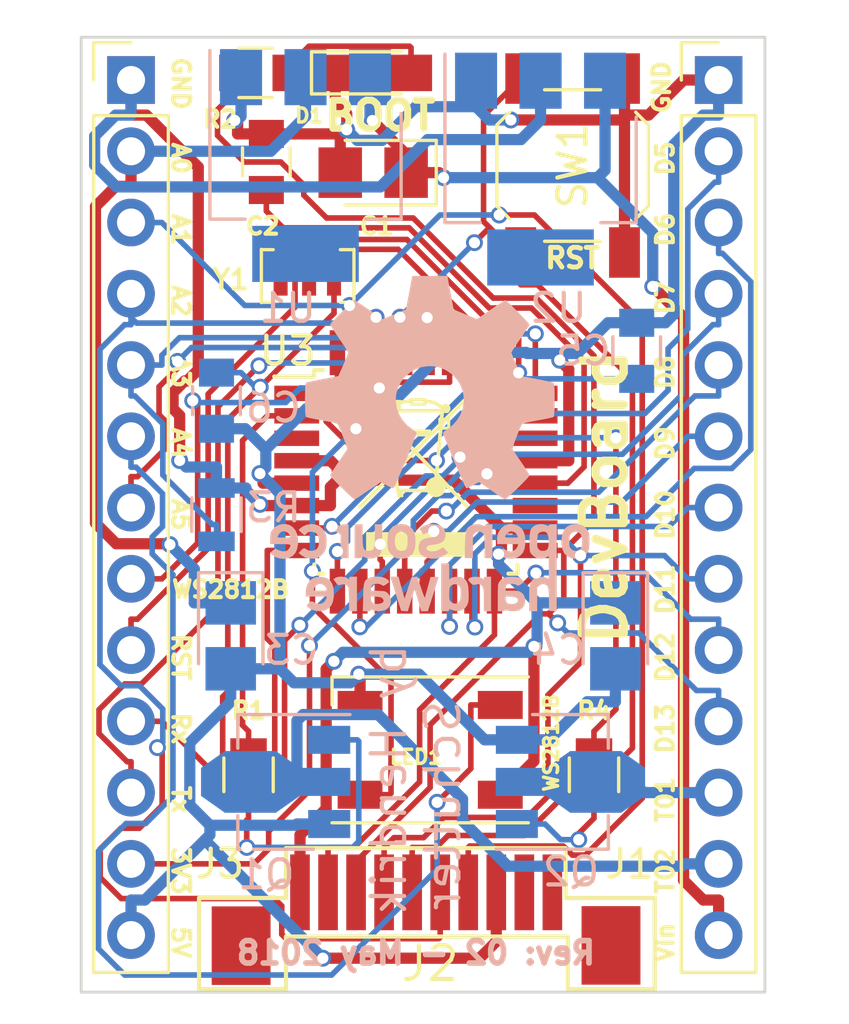
<source format=kicad_pcb>
(kicad_pcb (version 4) (host pcbnew 4.0.7)

  (general
    (links 79)
    (no_connects 0)
    (area 85.801999 72.085999 110.286001 106.222001)
    (thickness 1.6)
    (drawings 36)
    (tracks 645)
    (zones 0)
    (modules 24)
    (nets 35)
  )

  (page A4)
  (layers
    (0 F.Cu signal)
    (31 B.Cu signal)
    (32 B.Adhes user)
    (33 F.Adhes user)
    (34 B.Paste user)
    (35 F.Paste user)
    (36 B.SilkS user)
    (37 F.SilkS user)
    (38 B.Mask user)
    (39 F.Mask user)
    (40 Dwgs.User user)
    (41 Cmts.User user)
    (42 Eco1.User user)
    (43 Eco2.User user)
    (44 Edge.Cuts user)
    (45 Margin user)
    (46 B.CrtYd user)
    (47 F.CrtYd user)
    (48 B.Fab user)
    (49 F.Fab user)
  )

  (setup
    (last_trace_width 0.2)
    (trace_clearance 0.15)
    (zone_clearance 0.508)
    (zone_45_only no)
    (trace_min 0.2)
    (segment_width 0.2)
    (edge_width 0.1)
    (via_size 0.6)
    (via_drill 0.4)
    (via_min_size 0.4)
    (via_min_drill 0.3)
    (uvia_size 0.3)
    (uvia_drill 0.1)
    (uvias_allowed no)
    (uvia_min_size 0.2)
    (uvia_min_drill 0.1)
    (pcb_text_width 0.3)
    (pcb_text_size 1.5 1.5)
    (mod_edge_width 0.15)
    (mod_text_size 1 1)
    (mod_text_width 0.15)
    (pad_size 1.5 1.5)
    (pad_drill 0.6)
    (pad_to_mask_clearance 0)
    (aux_axis_origin 0 0)
    (grid_origin 82.55 73.66)
    (visible_elements FFFEFFFF)
    (pcbplotparams
      (layerselection 0x010fc_80000001)
      (usegerberextensions false)
      (excludeedgelayer true)
      (linewidth 0.100000)
      (plotframeref false)
      (viasonmask false)
      (mode 1)
      (useauxorigin false)
      (hpglpennumber 1)
      (hpglpenspeed 20)
      (hpglpendiameter 15)
      (hpglpenoverlay 2)
      (psnegative false)
      (psa4output false)
      (plotreference true)
      (plotvalue true)
      (plotinvisibletext false)
      (padsonsilk false)
      (subtractmaskfromsilk false)
      (outputformat 1)
      (mirror false)
      (drillshape 0)
      (scaleselection 1)
      (outputdirectory Gerber/))
  )

  (net 0 "")
  (net 1 Vin)
  (net 2 GND)
  (net 3 "Net-(C2-Pad1)")
  (net 4 +3V3)
  (net 5 VCC)
  (net 6 "Net-(C5-Pad2)")
  (net 7 "Net-(C6-Pad2)")
  (net 8 "Net-(D1-Pad2)")
  (net 9 D5)
  (net 10 D6)
  (net 11 D7)
  (net 12 D8)
  (net 13 D9)
  (net 14 D10)
  (net 15 D11)
  (net 16 D12)
  (net 17 D13)
  (net 18 T01)
  (net 19 T02)
  (net 20 RST)
  (net 21 Rx)
  (net 22 Tx)
  (net 23 WS2812B)
  (net 24 A5)
  (net 25 A4)
  (net 26 A3)
  (net 27 A2)
  (net 28 A1)
  (net 29 A0)
  (net 30 "Net-(LED1-Pad4)")
  (net 31 "Net-(Q1-Pad1)")
  (net 32 "Net-(Q2-Pad1)")
  (net 33 "Net-(R1-Pad2)")
  (net 34 "Net-(R4-Pad2)")

  (net_class Default "This is the default net class."
    (clearance 0.15)
    (trace_width 0.2)
    (via_dia 0.6)
    (via_drill 0.4)
    (uvia_dia 0.3)
    (uvia_drill 0.1)
    (add_net A0)
    (add_net A1)
    (add_net A2)
    (add_net A3)
    (add_net A4)
    (add_net A5)
    (add_net D10)
    (add_net D11)
    (add_net D12)
    (add_net D13)
    (add_net D5)
    (add_net D6)
    (add_net D7)
    (add_net D8)
    (add_net D9)
    (add_net "Net-(C2-Pad1)")
    (add_net "Net-(C5-Pad2)")
    (add_net "Net-(C6-Pad2)")
    (add_net "Net-(D1-Pad2)")
    (add_net "Net-(LED1-Pad4)")
    (add_net "Net-(Q1-Pad1)")
    (add_net "Net-(Q2-Pad1)")
    (add_net "Net-(R1-Pad2)")
    (add_net "Net-(R4-Pad2)")
    (add_net RST)
    (add_net Rx)
    (add_net Tx)
    (add_net WS2812B)
  )

  (net_class Power ""
    (clearance 0.2)
    (trace_width 0.4)
    (via_dia 0.6)
    (via_drill 0.4)
    (uvia_dia 0.3)
    (uvia_drill 0.1)
    (add_net +3V3)
    (add_net GND)
    (add_net T01)
    (add_net T02)
    (add_net VCC)
    (add_net Vin)
  )

  (module Capacitors_Tantalum_SMD:CP_Tantalum_Case-R_EIA-2012-12_Reflow (layer F.Cu) (tedit 5A7776B1) (tstamp 5A7769AB)
    (at 96.266 76.962 180)
    (descr "Tantalum capacitor, Case R, EIA 2012-12, 2.0x1.3x1.2mm, Reflow soldering footprint")
    (tags "capacitor tantalum smd")
    (path /5A7748BD)
    (attr smd)
    (fp_text reference C1 (at -0.127 -1.905 180) (layer F.SilkS)
      (effects (font (size 0.6 0.6) (thickness 0.15)))
    )
    (fp_text value 10µF (at 0 2.4 180) (layer F.Fab)
      (effects (font (size 1 1) (thickness 0.15)))
    )
    (fp_text user %R (at 0 0 180) (layer F.Fab)
      (effects (font (size 0.5 0.5) (thickness 0.075)))
    )
    (fp_line (start -2.35 -1.3) (end -2.35 1.3) (layer F.CrtYd) (width 0.05))
    (fp_line (start -2.35 1.3) (end 2.35 1.3) (layer F.CrtYd) (width 0.05))
    (fp_line (start 2.35 1.3) (end 2.35 -1.3) (layer F.CrtYd) (width 0.05))
    (fp_line (start 2.35 -1.3) (end -2.35 -1.3) (layer F.CrtYd) (width 0.05))
    (fp_line (start -1 -0.65) (end -1 0.65) (layer F.Fab) (width 0.1))
    (fp_line (start -1 0.65) (end 1 0.65) (layer F.Fab) (width 0.1))
    (fp_line (start 1 0.65) (end 1 -0.65) (layer F.Fab) (width 0.1))
    (fp_line (start 1 -0.65) (end -1 -0.65) (layer F.Fab) (width 0.1))
    (fp_line (start -0.8 -0.65) (end -0.8 0.65) (layer F.Fab) (width 0.1))
    (fp_line (start -0.7 -0.65) (end -0.7 0.65) (layer F.Fab) (width 0.1))
    (fp_line (start -2.25 -1.15) (end 1 -1.15) (layer F.SilkS) (width 0.12))
    (fp_line (start -2.25 1.15) (end 1 1.15) (layer F.SilkS) (width 0.12))
    (fp_line (start -2.25 -1.15) (end -2.25 1.15) (layer F.SilkS) (width 0.12))
    (pad 1 smd rect (at -1.175 0 180) (size 1.55 1.8) (layers F.Cu F.Paste F.Mask)
      (net 1 Vin))
    (pad 2 smd rect (at 1.175 0 180) (size 1.55 1.8) (layers F.Cu F.Paste F.Mask)
      (net 2 GND))
    (model Capacitors_Tantalum_SMD.3dshapes/CP_Tantalum_Case-R_EIA-2012-12.wrl
      (at (xyz 0 0 0))
      (scale (xyz 1 1 1))
      (rotate (xyz 0 0 0))
    )
  )

  (module Capacitors_SMD:C_0805 (layer F.Cu) (tedit 5A7776A8) (tstamp 5A7769B1)
    (at 92.456 76.581 90)
    (descr "Capacitor SMD 0805, reflow soldering, AVX (see smccp.pdf)")
    (tags "capacitor 0805")
    (path /59ECBCF8)
    (attr smd)
    (fp_text reference C2 (at -2.286 -0.127 180) (layer F.SilkS)
      (effects (font (size 0.6 0.6) (thickness 0.15)))
    )
    (fp_text value "0.1 µF" (at 0 1.75 90) (layer F.Fab)
      (effects (font (size 1 1) (thickness 0.15)))
    )
    (fp_text user %R (at 0 -1.5 90) (layer F.Fab)
      (effects (font (size 1 1) (thickness 0.15)))
    )
    (fp_line (start -1 0.62) (end -1 -0.62) (layer F.Fab) (width 0.1))
    (fp_line (start 1 0.62) (end -1 0.62) (layer F.Fab) (width 0.1))
    (fp_line (start 1 -0.62) (end 1 0.62) (layer F.Fab) (width 0.1))
    (fp_line (start -1 -0.62) (end 1 -0.62) (layer F.Fab) (width 0.1))
    (fp_line (start 0.5 -0.85) (end -0.5 -0.85) (layer F.SilkS) (width 0.12))
    (fp_line (start -0.5 0.85) (end 0.5 0.85) (layer F.SilkS) (width 0.12))
    (fp_line (start -1.75 -0.88) (end 1.75 -0.88) (layer F.CrtYd) (width 0.05))
    (fp_line (start -1.75 -0.88) (end -1.75 0.87) (layer F.CrtYd) (width 0.05))
    (fp_line (start 1.75 0.87) (end 1.75 -0.88) (layer F.CrtYd) (width 0.05))
    (fp_line (start 1.75 0.87) (end -1.75 0.87) (layer F.CrtYd) (width 0.05))
    (pad 1 smd rect (at -1 0 90) (size 1 1.25) (layers F.Cu F.Paste F.Mask)
      (net 3 "Net-(C2-Pad1)"))
    (pad 2 smd rect (at 1 0 90) (size 1 1.25) (layers F.Cu F.Paste F.Mask)
      (net 2 GND))
    (model Capacitors_SMD.3dshapes/C_0805.wrl
      (at (xyz 0 0 0))
      (scale (xyz 1 1 1))
      (rotate (xyz 0 0 0))
    )
  )

  (module Capacitors_Tantalum_SMD:CP_Tantalum_Case-R_EIA-2012-12_Reflow (layer B.Cu) (tedit 5AF35EA2) (tstamp 5A7769B7)
    (at 91.186 93.472 270)
    (descr "Tantalum capacitor, Case R, EIA 2012-12, 2.0x1.3x1.2mm, Reflow soldering footprint")
    (tags "capacitor tantalum smd")
    (path /5A77CFA0)
    (attr smd)
    (fp_text reference C3 (at 0.508 -2.159 360) (layer B.SilkS)
      (effects (font (size 1 1) (thickness 0.15)) (justify mirror))
    )
    (fp_text value 10µF (at 0 -2.4 270) (layer B.Fab)
      (effects (font (size 1 1) (thickness 0.15)) (justify mirror))
    )
    (fp_text user %R (at 0 0 270) (layer B.Fab)
      (effects (font (size 0.5 0.5) (thickness 0.075)) (justify mirror))
    )
    (fp_line (start -2.35 1.3) (end -2.35 -1.3) (layer B.CrtYd) (width 0.05))
    (fp_line (start -2.35 -1.3) (end 2.35 -1.3) (layer B.CrtYd) (width 0.05))
    (fp_line (start 2.35 -1.3) (end 2.35 1.3) (layer B.CrtYd) (width 0.05))
    (fp_line (start 2.35 1.3) (end -2.35 1.3) (layer B.CrtYd) (width 0.05))
    (fp_line (start -1 0.65) (end -1 -0.65) (layer B.Fab) (width 0.1))
    (fp_line (start -1 -0.65) (end 1 -0.65) (layer B.Fab) (width 0.1))
    (fp_line (start 1 -0.65) (end 1 0.65) (layer B.Fab) (width 0.1))
    (fp_line (start 1 0.65) (end -1 0.65) (layer B.Fab) (width 0.1))
    (fp_line (start -0.8 0.65) (end -0.8 -0.65) (layer B.Fab) (width 0.1))
    (fp_line (start -0.7 0.65) (end -0.7 -0.65) (layer B.Fab) (width 0.1))
    (fp_line (start -2.25 1.15) (end 1 1.15) (layer B.SilkS) (width 0.12))
    (fp_line (start -2.25 -1.15) (end 1 -1.15) (layer B.SilkS) (width 0.12))
    (fp_line (start -2.25 1.15) (end -2.25 -1.15) (layer B.SilkS) (width 0.12))
    (pad 1 smd rect (at -1.175 0 270) (size 1.55 1.8) (layers B.Cu B.Paste B.Mask)
      (net 4 +3V3))
    (pad 2 smd rect (at 1.175 0 270) (size 1.55 1.8) (layers B.Cu B.Paste B.Mask)
      (net 2 GND))
    (model Capacitors_Tantalum_SMD.3dshapes/CP_Tantalum_Case-R_EIA-2012-12.wrl
      (at (xyz 0 0 0))
      (scale (xyz 1 1 1))
      (rotate (xyz 0 0 0))
    )
  )

  (module Capacitors_Tantalum_SMD:CP_Tantalum_Case-R_EIA-2012-12_Reflow (layer B.Cu) (tedit 5AF35E96) (tstamp 5A7769BD)
    (at 104.902 93.472 270)
    (descr "Tantalum capacitor, Case R, EIA 2012-12, 2.0x1.3x1.2mm, Reflow soldering footprint")
    (tags "capacitor tantalum smd")
    (path /5A7749A4)
    (attr smd)
    (fp_text reference C4 (at 0.508 2.032 360) (layer B.SilkS)
      (effects (font (size 1 1) (thickness 0.15)) (justify mirror))
    )
    (fp_text value 10µF (at 0 -2.4 270) (layer B.Fab)
      (effects (font (size 1 1) (thickness 0.15)) (justify mirror))
    )
    (fp_text user %R (at -1.397 0.381 270) (layer B.Fab)
      (effects (font (size 0.5 0.5) (thickness 0.075)) (justify mirror))
    )
    (fp_line (start -2.35 1.3) (end -2.35 -1.3) (layer B.CrtYd) (width 0.05))
    (fp_line (start -2.35 -1.3) (end 2.35 -1.3) (layer B.CrtYd) (width 0.05))
    (fp_line (start 2.35 -1.3) (end 2.35 1.3) (layer B.CrtYd) (width 0.05))
    (fp_line (start 2.35 1.3) (end -2.35 1.3) (layer B.CrtYd) (width 0.05))
    (fp_line (start -1 0.65) (end -1 -0.65) (layer B.Fab) (width 0.1))
    (fp_line (start -1 -0.65) (end 1 -0.65) (layer B.Fab) (width 0.1))
    (fp_line (start 1 -0.65) (end 1 0.65) (layer B.Fab) (width 0.1))
    (fp_line (start 1 0.65) (end -1 0.65) (layer B.Fab) (width 0.1))
    (fp_line (start -0.8 0.65) (end -0.8 -0.65) (layer B.Fab) (width 0.1))
    (fp_line (start -0.7 0.65) (end -0.7 -0.65) (layer B.Fab) (width 0.1))
    (fp_line (start -2.25 1.15) (end 1 1.15) (layer B.SilkS) (width 0.12))
    (fp_line (start -2.25 -1.15) (end 1 -1.15) (layer B.SilkS) (width 0.12))
    (fp_line (start -2.25 1.15) (end -2.25 -1.15) (layer B.SilkS) (width 0.12))
    (pad 1 smd rect (at -1.175 0 270) (size 1.55 1.8) (layers B.Cu B.Paste B.Mask)
      (net 5 VCC))
    (pad 2 smd rect (at 1.175 0 270) (size 1.55 1.8) (layers B.Cu B.Paste B.Mask)
      (net 2 GND))
    (model Capacitors_Tantalum_SMD.3dshapes/CP_Tantalum_Case-R_EIA-2012-12.wrl
      (at (xyz 0 0 0))
      (scale (xyz 1 1 1))
      (rotate (xyz 0 0 0))
    )
  )

  (module Capacitors_SMD:C_0805 (layer B.Cu) (tedit 5A777747) (tstamp 5A7769C3)
    (at 105.664 83.312 270)
    (descr "Capacitor SMD 0805, reflow soldering, AVX (see smccp.pdf)")
    (tags "capacitor 0805")
    (path /59EC6807)
    (attr smd)
    (fp_text reference C5 (at 0 1.905 360) (layer B.SilkS)
      (effects (font (size 1 1) (thickness 0.15)) (justify mirror))
    )
    (fp_text value "22 pF" (at 0 -1.75 270) (layer B.Fab)
      (effects (font (size 1 1) (thickness 0.15)) (justify mirror))
    )
    (fp_text user %R (at 0 1.5 270) (layer B.Fab)
      (effects (font (size 1 1) (thickness 0.15)) (justify mirror))
    )
    (fp_line (start -1 -0.62) (end -1 0.62) (layer B.Fab) (width 0.1))
    (fp_line (start 1 -0.62) (end -1 -0.62) (layer B.Fab) (width 0.1))
    (fp_line (start 1 0.62) (end 1 -0.62) (layer B.Fab) (width 0.1))
    (fp_line (start -1 0.62) (end 1 0.62) (layer B.Fab) (width 0.1))
    (fp_line (start 0.5 0.85) (end -0.5 0.85) (layer B.SilkS) (width 0.12))
    (fp_line (start -0.5 -0.85) (end 0.5 -0.85) (layer B.SilkS) (width 0.12))
    (fp_line (start -1.75 0.88) (end 1.75 0.88) (layer B.CrtYd) (width 0.05))
    (fp_line (start -1.75 0.88) (end -1.75 -0.87) (layer B.CrtYd) (width 0.05))
    (fp_line (start 1.75 -0.87) (end 1.75 0.88) (layer B.CrtYd) (width 0.05))
    (fp_line (start 1.75 -0.87) (end -1.75 -0.87) (layer B.CrtYd) (width 0.05))
    (pad 1 smd rect (at -1 0 270) (size 1 1.25) (layers B.Cu B.Paste B.Mask)
      (net 2 GND))
    (pad 2 smd rect (at 1 0 270) (size 1 1.25) (layers B.Cu B.Paste B.Mask)
      (net 6 "Net-(C5-Pad2)"))
    (model Capacitors_SMD.3dshapes/C_0805.wrl
      (at (xyz 0 0 0))
      (scale (xyz 1 1 1))
      (rotate (xyz 0 0 0))
    )
  )

  (module Capacitors_SMD:C_0805 (layer B.Cu) (tedit 5A777736) (tstamp 5A7769C9)
    (at 90.678 85.09 90)
    (descr "Capacitor SMD 0805, reflow soldering, AVX (see smccp.pdf)")
    (tags "capacitor 0805")
    (path /59EC68A2)
    (attr smd)
    (fp_text reference C6 (at -0.254 2.032 180) (layer B.SilkS)
      (effects (font (size 1 1) (thickness 0.15)) (justify mirror))
    )
    (fp_text value "22 pF" (at 0 -1.75 90) (layer B.Fab)
      (effects (font (size 1 1) (thickness 0.15)) (justify mirror))
    )
    (fp_text user %R (at 0 1.5 90) (layer B.Fab)
      (effects (font (size 1 1) (thickness 0.15)) (justify mirror))
    )
    (fp_line (start -1 -0.62) (end -1 0.62) (layer B.Fab) (width 0.1))
    (fp_line (start 1 -0.62) (end -1 -0.62) (layer B.Fab) (width 0.1))
    (fp_line (start 1 0.62) (end 1 -0.62) (layer B.Fab) (width 0.1))
    (fp_line (start -1 0.62) (end 1 0.62) (layer B.Fab) (width 0.1))
    (fp_line (start 0.5 0.85) (end -0.5 0.85) (layer B.SilkS) (width 0.12))
    (fp_line (start -0.5 -0.85) (end 0.5 -0.85) (layer B.SilkS) (width 0.12))
    (fp_line (start -1.75 0.88) (end 1.75 0.88) (layer B.CrtYd) (width 0.05))
    (fp_line (start -1.75 0.88) (end -1.75 -0.87) (layer B.CrtYd) (width 0.05))
    (fp_line (start 1.75 -0.87) (end 1.75 0.88) (layer B.CrtYd) (width 0.05))
    (fp_line (start 1.75 -0.87) (end -1.75 -0.87) (layer B.CrtYd) (width 0.05))
    (pad 1 smd rect (at -1 0 90) (size 1 1.25) (layers B.Cu B.Paste B.Mask)
      (net 2 GND))
    (pad 2 smd rect (at 1 0 90) (size 1 1.25) (layers B.Cu B.Paste B.Mask)
      (net 7 "Net-(C6-Pad2)"))
    (model Capacitors_SMD.3dshapes/C_0805.wrl
      (at (xyz 0 0 0))
      (scale (xyz 1 1 1))
      (rotate (xyz 0 0 0))
    )
  )

  (module TO_SOT_Packages_SMD:SOT-89-3 (layer B.Cu) (tedit 5A77771A) (tstamp 5A776A13)
    (at 93.218 98.679 180)
    (descr SOT-89-3)
    (tags SOT-89-3)
    (path /59EC223E)
    (attr smd)
    (fp_text reference Q1 (at 0.762 -3.302 180) (layer B.SilkS)
      (effects (font (size 1 1) (thickness 0.15)) (justify mirror))
    )
    (fp_text value BCX56 (at 0.45 -3.25 180) (layer B.Fab)
      (effects (font (size 1 1) (thickness 0.15)) (justify mirror))
    )
    (fp_text user %R (at 0.38 0 450) (layer B.Fab)
      (effects (font (size 0.6 0.6) (thickness 0.09)) (justify mirror))
    )
    (fp_line (start 1.78 -1.2) (end 1.78 -2.4) (layer B.SilkS) (width 0.12))
    (fp_line (start 1.78 -2.4) (end -0.92 -2.4) (layer B.SilkS) (width 0.12))
    (fp_line (start -2.22 2.4) (end 1.78 2.4) (layer B.SilkS) (width 0.12))
    (fp_line (start 1.78 2.4) (end 1.78 1.2) (layer B.SilkS) (width 0.12))
    (fp_line (start -0.92 1.51) (end -0.13 2.3) (layer B.Fab) (width 0.1))
    (fp_line (start 1.68 2.3) (end 1.68 -2.3) (layer B.Fab) (width 0.1))
    (fp_line (start 1.68 -2.3) (end -0.92 -2.3) (layer B.Fab) (width 0.1))
    (fp_line (start -0.92 -2.3) (end -0.92 1.51) (layer B.Fab) (width 0.1))
    (fp_line (start -0.13 2.3) (end 1.68 2.3) (layer B.Fab) (width 0.1))
    (fp_line (start 3.23 2.55) (end 3.23 -2.55) (layer B.CrtYd) (width 0.05))
    (fp_line (start 3.23 2.55) (end -2.48 2.55) (layer B.CrtYd) (width 0.05))
    (fp_line (start -2.48 -2.55) (end 3.23 -2.55) (layer B.CrtYd) (width 0.05))
    (fp_line (start -2.48 -2.55) (end -2.48 2.55) (layer B.CrtYd) (width 0.05))
    (pad 2 smd trapezoid (at 2.667 0 270) (size 1.6 0.85) (rect_delta 0 -0.6 ) (layers B.Cu B.Paste B.Mask)
      (net 19 T02))
    (pad 1 smd rect (at -1.48 1.5 270) (size 1 1.5) (layers B.Cu B.Paste B.Mask)
      (net 31 "Net-(Q1-Pad1)"))
    (pad 2 smd rect (at -1.3335 0 270) (size 1 1.8) (layers B.Cu B.Paste B.Mask)
      (net 19 T02))
    (pad 3 smd rect (at -1.48 -1.5 270) (size 1 1.5) (layers B.Cu B.Paste B.Mask)
      (net 2 GND))
    (pad 2 smd rect (at 1.3335 0 270) (size 2.2 1.84) (layers B.Cu B.Paste B.Mask)
      (net 19 T02))
    (pad 2 smd trapezoid (at -0.0762 0 90) (size 1.5 1) (rect_delta 0 -0.7 ) (layers B.Cu B.Paste B.Mask)
      (net 19 T02))
    (model ${KISYS3DMOD}/TO_SOT_Packages_SMD.3dshapes/SOT-89-3.wrl
      (at (xyz 0 0 0))
      (scale (xyz 1 1 1))
      (rotate (xyz 0 0 0))
    )
  )

  (module TO_SOT_Packages_SMD:SOT-89-3 (layer B.Cu) (tedit 591F0203) (tstamp 5A776A1D)
    (at 102.87 98.679)
    (descr SOT-89-3)
    (tags SOT-89-3)
    (path /59EC2E90)
    (attr smd)
    (fp_text reference Q2 (at 0.45 3.2) (layer B.SilkS)
      (effects (font (size 1 1) (thickness 0.15)) (justify mirror))
    )
    (fp_text value BCX56 (at 0.45 -3.25) (layer B.Fab)
      (effects (font (size 1 1) (thickness 0.15)) (justify mirror))
    )
    (fp_text user %R (at 0.38 0 270) (layer B.Fab)
      (effects (font (size 0.6 0.6) (thickness 0.09)) (justify mirror))
    )
    (fp_line (start 1.78 -1.2) (end 1.78 -2.4) (layer B.SilkS) (width 0.12))
    (fp_line (start 1.78 -2.4) (end -0.92 -2.4) (layer B.SilkS) (width 0.12))
    (fp_line (start -2.22 2.4) (end 1.78 2.4) (layer B.SilkS) (width 0.12))
    (fp_line (start 1.78 2.4) (end 1.78 1.2) (layer B.SilkS) (width 0.12))
    (fp_line (start -0.92 1.51) (end -0.13 2.3) (layer B.Fab) (width 0.1))
    (fp_line (start 1.68 2.3) (end 1.68 -2.3) (layer B.Fab) (width 0.1))
    (fp_line (start 1.68 -2.3) (end -0.92 -2.3) (layer B.Fab) (width 0.1))
    (fp_line (start -0.92 -2.3) (end -0.92 1.51) (layer B.Fab) (width 0.1))
    (fp_line (start -0.13 2.3) (end 1.68 2.3) (layer B.Fab) (width 0.1))
    (fp_line (start 3.23 2.55) (end 3.23 -2.55) (layer B.CrtYd) (width 0.05))
    (fp_line (start 3.23 2.55) (end -2.48 2.55) (layer B.CrtYd) (width 0.05))
    (fp_line (start -2.48 -2.55) (end 3.23 -2.55) (layer B.CrtYd) (width 0.05))
    (fp_line (start -2.48 -2.55) (end -2.48 2.55) (layer B.CrtYd) (width 0.05))
    (pad 2 smd trapezoid (at 2.667 0 90) (size 1.6 0.85) (rect_delta 0 -0.6 ) (layers B.Cu B.Paste B.Mask)
      (net 18 T01))
    (pad 1 smd rect (at -1.48 1.5 90) (size 1 1.5) (layers B.Cu B.Paste B.Mask)
      (net 32 "Net-(Q2-Pad1)"))
    (pad 2 smd rect (at -1.3335 0 90) (size 1 1.8) (layers B.Cu B.Paste B.Mask)
      (net 18 T01))
    (pad 3 smd rect (at -1.48 -1.5 90) (size 1 1.5) (layers B.Cu B.Paste B.Mask)
      (net 2 GND))
    (pad 2 smd rect (at 1.3335 0 90) (size 2.2 1.84) (layers B.Cu B.Paste B.Mask)
      (net 18 T01))
    (pad 2 smd trapezoid (at -0.0762 0 270) (size 1.5 1) (rect_delta 0 -0.7 ) (layers B.Cu B.Paste B.Mask)
      (net 18 T01))
    (model ${KISYS3DMOD}/TO_SOT_Packages_SMD.3dshapes/SOT-89-3.wrl
      (at (xyz 0 0 0))
      (scale (xyz 1 1 1))
      (rotate (xyz 0 0 0))
    )
  )

  (module Resistors_SMD:R_0805 (layer F.Cu) (tedit 5A782698) (tstamp 5A776A23)
    (at 91.821 98.425 90)
    (descr "Resistor SMD 0805, reflow soldering, Vishay (see dcrcw.pdf)")
    (tags "resistor 0805")
    (path /59EC24CA)
    (attr smd)
    (fp_text reference R1 (at 2.286 0 180) (layer F.SilkS)
      (effects (font (size 0.6 0.6) (thickness 0.15)))
    )
    (fp_text value "1k Ω" (at 0 1.75 90) (layer F.Fab)
      (effects (font (size 1 1) (thickness 0.15)))
    )
    (fp_text user %R (at 0 0 90) (layer F.Fab)
      (effects (font (size 0.5 0.5) (thickness 0.075)))
    )
    (fp_line (start -1 0.62) (end -1 -0.62) (layer F.Fab) (width 0.1))
    (fp_line (start 1 0.62) (end -1 0.62) (layer F.Fab) (width 0.1))
    (fp_line (start 1 -0.62) (end 1 0.62) (layer F.Fab) (width 0.1))
    (fp_line (start -1 -0.62) (end 1 -0.62) (layer F.Fab) (width 0.1))
    (fp_line (start 0.6 0.88) (end -0.6 0.88) (layer F.SilkS) (width 0.12))
    (fp_line (start -0.6 -0.88) (end 0.6 -0.88) (layer F.SilkS) (width 0.12))
    (fp_line (start -1.55 -0.9) (end 1.55 -0.9) (layer F.CrtYd) (width 0.05))
    (fp_line (start -1.55 -0.9) (end -1.55 0.9) (layer F.CrtYd) (width 0.05))
    (fp_line (start 1.55 0.9) (end 1.55 -0.9) (layer F.CrtYd) (width 0.05))
    (fp_line (start 1.55 0.9) (end -1.55 0.9) (layer F.CrtYd) (width 0.05))
    (pad 1 smd rect (at -0.95 0 90) (size 0.7 1.3) (layers F.Cu F.Paste F.Mask)
      (net 31 "Net-(Q1-Pad1)"))
    (pad 2 smd rect (at 0.95 0 90) (size 0.7 1.3) (layers F.Cu F.Paste F.Mask)
      (net 33 "Net-(R1-Pad2)"))
    (model ${KISYS3DMOD}/Resistors_SMD.3dshapes/R_0805.wrl
      (at (xyz 0 0 0))
      (scale (xyz 1 1 1))
      (rotate (xyz 0 0 0))
    )
  )

  (module Resistors_SMD:R_0805 (layer F.Cu) (tedit 5A7826C1) (tstamp 5A776A29)
    (at 92.075 73.406 180)
    (descr "Resistor SMD 0805, reflow soldering, Vishay (see dcrcw.pdf)")
    (tags "resistor 0805")
    (path /5A775961)
    (attr smd)
    (fp_text reference R2 (at 1.27 -1.651 180) (layer F.SilkS)
      (effects (font (size 0.6 0.6) (thickness 0.15)))
    )
    (fp_text value "1k Ω" (at 0 1.75 180) (layer F.Fab)
      (effects (font (size 1 1) (thickness 0.15)))
    )
    (fp_text user %R (at 0 0 180) (layer F.Fab)
      (effects (font (size 0.5 0.5) (thickness 0.075)))
    )
    (fp_line (start -1 0.62) (end -1 -0.62) (layer F.Fab) (width 0.1))
    (fp_line (start 1 0.62) (end -1 0.62) (layer F.Fab) (width 0.1))
    (fp_line (start 1 -0.62) (end 1 0.62) (layer F.Fab) (width 0.1))
    (fp_line (start -1 -0.62) (end 1 -0.62) (layer F.Fab) (width 0.1))
    (fp_line (start 0.6 0.88) (end -0.6 0.88) (layer F.SilkS) (width 0.12))
    (fp_line (start -0.6 -0.88) (end 0.6 -0.88) (layer F.SilkS) (width 0.12))
    (fp_line (start -1.55 -0.9) (end 1.55 -0.9) (layer F.CrtYd) (width 0.05))
    (fp_line (start -1.55 -0.9) (end -1.55 0.9) (layer F.CrtYd) (width 0.05))
    (fp_line (start 1.55 0.9) (end 1.55 -0.9) (layer F.CrtYd) (width 0.05))
    (fp_line (start 1.55 0.9) (end -1.55 0.9) (layer F.CrtYd) (width 0.05))
    (pad 1 smd rect (at -0.95 0 180) (size 0.7 1.3) (layers F.Cu F.Paste F.Mask)
      (net 8 "Net-(D1-Pad2)"))
    (pad 2 smd rect (at 0.95 0 180) (size 0.7 1.3) (layers F.Cu F.Paste F.Mask)
      (net 17 D13))
    (model ${KISYS3DMOD}/Resistors_SMD.3dshapes/R_0805.wrl
      (at (xyz 0 0 0))
      (scale (xyz 1 1 1))
      (rotate (xyz 0 0 0))
    )
  )

  (module Resistors_SMD:R_0805 (layer B.Cu) (tedit 5AF35EAD) (tstamp 5A776A2F)
    (at 90.678 89.154 90)
    (descr "Resistor SMD 0805, reflow soldering, Vishay (see dcrcw.pdf)")
    (tags "resistor 0805")
    (path /5A7752A8)
    (attr smd)
    (fp_text reference R3 (at 0.254 2.032 180) (layer B.SilkS)
      (effects (font (size 1 1) (thickness 0.15)) (justify mirror))
    )
    (fp_text value "10k Ω" (at 0 -1.75 90) (layer B.Fab)
      (effects (font (size 1 1) (thickness 0.15)) (justify mirror))
    )
    (fp_text user %R (at 0.127 0 90) (layer B.Fab)
      (effects (font (size 0.5 0.5) (thickness 0.075)) (justify mirror))
    )
    (fp_line (start -1 -0.62) (end -1 0.62) (layer B.Fab) (width 0.1))
    (fp_line (start 1 -0.62) (end -1 -0.62) (layer B.Fab) (width 0.1))
    (fp_line (start 1 0.62) (end 1 -0.62) (layer B.Fab) (width 0.1))
    (fp_line (start -1 0.62) (end 1 0.62) (layer B.Fab) (width 0.1))
    (fp_line (start 0.6 -0.88) (end -0.6 -0.88) (layer B.SilkS) (width 0.12))
    (fp_line (start -0.6 0.88) (end 0.6 0.88) (layer B.SilkS) (width 0.12))
    (fp_line (start -1.55 0.9) (end 1.55 0.9) (layer B.CrtYd) (width 0.05))
    (fp_line (start -1.55 0.9) (end -1.55 -0.9) (layer B.CrtYd) (width 0.05))
    (fp_line (start 1.55 -0.9) (end 1.55 0.9) (layer B.CrtYd) (width 0.05))
    (fp_line (start 1.55 -0.9) (end -1.55 -0.9) (layer B.CrtYd) (width 0.05))
    (pad 1 smd rect (at -0.95 0 90) (size 0.7 1.3) (layers B.Cu B.Paste B.Mask)
      (net 20 RST))
    (pad 2 smd rect (at 0.95 0 90) (size 0.7 1.3) (layers B.Cu B.Paste B.Mask)
      (net 5 VCC))
    (model ${KISYS3DMOD}/Resistors_SMD.3dshapes/R_0805.wrl
      (at (xyz 0 0 0))
      (scale (xyz 1 1 1))
      (rotate (xyz 0 0 0))
    )
  )

  (module Resistors_SMD:R_0805 (layer F.Cu) (tedit 5A7776CE) (tstamp 5A776A35)
    (at 104.14 98.425 90)
    (descr "Resistor SMD 0805, reflow soldering, Vishay (see dcrcw.pdf)")
    (tags "resistor 0805")
    (path /59EC2F2E)
    (attr smd)
    (fp_text reference R4 (at 2.286 0 180) (layer F.SilkS)
      (effects (font (size 0.6 0.6) (thickness 0.15)))
    )
    (fp_text value "1k Ω" (at 0 1.75 90) (layer F.Fab)
      (effects (font (size 1 1) (thickness 0.15)))
    )
    (fp_text user %R (at 0 0 90) (layer F.Fab)
      (effects (font (size 0.5 0.5) (thickness 0.075)))
    )
    (fp_line (start -1 0.62) (end -1 -0.62) (layer F.Fab) (width 0.1))
    (fp_line (start 1 0.62) (end -1 0.62) (layer F.Fab) (width 0.1))
    (fp_line (start 1 -0.62) (end 1 0.62) (layer F.Fab) (width 0.1))
    (fp_line (start -1 -0.62) (end 1 -0.62) (layer F.Fab) (width 0.1))
    (fp_line (start 0.6 0.88) (end -0.6 0.88) (layer F.SilkS) (width 0.12))
    (fp_line (start -0.6 -0.88) (end 0.6 -0.88) (layer F.SilkS) (width 0.12))
    (fp_line (start -1.55 -0.9) (end 1.55 -0.9) (layer F.CrtYd) (width 0.05))
    (fp_line (start -1.55 -0.9) (end -1.55 0.9) (layer F.CrtYd) (width 0.05))
    (fp_line (start 1.55 0.9) (end 1.55 -0.9) (layer F.CrtYd) (width 0.05))
    (fp_line (start 1.55 0.9) (end -1.55 0.9) (layer F.CrtYd) (width 0.05))
    (pad 1 smd rect (at -0.95 0 90) (size 0.7 1.3) (layers F.Cu F.Paste F.Mask)
      (net 32 "Net-(Q2-Pad1)"))
    (pad 2 smd rect (at 0.95 0 90) (size 0.7 1.3) (layers F.Cu F.Paste F.Mask)
      (net 34 "Net-(R4-Pad2)"))
    (model ${KISYS3DMOD}/Resistors_SMD.3dshapes/R_0805.wrl
      (at (xyz 0 0 0))
      (scale (xyz 1 1 1))
      (rotate (xyz 0 0 0))
    )
  )

  (module TO_SOT_Packages_SMD:SOT-223 (layer B.Cu) (tedit 5A782C43) (tstamp 5A776A45)
    (at 93.853 76.708 270)
    (descr "module CMS SOT223 4 pins")
    (tags "CMS SOT")
    (path /5A77CAD1)
    (attr smd)
    (fp_text reference U1 (at 5.08 0.635 360) (layer B.SilkS)
      (effects (font (size 1 1) (thickness 0.15)) (justify mirror))
    )
    (fp_text value LM1117-3.3 (at 0 -4.5 270) (layer B.Fab)
      (effects (font (size 1 1) (thickness 0.15)) (justify mirror))
    )
    (fp_text user %R (at 0 0 540) (layer B.Fab)
      (effects (font (size 0.8 0.8) (thickness 0.12)) (justify mirror))
    )
    (fp_line (start -1.85 2.3) (end -0.8 3.35) (layer B.Fab) (width 0.1))
    (fp_line (start 1.91 -3.41) (end 1.91 -2.15) (layer B.SilkS) (width 0.12))
    (fp_line (start 1.91 3.41) (end 1.91 2.15) (layer B.SilkS) (width 0.12))
    (fp_line (start 4.4 3.6) (end -4.4 3.6) (layer B.CrtYd) (width 0.05))
    (fp_line (start 4.4 -3.6) (end 4.4 3.6) (layer B.CrtYd) (width 0.05))
    (fp_line (start -4.4 -3.6) (end 4.4 -3.6) (layer B.CrtYd) (width 0.05))
    (fp_line (start -4.4 3.6) (end -4.4 -3.6) (layer B.CrtYd) (width 0.05))
    (fp_line (start -1.85 2.3) (end -1.85 -3.35) (layer B.Fab) (width 0.1))
    (fp_line (start -1.85 -3.41) (end 1.91 -3.41) (layer B.SilkS) (width 0.12))
    (fp_line (start -0.8 3.35) (end 1.85 3.35) (layer B.Fab) (width 0.1))
    (fp_line (start -4.1 3.41) (end 1.91 3.41) (layer B.SilkS) (width 0.12))
    (fp_line (start -1.85 -3.35) (end 1.85 -3.35) (layer B.Fab) (width 0.1))
    (fp_line (start 1.85 3.35) (end 1.85 -3.35) (layer B.Fab) (width 0.1))
    (pad 4 smd rect (at 3.15 0 270) (size 2 3.8) (layers B.Cu B.Paste B.Mask))
    (pad 2 smd rect (at -3.15 0 270) (size 2 1.5) (layers B.Cu B.Paste B.Mask)
      (net 4 +3V3))
    (pad 3 smd rect (at -3.15 -2.3 270) (size 2 1.5) (layers B.Cu B.Paste B.Mask)
      (net 1 Vin))
    (pad 1 smd rect (at -3.15 2.3 270) (size 2 1.5) (layers B.Cu B.Paste B.Mask)
      (net 2 GND))
    (model ${KISYS3DMOD}/TO_SOT_Packages_SMD.3dshapes/SOT-223.wrl
      (at (xyz 0 0 0))
      (scale (xyz 1 1 1))
      (rotate (xyz 0 0 0))
    )
  )

  (module TO_SOT_Packages_SMD:SOT-223 (layer B.Cu) (tedit 5A782C45) (tstamp 5A776A4D)
    (at 102.235 76.835 270)
    (descr "module CMS SOT223 4 pins")
    (tags "CMS SOT")
    (path /5A7747B9)
    (attr smd)
    (fp_text reference U2 (at 4.953 -0.635 360) (layer B.SilkS)
      (effects (font (size 1 1) (thickness 0.15)) (justify mirror))
    )
    (fp_text value LM1117S-5.0 (at 0 -4.5 270) (layer B.Fab)
      (effects (font (size 1 1) (thickness 0.15)) (justify mirror))
    )
    (fp_text user %R (at 0 0 540) (layer B.Fab)
      (effects (font (size 0.8 0.8) (thickness 0.12)) (justify mirror))
    )
    (fp_line (start -1.85 2.3) (end -0.8 3.35) (layer B.Fab) (width 0.1))
    (fp_line (start 1.91 -3.41) (end 1.91 -2.15) (layer B.SilkS) (width 0.12))
    (fp_line (start 1.91 3.41) (end 1.91 2.15) (layer B.SilkS) (width 0.12))
    (fp_line (start 4.4 3.6) (end -4.4 3.6) (layer B.CrtYd) (width 0.05))
    (fp_line (start 4.4 -3.6) (end 4.4 3.6) (layer B.CrtYd) (width 0.05))
    (fp_line (start -4.4 -3.6) (end 4.4 -3.6) (layer B.CrtYd) (width 0.05))
    (fp_line (start -4.4 3.6) (end -4.4 -3.6) (layer B.CrtYd) (width 0.05))
    (fp_line (start -1.85 2.3) (end -1.85 -3.35) (layer B.Fab) (width 0.1))
    (fp_line (start -1.85 -3.41) (end 1.91 -3.41) (layer B.SilkS) (width 0.12))
    (fp_line (start -0.8 3.35) (end 1.85 3.35) (layer B.Fab) (width 0.1))
    (fp_line (start -4.1 3.41) (end 1.91 3.41) (layer B.SilkS) (width 0.12))
    (fp_line (start -1.85 -3.35) (end 1.85 -3.35) (layer B.Fab) (width 0.1))
    (fp_line (start 1.85 3.35) (end 1.85 -3.35) (layer B.Fab) (width 0.1))
    (pad 4 smd rect (at 3.15 0 270) (size 2 3.8) (layers B.Cu B.Paste B.Mask))
    (pad 2 smd rect (at -3.15 0 270) (size 2 1.5) (layers B.Cu B.Paste B.Mask)
      (net 5 VCC))
    (pad 3 smd rect (at -3.15 -2.3 270) (size 2 1.5) (layers B.Cu B.Paste B.Mask)
      (net 1 Vin))
    (pad 1 smd rect (at -3.15 2.3 270) (size 2 1.5) (layers B.Cu B.Paste B.Mask)
      (net 2 GND))
    (model ${KISYS3DMOD}/TO_SOT_Packages_SMD.3dshapes/SOT-223.wrl
      (at (xyz 0 0 0))
      (scale (xyz 1 1 1))
      (rotate (xyz 0 0 0))
    )
  )

  (module Pin_Headers:Pin_Header_Straight_1x13_Pitch2.54mm (layer F.Cu) (tedit 5AF36339) (tstamp 5AF368BA)
    (at 108.585 73.66)
    (descr "Through hole straight pin header, 1x13, 2.54mm pitch, single row")
    (tags "Through hole pin header THT 1x13 2.54mm single row")
    (path /5A777CB8)
    (fp_text reference J1 (at -3.175 27.94) (layer F.SilkS)
      (effects (font (size 1 1) (thickness 0.15)))
    )
    (fp_text value Conn_01x13 (at 0 32.81) (layer F.Fab)
      (effects (font (size 1 1) (thickness 0.15)))
    )
    (fp_line (start -0.635 -1.27) (end 1.27 -1.27) (layer F.Fab) (width 0.1))
    (fp_line (start 1.27 -1.27) (end 1.27 31.75) (layer F.Fab) (width 0.1))
    (fp_line (start 1.27 31.75) (end -1.27 31.75) (layer F.Fab) (width 0.1))
    (fp_line (start -1.27 31.75) (end -1.27 -0.635) (layer F.Fab) (width 0.1))
    (fp_line (start -1.27 -0.635) (end -0.635 -1.27) (layer F.Fab) (width 0.1))
    (fp_line (start -1.33 31.81) (end 1.33 31.81) (layer F.SilkS) (width 0.12))
    (fp_line (start -1.33 1.27) (end -1.33 31.81) (layer F.SilkS) (width 0.12))
    (fp_line (start 1.33 1.27) (end 1.33 31.81) (layer F.SilkS) (width 0.12))
    (fp_line (start -1.33 1.27) (end 1.33 1.27) (layer F.SilkS) (width 0.12))
    (fp_line (start -1.33 0) (end -1.33 -1.33) (layer F.SilkS) (width 0.12))
    (fp_line (start -1.33 -1.33) (end 0 -1.33) (layer F.SilkS) (width 0.12))
    (fp_line (start -1.8 -1.8) (end -1.8 32.25) (layer F.CrtYd) (width 0.05))
    (fp_line (start -1.8 32.25) (end 1.8 32.25) (layer F.CrtYd) (width 0.05))
    (fp_line (start 1.8 32.25) (end 1.8 -1.8) (layer F.CrtYd) (width 0.05))
    (fp_line (start 1.8 -1.8) (end -1.8 -1.8) (layer F.CrtYd) (width 0.05))
    (fp_text user %R (at 0 15.24 90) (layer F.Fab)
      (effects (font (size 1 1) (thickness 0.15)))
    )
    (pad 1 thru_hole rect (at 0 0) (size 1.7 1.7) (drill 1) (layers *.Cu *.Mask)
      (net 2 GND))
    (pad 2 thru_hole oval (at 0 2.54) (size 1.7 1.7) (drill 1) (layers *.Cu *.Mask)
      (net 9 D5))
    (pad 3 thru_hole oval (at 0 5.08) (size 1.7 1.7) (drill 1) (layers *.Cu *.Mask)
      (net 10 D6))
    (pad 4 thru_hole oval (at 0 7.62) (size 1.7 1.7) (drill 1) (layers *.Cu *.Mask)
      (net 11 D7))
    (pad 5 thru_hole oval (at 0 10.16) (size 1.7 1.7) (drill 1) (layers *.Cu *.Mask)
      (net 12 D8))
    (pad 6 thru_hole oval (at 0 12.7) (size 1.7 1.7) (drill 1) (layers *.Cu *.Mask)
      (net 13 D9))
    (pad 7 thru_hole oval (at 0 15.24) (size 1.7 1.7) (drill 1) (layers *.Cu *.Mask)
      (net 14 D10))
    (pad 8 thru_hole oval (at 0 17.78) (size 1.7 1.7) (drill 1) (layers *.Cu *.Mask)
      (net 15 D11))
    (pad 9 thru_hole oval (at 0 20.32) (size 1.7 1.7) (drill 1) (layers *.Cu *.Mask)
      (net 16 D12))
    (pad 10 thru_hole oval (at 0 22.86) (size 1.7 1.7) (drill 1) (layers *.Cu *.Mask)
      (net 17 D13))
    (pad 11 thru_hole oval (at 0 25.4) (size 1.7 1.7) (drill 1) (layers *.Cu *.Mask)
      (net 18 T01))
    (pad 12 thru_hole oval (at 0 27.94) (size 1.7 1.7) (drill 1) (layers *.Cu *.Mask)
      (net 19 T02))
    (pad 13 thru_hole oval (at 0 30.48) (size 1.7 1.7) (drill 1) (layers *.Cu *.Mask)
      (net 1 Vin))
    (model ${KISYS3DMOD}/Pin_Headers.3dshapes/Pin_Header_Straight_1x13_Pitch2.54mm.wrl
      (at (xyz 0 0 0))
      (scale (xyz 1 1 1))
      (rotate (xyz 0 0 0))
    )
  )

  (module Pin_Headers:Pin_Header_Straight_1x13_Pitch2.54mm (layer F.Cu) (tedit 5AF36334) (tstamp 5AF368DB)
    (at 87.63 73.66)
    (descr "Through hole straight pin header, 1x13, 2.54mm pitch, single row")
    (tags "Through hole pin header THT 1x13 2.54mm single row")
    (path /5A777D60)
    (fp_text reference J3 (at 3.175 27.94) (layer F.SilkS)
      (effects (font (size 1 1) (thickness 0.15)))
    )
    (fp_text value Conn_01x13 (at 0 32.81) (layer F.Fab)
      (effects (font (size 1 1) (thickness 0.15)))
    )
    (fp_line (start -0.635 -1.27) (end 1.27 -1.27) (layer F.Fab) (width 0.1))
    (fp_line (start 1.27 -1.27) (end 1.27 31.75) (layer F.Fab) (width 0.1))
    (fp_line (start 1.27 31.75) (end -1.27 31.75) (layer F.Fab) (width 0.1))
    (fp_line (start -1.27 31.75) (end -1.27 -0.635) (layer F.Fab) (width 0.1))
    (fp_line (start -1.27 -0.635) (end -0.635 -1.27) (layer F.Fab) (width 0.1))
    (fp_line (start -1.33 31.81) (end 1.33 31.81) (layer F.SilkS) (width 0.12))
    (fp_line (start -1.33 1.27) (end -1.33 31.81) (layer F.SilkS) (width 0.12))
    (fp_line (start 1.33 1.27) (end 1.33 31.81) (layer F.SilkS) (width 0.12))
    (fp_line (start -1.33 1.27) (end 1.33 1.27) (layer F.SilkS) (width 0.12))
    (fp_line (start -1.33 0) (end -1.33 -1.33) (layer F.SilkS) (width 0.12))
    (fp_line (start -1.33 -1.33) (end 0 -1.33) (layer F.SilkS) (width 0.12))
    (fp_line (start -1.8 -1.8) (end -1.8 32.25) (layer F.CrtYd) (width 0.05))
    (fp_line (start -1.8 32.25) (end 1.8 32.25) (layer F.CrtYd) (width 0.05))
    (fp_line (start 1.8 32.25) (end 1.8 -1.8) (layer F.CrtYd) (width 0.05))
    (fp_line (start 1.8 -1.8) (end -1.8 -1.8) (layer F.CrtYd) (width 0.05))
    (fp_text user %R (at 0 15.24 90) (layer F.Fab)
      (effects (font (size 1 1) (thickness 0.15)))
    )
    (pad 1 thru_hole rect (at 0 0) (size 1.7 1.7) (drill 1) (layers *.Cu *.Mask)
      (net 5 VCC))
    (pad 2 thru_hole oval (at 0 2.54) (size 1.7 1.7) (drill 1) (layers *.Cu *.Mask)
      (net 4 +3V3))
    (pad 3 thru_hole oval (at 0 5.08) (size 1.7 1.7) (drill 1) (layers *.Cu *.Mask)
      (net 22 Tx))
    (pad 4 thru_hole oval (at 0 7.62) (size 1.7 1.7) (drill 1) (layers *.Cu *.Mask)
      (net 21 Rx))
    (pad 5 thru_hole oval (at 0 10.16) (size 1.7 1.7) (drill 1) (layers *.Cu *.Mask)
      (net 20 RST))
    (pad 6 thru_hole oval (at 0 12.7) (size 1.7 1.7) (drill 1) (layers *.Cu *.Mask)
      (net 23 WS2812B))
    (pad 7 thru_hole oval (at 0 15.24) (size 1.7 1.7) (drill 1) (layers *.Cu *.Mask)
      (net 24 A5))
    (pad 8 thru_hole oval (at 0 17.78) (size 1.7 1.7) (drill 1) (layers *.Cu *.Mask)
      (net 25 A4))
    (pad 9 thru_hole oval (at 0 20.32) (size 1.7 1.7) (drill 1) (layers *.Cu *.Mask)
      (net 26 A3))
    (pad 10 thru_hole oval (at 0 22.86) (size 1.7 1.7) (drill 1) (layers *.Cu *.Mask)
      (net 27 A2))
    (pad 11 thru_hole oval (at 0 25.4) (size 1.7 1.7) (drill 1) (layers *.Cu *.Mask)
      (net 28 A1))
    (pad 12 thru_hole oval (at 0 27.94) (size 1.7 1.7) (drill 1) (layers *.Cu *.Mask)
      (net 29 A0))
    (pad 13 thru_hole oval (at 0 30.48) (size 1.7 1.7) (drill 1) (layers *.Cu *.Mask)
      (net 2 GND))
    (model ${KISYS3DMOD}/Pin_Headers.3dshapes/Pin_Header_Straight_1x13_Pitch2.54mm.wrl
      (at (xyz 0 0 0))
      (scale (xyz 1 1 1))
      (rotate (xyz 0 0 0))
    )
  )

  (module Housings_QFP:TQFP-32_7x7mm_Pitch0.8mm (layer F.Cu) (tedit 5AF36443) (tstamp 5AF3694D)
    (at 97.79 87.63)
    (descr "32-Lead Plastic Thin Quad Flatpack (PT) - 7x7x1.0 mm Body, 2.00 mm [TQFP] (see Microchip Packaging Specification 00000049BS.pdf)")
    (tags "QFP 0.8")
    (path /59E66C60)
    (attr smd)
    (fp_text reference U3 (at -4.572 -4.318) (layer F.SilkS)
      (effects (font (size 1 1) (thickness 0.15)))
    )
    (fp_text value ATMEGA328P-AU (at 0 6.05) (layer F.Fab)
      (effects (font (size 1 1) (thickness 0.15)))
    )
    (fp_text user %R (at 0.254 -0.889) (layer F.Fab)
      (effects (font (size 1 1) (thickness 0.15)))
    )
    (fp_line (start -2.5 -3.5) (end 3.5 -3.5) (layer F.Fab) (width 0.15))
    (fp_line (start 3.5 -3.5) (end 3.5 3.5) (layer F.Fab) (width 0.15))
    (fp_line (start 3.5 3.5) (end -3.5 3.5) (layer F.Fab) (width 0.15))
    (fp_line (start -3.5 3.5) (end -3.5 -2.5) (layer F.Fab) (width 0.15))
    (fp_line (start -3.5 -2.5) (end -2.5 -3.5) (layer F.Fab) (width 0.15))
    (fp_line (start -5.3 -5.3) (end -5.3 5.3) (layer F.CrtYd) (width 0.05))
    (fp_line (start 5.3 -5.3) (end 5.3 5.3) (layer F.CrtYd) (width 0.05))
    (fp_line (start -5.3 -5.3) (end 5.3 -5.3) (layer F.CrtYd) (width 0.05))
    (fp_line (start -5.3 5.3) (end 5.3 5.3) (layer F.CrtYd) (width 0.05))
    (fp_line (start -3.625 -3.625) (end -3.625 -3.4) (layer F.SilkS) (width 0.15))
    (fp_line (start 3.625 -3.625) (end 3.625 -3.3) (layer F.SilkS) (width 0.15))
    (fp_line (start 3.625 3.625) (end 3.625 3.3) (layer F.SilkS) (width 0.15))
    (fp_line (start -3.625 3.625) (end -3.625 3.3) (layer F.SilkS) (width 0.15))
    (fp_line (start -3.625 -3.625) (end -3.3 -3.625) (layer F.SilkS) (width 0.15))
    (fp_line (start -3.625 3.625) (end -3.3 3.625) (layer F.SilkS) (width 0.15))
    (fp_line (start 3.625 3.625) (end 3.3 3.625) (layer F.SilkS) (width 0.15))
    (fp_line (start 3.625 -3.625) (end 3.3 -3.625) (layer F.SilkS) (width 0.15))
    (fp_line (start -3.625 -3.4) (end -5.05 -3.4) (layer F.SilkS) (width 0.15))
    (pad 1 smd rect (at -4.25 -2.8) (size 1.6 0.55) (layers F.Cu F.Paste F.Mask)
      (net 34 "Net-(R4-Pad2)"))
    (pad 2 smd rect (at -4.25 -2) (size 1.6 0.55) (layers F.Cu F.Paste F.Mask)
      (net 33 "Net-(R1-Pad2)"))
    (pad 3 smd rect (at -4.25 -1.2) (size 1.6 0.55) (layers F.Cu F.Paste F.Mask))
    (pad 4 smd rect (at -4.25 -0.4) (size 1.6 0.55) (layers F.Cu F.Paste F.Mask)
      (net 5 VCC))
    (pad 5 smd rect (at -4.25 0.4) (size 1.6 0.55) (layers F.Cu F.Paste F.Mask)
      (net 2 GND))
    (pad 6 smd rect (at -4.25 1.2) (size 1.6 0.55) (layers F.Cu F.Paste F.Mask)
      (net 5 VCC))
    (pad 7 smd rect (at -4.25 2) (size 1.6 0.55) (layers F.Cu F.Paste F.Mask)
      (net 6 "Net-(C5-Pad2)"))
    (pad 8 smd rect (at -4.25 2.8) (size 1.6 0.55) (layers F.Cu F.Paste F.Mask)
      (net 7 "Net-(C6-Pad2)"))
    (pad 9 smd rect (at -2.8 4.25 90) (size 1.6 0.55) (layers F.Cu F.Paste F.Mask)
      (net 9 D5))
    (pad 10 smd rect (at -2 4.25 90) (size 1.6 0.55) (layers F.Cu F.Paste F.Mask)
      (net 10 D6))
    (pad 11 smd rect (at -1.2 4.25 90) (size 1.6 0.55) (layers F.Cu F.Paste F.Mask)
      (net 11 D7))
    (pad 12 smd rect (at -0.4 4.25 90) (size 1.6 0.55) (layers F.Cu F.Paste F.Mask)
      (net 12 D8))
    (pad 13 smd rect (at 0.4 4.25 90) (size 1.6 0.55) (layers F.Cu F.Paste F.Mask)
      (net 13 D9))
    (pad 14 smd rect (at 1.2 4.25 90) (size 1.6 0.55) (layers F.Cu F.Paste F.Mask)
      (net 14 D10))
    (pad 15 smd rect (at 2 4.25 90) (size 1.6 0.55) (layers F.Cu F.Paste F.Mask)
      (net 15 D11))
    (pad 16 smd rect (at 2.8 4.25 90) (size 1.6 0.55) (layers F.Cu F.Paste F.Mask)
      (net 16 D12))
    (pad 17 smd rect (at 4.25 2.8) (size 1.6 0.55) (layers F.Cu F.Paste F.Mask)
      (net 17 D13))
    (pad 18 smd rect (at 4.25 2) (size 1.6 0.55) (layers F.Cu F.Paste F.Mask)
      (net 5 VCC))
    (pad 19 smd rect (at 4.25 1.2) (size 1.6 0.55) (layers F.Cu F.Paste F.Mask))
    (pad 20 smd rect (at 4.25 0.4) (size 1.6 0.55) (layers F.Cu F.Paste F.Mask)
      (net 3 "Net-(C2-Pad1)"))
    (pad 21 smd rect (at 4.25 -0.4) (size 1.6 0.55) (layers F.Cu F.Paste F.Mask)
      (net 2 GND))
    (pad 22 smd rect (at 4.25 -1.2) (size 1.6 0.55) (layers F.Cu F.Paste F.Mask))
    (pad 23 smd rect (at 4.25 -2) (size 1.6 0.55) (layers F.Cu F.Paste F.Mask)
      (net 29 A0))
    (pad 24 smd rect (at 4.25 -2.8) (size 1.6 0.55) (layers F.Cu F.Paste F.Mask)
      (net 28 A1))
    (pad 25 smd rect (at 2.8 -4.25 90) (size 1.6 0.55) (layers F.Cu F.Paste F.Mask)
      (net 27 A2))
    (pad 26 smd rect (at 2 -4.25 90) (size 1.6 0.55) (layers F.Cu F.Paste F.Mask)
      (net 26 A3))
    (pad 27 smd rect (at 1.2 -4.25 90) (size 1.6 0.55) (layers F.Cu F.Paste F.Mask)
      (net 25 A4))
    (pad 28 smd rect (at 0.4 -4.25 90) (size 1.6 0.55) (layers F.Cu F.Paste F.Mask)
      (net 24 A5))
    (pad 29 smd rect (at -0.4 -4.25 90) (size 1.6 0.55) (layers F.Cu F.Paste F.Mask)
      (net 20 RST))
    (pad 30 smd rect (at -1.2 -4.25 90) (size 1.6 0.55) (layers F.Cu F.Paste F.Mask)
      (net 21 Rx))
    (pad 31 smd rect (at -2 -4.25 90) (size 1.6 0.55) (layers F.Cu F.Paste F.Mask)
      (net 22 Tx))
    (pad 32 smd rect (at -2.8 -4.25 90) (size 1.6 0.55) (layers F.Cu F.Paste F.Mask)
      (net 30 "Net-(LED1-Pad4)"))
    (model ${KISYS3DMOD}/Housings_QFP.3dshapes/TQFP-32_7x7mm_Pitch0.8mm.wrl
      (at (xyz 0 0 0))
      (scale (xyz 1 1 1))
      (rotate (xyz 0 0 0))
    )
  )

  (module own:Resonator_SMD-3pin_3.2x1.3mm (layer F.Cu) (tedit 5AF3658D) (tstamp 5AF36960)
    (at 93.98 80.645)
    (descr "SMD Resomator/Filter 7.2x3.0mm, Murata CSTCE16M0V53-R0; 16MHz resonator, SMD, Farnell (Element 14) #1170435, https://www.mouser.de/ProductDetail/Murata-Electronics/CSTCE16M0V53-R0?qs=HPA2Xx%252bU0WhPWbRcNuzhZw%3D%3D, 3.2x1.3mm^2 package")
    (tags "SMD SMT ceramic resonator filter filter")
    (path /59EC6782)
    (attr smd)
    (fp_text reference Y1 (at -2.794 0.127) (layer F.SilkS)
      (effects (font (size 0.7 0.7) (thickness 0.15)))
    )
    (fp_text value "Crystal 16 MHz" (at 0 3.81) (layer F.Fab)
      (effects (font (size 1 1) (thickness 0.15)))
    )
    (fp_line (start 1.861 -1.23) (end 1.861 1.19) (layer F.Fab) (width 0.1))
    (fp_line (start 1.9 1.167) (end -2.01 1.167) (layer F.Fab) (width 0.1))
    (fp_line (start -1.28 0.938) (end -1.68 0.938) (layer F.SilkS) (width 0.12))
    (fp_line (start -1.68 -0.938) (end -1.28 -0.938) (layer F.SilkS) (width 0.12))
    (fp_line (start -1.702 -0.95) (end -1.702 0.95) (layer F.SilkS) (width 0.12))
    (fp_text user %R (at -3.175 -0.635) (layer F.Fab)
      (effects (font (size 1 1) (thickness 0.15)))
    )
    (fp_line (start -2.076 -1.23) (end -2.076 1.19) (layer F.Fab) (width 0.1))
    (fp_line (start 1.9 -1.246) (end -2.01 -1.246) (layer F.Fab) (width 0.1))
    (fp_line (start -1.705 1.216) (end -2.105 0.816) (layer F.Fab) (width 0.1))
    (fp_line (start 1.114 -0.938) (end 1.514 -0.938) (layer F.SilkS) (width 0.12))
    (fp_line (start 1.6 -0.95) (end 1.6 0.95) (layer F.SilkS) (width 0.12))
    (fp_line (start 1.514 0.938) (end 1.114 0.938) (layer F.SilkS) (width 0.12))
    (pad 1 smd rect (at -1.016 0) (size 0.5 1.4) (layers F.Cu F.Paste F.Mask)
      (net 6 "Net-(C5-Pad2)"))
    (pad "" smd rect (at 0 0) (size 0.5 1.4) (layers F.Cu F.Paste F.Mask))
    (pad 2 smd rect (at 0.889 0) (size 0.5 1.4) (layers F.Cu F.Paste F.Mask)
      (net 7 "Net-(C6-Pad2)"))
  )

  (module fpc:fpc-10-1.0mm (layer F.Cu) (tedit 5AF36349) (tstamp 5AF36DB7)
    (at 105.156 102.616)
    (path /59EC9308)
    (fp_text reference J2 (at -6.858 2.54) (layer F.SilkS)
      (effects (font (size 1.2 1.2) (thickness 0.15)))
    )
    (fp_text value Programming (at -7 3.5) (layer F.Fab)
      (effects (font (size 1.2 1.2) (thickness 0.15)))
    )
    (fp_line (start -12 -1.575) (end -2.1 -1.575) (layer F.SilkS) (width 0.15))
    (fp_line (start -12 1.575) (end -1.95 1.575) (layer F.SilkS) (width 0.15))
    (fp_line (start -12 1.575) (end -12 3.45) (layer F.SilkS) (width 0.15))
    (fp_line (start -1.95 1.575) (end -1.95 3.45) (layer F.SilkS) (width 0.15))
    (fp_line (start -12 3.45) (end -15.1 3.45) (layer F.SilkS) (width 0.15))
    (fp_line (start -1.95 3.45) (end 1.15 3.45) (layer F.SilkS) (width 0.15))
    (fp_line (start -15.1 3.45) (end -15.1 0.2) (layer F.SilkS) (width 0.15))
    (fp_line (start 1.15 3.45) (end 1.15 0.2) (layer F.SilkS) (width 0.15))
    (fp_line (start -15.1 0.2) (end -12 0.2) (layer F.SilkS) (width 0.15))
    (fp_line (start 1.15 0.2) (end -1.98 0.2) (layer F.SilkS) (width 0.15))
    (fp_line (start -12 0.2) (end -12 -1.575) (layer F.SilkS) (width 0.15))
    (fp_line (start -2.03 0.2) (end -2.03 -1.575) (layer F.SilkS) (width 0.15))
    (pad 1 smd rect (at -11.5 0) (size 0.7 2.7) (layers F.Cu F.Paste F.Mask)
      (net 5 VCC))
    (pad 2 smd rect (at -10.5 0) (size 0.7 2.7) (layers F.Cu F.Paste F.Mask)
      (net 16 D12))
    (pad 3 smd rect (at -9.5 0) (size 0.7 2.7) (layers F.Cu F.Paste F.Mask)
      (net 17 D13))
    (pad 4 smd rect (at -8.5 0) (size 0.7 2.7) (layers F.Cu F.Paste F.Mask)
      (net 15 D11))
    (pad 5 smd rect (at -7.5 0) (size 0.7 2.7) (layers F.Cu F.Paste F.Mask)
      (net 20 RST))
    (pad 6 smd rect (at -6.5 0) (size 0.7 2.7) (layers F.Cu F.Paste F.Mask)
      (net 21 Rx))
    (pad 7 smd rect (at -5.5 0) (size 0.7 2.7) (layers F.Cu F.Paste F.Mask)
      (net 22 Tx))
    (pad 8 smd rect (at -4.5 0) (size 0.7 2.7) (layers F.Cu F.Paste F.Mask)
      (net 2 GND))
    (pad 9 smd rect (at -3.5 0) (size 0.7 2.7) (layers F.Cu F.Paste F.Mask))
    (pad 10 smd rect (at -2.5 0) (size 0.7 2.7) (layers F.Cu F.Paste F.Mask))
    (pad 0 smd rect (at -13.6 1.9) (size 2.1 2.8) (layers F.Cu F.Paste F.Mask))
    (pad 0 smd rect (at -0.41 1.89) (size 2.1 2.8) (layers F.Cu F.Paste F.Mask))
  )

  (module LEDs:LED_0805_HandSoldering (layer F.Cu) (tedit 5AF365C8) (tstamp 5AF3762E)
    (at 96.266 73.406)
    (descr "Resistor SMD 0805, hand soldering")
    (tags "resistor 0805")
    (path /5A775866)
    (attr smd)
    (fp_text reference D1 (at -2.286 1.524) (layer F.SilkS)
      (effects (font (size 0.5 0.5) (thickness 0.125)))
    )
    (fp_text value LED (at 0 1.75) (layer F.Fab)
      (effects (font (size 1 1) (thickness 0.15)))
    )
    (fp_line (start -0.4 -0.4) (end -0.4 0.4) (layer F.Fab) (width 0.1))
    (fp_line (start -0.4 0) (end 0.2 -0.4) (layer F.Fab) (width 0.1))
    (fp_line (start 0.2 0.4) (end -0.4 0) (layer F.Fab) (width 0.1))
    (fp_line (start 0.2 -0.4) (end 0.2 0.4) (layer F.Fab) (width 0.1))
    (fp_line (start -1 0.62) (end -1 -0.62) (layer F.Fab) (width 0.1))
    (fp_line (start 1 0.62) (end -1 0.62) (layer F.Fab) (width 0.1))
    (fp_line (start 1 -0.62) (end 1 0.62) (layer F.Fab) (width 0.1))
    (fp_line (start -1 -0.62) (end 1 -0.62) (layer F.Fab) (width 0.1))
    (fp_line (start 1 0.75) (end -2.2 0.75) (layer F.SilkS) (width 0.12))
    (fp_line (start -2.2 -0.75) (end 1 -0.75) (layer F.SilkS) (width 0.12))
    (fp_line (start -2.35 -0.9) (end 2.35 -0.9) (layer F.CrtYd) (width 0.05))
    (fp_line (start -2.35 -0.9) (end -2.35 0.9) (layer F.CrtYd) (width 0.05))
    (fp_line (start 2.35 0.9) (end 2.35 -0.9) (layer F.CrtYd) (width 0.05))
    (fp_line (start 2.35 0.9) (end -2.35 0.9) (layer F.CrtYd) (width 0.05))
    (fp_line (start -2.2 -0.75) (end -2.2 0.75) (layer F.SilkS) (width 0.12))
    (pad 1 smd rect (at -1.35 0) (size 1.5 1.3) (layers F.Cu F.Paste F.Mask)
      (net 2 GND))
    (pad 2 smd rect (at 1.35 0) (size 1.5 1.3) (layers F.Cu F.Paste F.Mask)
      (net 8 "Net-(D1-Pad2)"))
    (model ${KISYS3DMOD}/LEDs.3dshapes/LED_0805.wrl
      (at (xyz 0 0 0))
      (scale (xyz 1 1 1))
      (rotate (xyz 0 0 0))
    )
  )

  (module LEDs:LED_WS2812B-PLCC4 (layer F.Cu) (tedit 5AF36761) (tstamp 5AF37643)
    (at 98.298 97.536 180)
    (descr http://www.world-semi.com/uploads/soft/150522/1-150522091P5.pdf)
    (tags "LED NeoPixel")
    (path /5A7759B1)
    (attr smd)
    (fp_text reference LED1 (at 0.508 -0.254 360) (layer F.SilkS)
      (effects (font (size 0.5 0.5) (thickness 0.125)))
    )
    (fp_text value WS2812B (at 0 4 180) (layer F.Fab)
      (effects (font (size 1 1) (thickness 0.15)))
    )
    (fp_line (start 3.75 -2.85) (end -3.75 -2.85) (layer F.CrtYd) (width 0.05))
    (fp_line (start 3.75 2.85) (end 3.75 -2.85) (layer F.CrtYd) (width 0.05))
    (fp_line (start -3.75 2.85) (end 3.75 2.85) (layer F.CrtYd) (width 0.05))
    (fp_line (start -3.75 -2.85) (end -3.75 2.85) (layer F.CrtYd) (width 0.05))
    (fp_line (start 2.5 1.5) (end 1.5 2.5) (layer F.Fab) (width 0.1))
    (fp_line (start -2.5 -2.5) (end -2.5 2.5) (layer F.Fab) (width 0.1))
    (fp_line (start -2.5 2.5) (end 2.5 2.5) (layer F.Fab) (width 0.1))
    (fp_line (start 2.5 2.5) (end 2.5 -2.5) (layer F.Fab) (width 0.1))
    (fp_line (start 2.5 -2.5) (end -2.5 -2.5) (layer F.Fab) (width 0.1))
    (fp_line (start -3.5 -2.6) (end 3.5 -2.6) (layer F.SilkS) (width 0.12))
    (fp_line (start -3.5 2.6) (end 3.5 2.6) (layer F.SilkS) (width 0.12))
    (fp_line (start 3.5 2.6) (end 3.5 1.6) (layer F.SilkS) (width 0.12))
    (fp_circle (center 0 0) (end 0 -2) (layer F.Fab) (width 0.1))
    (pad 3 smd rect (at 2.5 1.6 180) (size 1.6 1) (layers F.Cu F.Paste F.Mask)
      (net 2 GND))
    (pad 4 smd rect (at 2.5 -1.6 180) (size 1.6 1) (layers F.Cu F.Paste F.Mask)
      (net 30 "Net-(LED1-Pad4)"))
    (pad 2 smd rect (at -2.5 1.6 180) (size 1.6 1) (layers F.Cu F.Paste F.Mask)
      (net 23 WS2812B))
    (pad 1 smd rect (at -2.5 -1.6 180) (size 1.6 1) (layers F.Cu F.Paste F.Mask)
      (net 5 VCC))
    (model ${KISYS3DMOD}/LEDs.3dshapes/LED_WS2812B-PLCC4.wrl
      (at (xyz 0 0 0))
      (scale (xyz 0.39 0.39 0.39))
      (rotate (xyz 0 0 180))
    )
  )

  (module Buttons_Switches_SMD:SW_SPST_SKQG (layer F.Cu) (tedit 5AF365DD) (tstamp 5AF37669)
    (at 103.378 76.708 90)
    (descr "ALPS 5.2mm Square Low-profile TACT Switch (SMD), http://www.alps.com/prod/info/E/PDF/Tact/SurfaceMount/SKQG/SKQG.PDF")
    (tags "SPST Button Switch")
    (path /5A77506B)
    (attr smd)
    (fp_text reference SW1 (at 0 0 90) (layer F.SilkS)
      (effects (font (size 1 1) (thickness 0.15)))
    )
    (fp_text value SW_Push (at 0 3.7 90) (layer F.Fab)
      (effects (font (size 1 1) (thickness 0.15)))
    )
    (fp_line (start 1.45 -2.6) (end 2.55 -1.5) (layer F.Fab) (width 0.1))
    (fp_line (start 2.55 -1.5) (end 2.55 1.45) (layer F.Fab) (width 0.1))
    (fp_line (start 2.55 1.45) (end 1.4 2.6) (layer F.Fab) (width 0.1))
    (fp_line (start 1.4 2.6) (end -1.45 2.6) (layer F.Fab) (width 0.1))
    (fp_line (start -1.45 2.6) (end -2.6 1.45) (layer F.Fab) (width 0.1))
    (fp_line (start -2.6 1.45) (end -2.6 -1.45) (layer F.Fab) (width 0.1))
    (fp_line (start -2.6 -1.45) (end -1.45 -2.6) (layer F.Fab) (width 0.1))
    (fp_line (start -1.45 -2.6) (end 1.45 -2.6) (layer F.Fab) (width 0.1))
    (fp_text user %R (at 0 -3.6 90) (layer F.Fab)
      (effects (font (size 1 1) (thickness 0.15)))
    )
    (fp_line (start -4.25 -2.95) (end -4.25 2.95) (layer F.CrtYd) (width 0.05))
    (fp_line (start 4.25 -2.95) (end -4.25 -2.95) (layer F.CrtYd) (width 0.05))
    (fp_line (start 4.25 2.95) (end 4.25 -2.95) (layer F.CrtYd) (width 0.05))
    (fp_line (start -4.25 2.95) (end 4.25 2.95) (layer F.CrtYd) (width 0.05))
    (fp_line (start -1.2 -1.8) (end 1.2 -1.8) (layer F.Fab) (width 0.1))
    (fp_line (start -1.8 -1.2) (end -1.2 -1.8) (layer F.Fab) (width 0.1))
    (fp_line (start -1.8 1.2) (end -1.8 -1.2) (layer F.Fab) (width 0.1))
    (fp_line (start -1.2 1.8) (end -1.8 1.2) (layer F.Fab) (width 0.1))
    (fp_line (start 1.2 1.8) (end -1.2 1.8) (layer F.Fab) (width 0.1))
    (fp_line (start 1.8 1.2) (end 1.2 1.8) (layer F.Fab) (width 0.1))
    (fp_line (start 1.8 -1.2) (end 1.8 1.2) (layer F.Fab) (width 0.1))
    (fp_line (start 1.2 -1.8) (end 1.8 -1.2) (layer F.Fab) (width 0.1))
    (fp_line (start -1.45 -2.7) (end 1.45 -2.7) (layer F.SilkS) (width 0.12))
    (fp_line (start -1.9 -2.25) (end -1.45 -2.7) (layer F.SilkS) (width 0.12))
    (fp_line (start -2.7 1) (end -2.7 -1) (layer F.SilkS) (width 0.12))
    (fp_line (start -1.45 2.7) (end -1.9 2.25) (layer F.SilkS) (width 0.12))
    (fp_line (start 1.45 2.7) (end -1.45 2.7) (layer F.SilkS) (width 0.12))
    (fp_line (start 1.9 2.25) (end 1.45 2.7) (layer F.SilkS) (width 0.12))
    (fp_line (start 2.7 -1) (end 2.7 1) (layer F.SilkS) (width 0.12))
    (fp_line (start 1.45 -2.7) (end 1.9 -2.25) (layer F.SilkS) (width 0.12))
    (fp_circle (center 0 0) (end 1 0) (layer F.Fab) (width 0.1))
    (pad 1 smd rect (at -3.1 -1.85 90) (size 1.8 1.1) (layers F.Cu F.Paste F.Mask)
      (net 20 RST))
    (pad 1 smd rect (at 3.1 -1.85 90) (size 1.8 1.1) (layers F.Cu F.Paste F.Mask)
      (net 20 RST))
    (pad 2 smd rect (at -3.1 1.85 90) (size 1.8 1.1) (layers F.Cu F.Paste F.Mask)
      (net 2 GND))
    (pad 2 smd rect (at 3.1 1.85 90) (size 1.8 1.1) (layers F.Cu F.Paste F.Mask)
      (net 2 GND))
    (model ${KISYS3DMOD}/Buttons_Switches_SMD.3dshapes/SW_SPST_SKQG.wrl
      (at (xyz 0 0 0))
      (scale (xyz 1 1 1))
      (rotate (xyz 0 0 0))
    )
  )

  (module Symbols:OSHW-Logo_11.4x12mm_SilkScreen (layer B.Cu) (tedit 0) (tstamp 5AF40E6A)
    (at 98.298 86.614 180)
    (descr "Open Source Hardware Logo")
    (tags "Logo OSHW")
    (attr virtual)
    (fp_text reference REF*** (at 0 0 180) (layer B.SilkS) hide
      (effects (font (size 1 1) (thickness 0.15)) (justify mirror))
    )
    (fp_text value OSHW-Logo_11.4x12mm_SilkScreen (at 0.75 0 180) (layer B.Fab) hide
      (effects (font (size 1 1) (thickness 0.15)) (justify mirror))
    )
    (fp_poly (pts (xy -3.780091 -2.90956) (xy -3.727588 -2.935499) (xy -3.662842 -2.9807) (xy -3.615653 -3.029991)
      (xy -3.583335 -3.091885) (xy -3.563203 -3.174896) (xy -3.55257 -3.287538) (xy -3.548753 -3.438324)
      (xy -3.54853 -3.503149) (xy -3.549182 -3.645221) (xy -3.551888 -3.746757) (xy -3.557776 -3.817015)
      (xy -3.567973 -3.865256) (xy -3.583606 -3.900738) (xy -3.599872 -3.924943) (xy -3.703705 -4.027929)
      (xy -3.825979 -4.089874) (xy -3.957886 -4.108506) (xy -4.090616 -4.081549) (xy -4.132667 -4.062486)
      (xy -4.233334 -4.010015) (xy -4.233334 -4.832259) (xy -4.159865 -4.794267) (xy -4.063059 -4.764872)
      (xy -3.944072 -4.757342) (xy -3.825255 -4.771245) (xy -3.735527 -4.802476) (xy -3.661101 -4.861954)
      (xy -3.59751 -4.947066) (xy -3.592729 -4.955805) (xy -3.572563 -4.996966) (xy -3.557835 -5.038454)
      (xy -3.547697 -5.088713) (xy -3.541301 -5.156184) (xy -3.537799 -5.249309) (xy -3.536342 -5.376531)
      (xy -3.536079 -5.519701) (xy -3.536079 -5.976471) (xy -3.81 -5.976471) (xy -3.81 -5.134231)
      (xy -3.886617 -5.069763) (xy -3.966207 -5.018194) (xy -4.041578 -5.008818) (xy -4.117367 -5.032947)
      (xy -4.157759 -5.056574) (xy -4.187821 -5.090227) (xy -4.209203 -5.141087) (xy -4.22355 -5.216334)
      (xy -4.23251 -5.323146) (xy -4.23773 -5.468704) (xy -4.239569 -5.565588) (xy -4.245785 -5.96402)
      (xy -4.37652 -5.971547) (xy -4.507255 -5.979073) (xy -4.507255 -3.506582) (xy -4.233334 -3.506582)
      (xy -4.22635 -3.644423) (xy -4.202818 -3.740107) (xy -4.158865 -3.799641) (xy -4.090618 -3.829029)
      (xy -4.021667 -3.834902) (xy -3.943614 -3.828154) (xy -3.891811 -3.801594) (xy -3.859417 -3.766499)
      (xy -3.833916 -3.728752) (xy -3.818735 -3.6867) (xy -3.811981 -3.627779) (xy -3.811759 -3.539428)
      (xy -3.814032 -3.465448) (xy -3.819251 -3.354) (xy -3.827021 -3.280833) (xy -3.840105 -3.234422)
      (xy -3.861268 -3.203244) (xy -3.88124 -3.185223) (xy -3.964686 -3.145925) (xy -4.063449 -3.139579)
      (xy -4.120159 -3.153116) (xy -4.176308 -3.201233) (xy -4.213501 -3.294833) (xy -4.231528 -3.433254)
      (xy -4.233334 -3.506582) (xy -4.507255 -3.506582) (xy -4.507255 -2.888628) (xy -4.370295 -2.888628)
      (xy -4.288065 -2.891879) (xy -4.24564 -2.903426) (xy -4.233339 -2.925952) (xy -4.233334 -2.92662)
      (xy -4.227626 -2.948681) (xy -4.202453 -2.946176) (xy -4.152402 -2.921935) (xy -4.035781 -2.884851)
      (xy -3.904571 -2.880953) (xy -3.780091 -2.90956)) (layer B.SilkS) (width 0.01))
    (fp_poly (pts (xy -2.74128 -4.765922) (xy -2.62413 -4.79718) (xy -2.534949 -4.853837) (xy -2.472016 -4.928045)
      (xy -2.452452 -4.959716) (xy -2.438008 -4.992891) (xy -2.427911 -5.035329) (xy -2.421385 -5.094788)
      (xy -2.417658 -5.179029) (xy -2.415954 -5.29581) (xy -2.4155 -5.45289) (xy -2.415491 -5.494565)
      (xy -2.415491 -5.976471) (xy -2.53502 -5.976471) (xy -2.611261 -5.971131) (xy -2.667634 -5.957604)
      (xy -2.681758 -5.949262) (xy -2.72037 -5.934864) (xy -2.759808 -5.949262) (xy -2.824738 -5.967237)
      (xy -2.919055 -5.974472) (xy -3.023593 -5.971333) (xy -3.119189 -5.958186) (xy -3.175 -5.941318)
      (xy -3.283002 -5.871986) (xy -3.350497 -5.775772) (xy -3.380841 -5.647844) (xy -3.381123 -5.644559)
      (xy -3.37846 -5.587808) (xy -3.137647 -5.587808) (xy -3.116595 -5.652358) (xy -3.082303 -5.688686)
      (xy -3.013468 -5.716162) (xy -2.92261 -5.727129) (xy -2.829958 -5.721731) (xy -2.755744 -5.70011)
      (xy -2.734951 -5.686239) (xy -2.698619 -5.622143) (xy -2.689412 -5.549278) (xy -2.689412 -5.45353)
      (xy -2.827173 -5.45353) (xy -2.958047 -5.463605) (xy -3.057259 -5.492148) (xy -3.118977 -5.536639)
      (xy -3.137647 -5.587808) (xy -3.37846 -5.587808) (xy -3.374564 -5.50479) (xy -3.328466 -5.394282)
      (xy -3.2418 -5.310712) (xy -3.229821 -5.30311) (xy -3.178345 -5.278357) (xy -3.114632 -5.263368)
      (xy -3.025565 -5.256082) (xy -2.919755 -5.254407) (xy -2.689412 -5.254314) (xy -2.689412 -5.157755)
      (xy -2.699183 -5.082836) (xy -2.724116 -5.032644) (xy -2.727035 -5.029972) (xy -2.782519 -5.008015)
      (xy -2.866273 -4.999505) (xy -2.958833 -5.003687) (xy -3.04073 -5.019809) (xy -3.089327 -5.04399)
      (xy -3.115659 -5.063359) (xy -3.143465 -5.067057) (xy -3.181839 -5.051188) (xy -3.239875 -5.011855)
      (xy -3.326669 -4.945164) (xy -3.334635 -4.938916) (xy -3.330553 -4.9158) (xy -3.296499 -4.877352)
      (xy -3.24474 -4.834627) (xy -3.187545 -4.798679) (xy -3.169575 -4.790191) (xy -3.104028 -4.773252)
      (xy -3.00798 -4.76117) (xy -2.900671 -4.756323) (xy -2.895653 -4.756313) (xy -2.74128 -4.765922)) (layer B.SilkS) (width 0.01))
    (fp_poly (pts (xy -1.967236 -4.758921) (xy -1.92997 -4.770091) (xy -1.917957 -4.794633) (xy -1.917451 -4.805712)
      (xy -1.915296 -4.836572) (xy -1.900449 -4.841417) (xy -1.860343 -4.82026) (xy -1.83652 -4.805806)
      (xy -1.761362 -4.77485) (xy -1.671594 -4.759544) (xy -1.577471 -4.758367) (xy -1.489246 -4.769799)
      (xy -1.417174 -4.79232) (xy -1.371508 -4.824409) (xy -1.362502 -4.864545) (xy -1.367047 -4.875415)
      (xy -1.400179 -4.920534) (xy -1.451555 -4.976026) (xy -1.460848 -4.984996) (xy -1.509818 -5.026245)
      (xy -1.552069 -5.039572) (xy -1.611159 -5.030271) (xy -1.634831 -5.02409) (xy -1.708496 -5.009246)
      (xy -1.76029 -5.015921) (xy -1.804031 -5.039465) (xy -1.844098 -5.071061) (xy -1.873608 -5.110798)
      (xy -1.894116 -5.166252) (xy -1.907176 -5.245003) (xy -1.914344 -5.354629) (xy -1.917176 -5.502706)
      (xy -1.917451 -5.592111) (xy -1.917451 -5.976471) (xy -2.166471 -5.976471) (xy -2.166471 -4.756275)
      (xy -2.041961 -4.756275) (xy -1.967236 -4.758921)) (layer B.SilkS) (width 0.01))
    (fp_poly (pts (xy -0.398432 -5.976471) (xy -0.535393 -5.976471) (xy -0.614889 -5.97414) (xy -0.656292 -5.964488)
      (xy -0.671199 -5.943525) (xy -0.672353 -5.929351) (xy -0.674867 -5.900927) (xy -0.69072 -5.895475)
      (xy -0.732379 -5.912998) (xy -0.764776 -5.929351) (xy -0.889151 -5.968103) (xy -1.024354 -5.970346)
      (xy -1.134274 -5.941444) (xy -1.236634 -5.871619) (xy -1.31466 -5.768555) (xy -1.357386 -5.646989)
      (xy -1.358474 -5.640192) (xy -1.364822 -5.566032) (xy -1.367979 -5.45957) (xy -1.367725 -5.379052)
      (xy -1.095711 -5.379052) (xy -1.08941 -5.48607) (xy -1.075075 -5.574278) (xy -1.055669 -5.62409)
      (xy -0.982254 -5.692162) (xy -0.895086 -5.716564) (xy -0.805196 -5.696831) (xy -0.728383 -5.637968)
      (xy -0.699292 -5.598379) (xy -0.682283 -5.551138) (xy -0.674316 -5.482181) (xy -0.672353 -5.378607)
      (xy -0.675866 -5.276039) (xy -0.685143 -5.185921) (xy -0.698294 -5.125613) (xy -0.700486 -5.120208)
      (xy -0.753522 -5.05594) (xy -0.830933 -5.020656) (xy -0.917546 -5.014959) (xy -0.998193 -5.039453)
      (xy -1.057703 -5.094742) (xy -1.063876 -5.105743) (xy -1.083199 -5.172827) (xy -1.093726 -5.269284)
      (xy -1.095711 -5.379052) (xy -1.367725 -5.379052) (xy -1.367596 -5.338225) (xy -1.365806 -5.272918)
      (xy -1.353627 -5.111355) (xy -1.328315 -4.990053) (xy -1.286207 -4.900379) (xy -1.223641 -4.833699)
      (xy -1.1629 -4.794557) (xy -1.078036 -4.76704) (xy -0.972485 -4.757603) (xy -0.864402 -4.76529)
      (xy -0.771942 -4.789146) (xy -0.72309 -4.817685) (xy -0.672353 -4.863601) (xy -0.672353 -4.283137)
      (xy -0.398432 -4.283137) (xy -0.398432 -5.976471)) (layer B.SilkS) (width 0.01))
    (fp_poly (pts (xy 0.557528 -4.761332) (xy 0.656014 -4.768726) (xy 0.784776 -5.154706) (xy 0.913537 -5.540686)
      (xy 0.953911 -5.403726) (xy 0.978207 -5.319083) (xy 1.010167 -5.204697) (xy 1.044679 -5.078963)
      (xy 1.062928 -5.01152) (xy 1.131571 -4.756275) (xy 1.414773 -4.756275) (xy 1.330122 -5.023971)
      (xy 1.288435 -5.155638) (xy 1.238074 -5.314458) (xy 1.185481 -5.480128) (xy 1.13853 -5.627843)
      (xy 1.031589 -5.96402) (xy 0.800661 -5.979044) (xy 0.73805 -5.772316) (xy 0.699438 -5.643896)
      (xy 0.6573 -5.502322) (xy 0.620472 -5.377285) (xy 0.619018 -5.372309) (xy 0.591511 -5.287586)
      (xy 0.567242 -5.229778) (xy 0.550243 -5.207918) (xy 0.54675 -5.210446) (xy 0.53449 -5.244336)
      (xy 0.511195 -5.31693) (xy 0.4797 -5.419101) (xy 0.442842 -5.54172) (xy 0.422899 -5.609167)
      (xy 0.314895 -5.976471) (xy 0.085679 -5.976471) (xy -0.097561 -5.3975) (xy -0.149037 -5.235091)
      (xy -0.19593 -5.087602) (xy -0.236023 -4.96196) (xy -0.267103 -4.865095) (xy -0.286955 -4.803934)
      (xy -0.292989 -4.786065) (xy -0.288212 -4.767768) (xy -0.250703 -4.759755) (xy -0.172645 -4.760557)
      (xy -0.160426 -4.761163) (xy -0.015674 -4.768726) (xy 0.07913 -5.117353) (xy 0.113977 -5.244497)
      (xy 0.145117 -5.356265) (xy 0.169809 -5.442953) (xy 0.185312 -5.494856) (xy 0.188176 -5.503318)
      (xy 0.200046 -5.493587) (xy 0.223983 -5.443172) (xy 0.257239 -5.358935) (xy 0.297064 -5.247741)
      (xy 0.33073 -5.147297) (xy 0.459041 -4.753939) (xy 0.557528 -4.761332)) (layer B.SilkS) (width 0.01))
    (fp_poly (pts (xy 2.056459 -4.763669) (xy 2.16142 -4.789163) (xy 2.191761 -4.802669) (xy 2.250573 -4.838046)
      (xy 2.295709 -4.87789) (xy 2.329106 -4.92912) (xy 2.352701 -4.998654) (xy 2.368433 -5.093409)
      (xy 2.378239 -5.220305) (xy 2.384057 -5.386258) (xy 2.386266 -5.497108) (xy 2.394396 -5.976471)
      (xy 2.255531 -5.976471) (xy 2.171287 -5.972938) (xy 2.127884 -5.960866) (xy 2.116666 -5.940594)
      (xy 2.110744 -5.918674) (xy 2.084266 -5.922865) (xy 2.048186 -5.940441) (xy 1.957862 -5.967382)
      (xy 1.841777 -5.974642) (xy 1.71968 -5.962767) (xy 1.611321 -5.932305) (xy 1.601602 -5.928077)
      (xy 1.502568 -5.858505) (xy 1.437281 -5.761789) (xy 1.40724 -5.648738) (xy 1.409535 -5.608122)
      (xy 1.654633 -5.608122) (xy 1.676229 -5.662782) (xy 1.740259 -5.701952) (xy 1.843565 -5.722974)
      (xy 1.898774 -5.725766) (xy 1.990782 -5.71862) (xy 2.051941 -5.690848) (xy 2.066862 -5.677647)
      (xy 2.107287 -5.605829) (xy 2.116666 -5.540686) (xy 2.116666 -5.45353) (xy 1.995269 -5.45353)
      (xy 1.854153 -5.460722) (xy 1.755173 -5.483345) (xy 1.692633 -5.522964) (xy 1.678631 -5.540628)
      (xy 1.654633 -5.608122) (xy 1.409535 -5.608122) (xy 1.413941 -5.530157) (xy 1.45888 -5.416855)
      (xy 1.520196 -5.340285) (xy 1.557332 -5.307181) (xy 1.593687 -5.285425) (xy 1.64099 -5.272161)
      (xy 1.710973 -5.264528) (xy 1.815364 -5.25967) (xy 1.85677 -5.258273) (xy 2.116666 -5.24978)
      (xy 2.116285 -5.171116) (xy 2.106219 -5.088428) (xy 2.069829 -5.038431) (xy 1.996311 -5.006489)
      (xy 1.994339 -5.00592) (xy 1.890105 -4.993361) (xy 1.788108 -5.009766) (xy 1.712305 -5.049657)
      (xy 1.68189 -5.069354) (xy 1.649132 -5.066629) (xy 1.598721 -5.038091) (xy 1.569119 -5.01795)
      (xy 1.511218 -4.974919) (xy 1.475352 -4.942662) (xy 1.469597 -4.933427) (xy 1.493295 -4.885636)
      (xy 1.563313 -4.828562) (xy 1.593725 -4.809305) (xy 1.681155 -4.77614) (xy 1.798983 -4.75735)
      (xy 1.929866 -4.753129) (xy 2.056459 -4.763669)) (layer B.SilkS) (width 0.01))
    (fp_poly (pts (xy 3.238446 -4.755883) (xy 3.334177 -4.774755) (xy 3.388677 -4.802699) (xy 3.446008 -4.849123)
      (xy 3.364441 -4.952111) (xy 3.31415 -5.014479) (xy 3.280001 -5.044907) (xy 3.246063 -5.049555)
      (xy 3.196406 -5.034586) (xy 3.173096 -5.026117) (xy 3.078063 -5.013622) (xy 2.991032 -5.040406)
      (xy 2.927138 -5.100915) (xy 2.916759 -5.120208) (xy 2.905456 -5.171314) (xy 2.896732 -5.2655)
      (xy 2.890997 -5.396089) (xy 2.88866 -5.556405) (xy 2.888627 -5.579211) (xy 2.888627 -5.976471)
      (xy 2.614705 -5.976471) (xy 2.614705 -4.756275) (xy 2.751666 -4.756275) (xy 2.830638 -4.758337)
      (xy 2.871779 -4.767513) (xy 2.886992 -4.78829) (xy 2.888627 -4.807886) (xy 2.888627 -4.859497)
      (xy 2.95424 -4.807886) (xy 3.029475 -4.772675) (xy 3.130544 -4.755265) (xy 3.238446 -4.755883)) (layer B.SilkS) (width 0.01))
    (fp_poly (pts (xy 4.025307 -4.762784) (xy 4.144337 -4.793731) (xy 4.244021 -4.8576) (xy 4.292288 -4.905313)
      (xy 4.371408 -5.018106) (xy 4.416752 -5.14895) (xy 4.43233 -5.309792) (xy 4.43241 -5.322794)
      (xy 4.432549 -5.45353) (xy 3.680091 -5.45353) (xy 3.69613 -5.52201) (xy 3.725091 -5.584031)
      (xy 3.775778 -5.648654) (xy 3.786379 -5.658971) (xy 3.877494 -5.714805) (xy 3.9814 -5.724275)
      (xy 4.101 -5.68754) (xy 4.121274 -5.677647) (xy 4.183456 -5.647574) (xy 4.225106 -5.63044)
      (xy 4.232373 -5.628855) (xy 4.25774 -5.644242) (xy 4.30612 -5.681887) (xy 4.330679 -5.702459)
      (xy 4.38157 -5.749714) (xy 4.398281 -5.780917) (xy 4.386683 -5.80962) (xy 4.380483 -5.817468)
      (xy 4.338493 -5.851819) (xy 4.269206 -5.893565) (xy 4.220882 -5.917935) (xy 4.083711 -5.960873)
      (xy 3.931847 -5.974786) (xy 3.788024 -5.9583) (xy 3.747745 -5.946496) (xy 3.623078 -5.879689)
      (xy 3.530671 -5.776892) (xy 3.46999 -5.637105) (xy 3.440498 -5.45933) (xy 3.43726 -5.366373)
      (xy 3.446714 -5.231033) (xy 3.68549 -5.231033) (xy 3.708584 -5.241038) (xy 3.770662 -5.248888)
      (xy 3.860914 -5.253521) (xy 3.922058 -5.254314) (xy 4.03204 -5.253549) (xy 4.101457 -5.24997)
      (xy 4.139538 -5.241649) (xy 4.155515 -5.226657) (xy 4.158627 -5.204903) (xy 4.137278 -5.137892)
      (xy 4.083529 -5.071664) (xy 4.012822 -5.020832) (xy 3.942089 -5.000038) (xy 3.846016 -5.018484)
      (xy 3.762849 -5.071811) (xy 3.705186 -5.148677) (xy 3.68549 -5.231033) (xy 3.446714 -5.231033)
      (xy 3.451028 -5.169291) (xy 3.49352 -5.012271) (xy 3.565635 -4.894069) (xy 3.668273 -4.81344)
      (xy 3.802332 -4.769139) (xy 3.874957 -4.760607) (xy 4.025307 -4.762784)) (layer B.SilkS) (width 0.01))
    (fp_poly (pts (xy -5.026753 -2.901568) (xy -4.896478 -2.959163) (xy -4.797581 -3.055334) (xy -4.729918 -3.190229)
      (xy -4.693345 -3.363996) (xy -4.690724 -3.391126) (xy -4.68867 -3.582408) (xy -4.715301 -3.750073)
      (xy -4.768999 -3.885967) (xy -4.797753 -3.929681) (xy -4.897909 -4.022198) (xy -5.025463 -4.082119)
      (xy -5.168163 -4.106985) (xy -5.31376 -4.094339) (xy -5.424438 -4.055391) (xy -5.519616 -3.989755)
      (xy -5.597406 -3.903699) (xy -5.598751 -3.901685) (xy -5.630343 -3.84857) (xy -5.650873 -3.79516)
      (xy -5.663305 -3.727754) (xy -5.670603 -3.632653) (xy -5.673818 -3.554666) (xy -5.675156 -3.483944)
      (xy -5.426186 -3.483944) (xy -5.423753 -3.554348) (xy -5.41492 -3.648068) (xy -5.399336 -3.708214)
      (xy -5.371234 -3.751006) (xy -5.344914 -3.776002) (xy -5.251608 -3.828338) (xy -5.15398 -3.835333)
      (xy -5.063058 -3.797676) (xy -5.017598 -3.755479) (xy -4.984838 -3.712956) (xy -4.965677 -3.672267)
      (xy -4.957267 -3.619314) (xy -4.956763 -3.539997) (xy -4.959355 -3.46695) (xy -4.964929 -3.362601)
      (xy -4.973766 -3.29492) (xy -4.989693 -3.250774) (xy -5.016538 -3.217031) (xy -5.037811 -3.197746)
      (xy -5.126794 -3.147086) (xy -5.222789 -3.14456) (xy -5.303281 -3.174567) (xy -5.371947 -3.237231)
      (xy -5.412856 -3.340168) (xy -5.426186 -3.483944) (xy -5.675156 -3.483944) (xy -5.676754 -3.399582)
      (xy -5.67174 -3.2836) (xy -5.656717 -3.196367) (xy -5.629624 -3.12753) (xy -5.5884 -3.066737)
      (xy -5.573115 -3.048686) (xy -5.477546 -2.958746) (xy -5.375039 -2.906211) (xy -5.249679 -2.884201)
      (xy -5.18855 -2.882402) (xy -5.026753 -2.901568)) (layer B.SilkS) (width 0.01))
    (fp_poly (pts (xy -2.686796 -2.916354) (xy -2.661981 -2.928037) (xy -2.576094 -2.990951) (xy -2.494879 -3.082769)
      (xy -2.434236 -3.183868) (xy -2.416988 -3.230349) (xy -2.401251 -3.313376) (xy -2.391867 -3.413713)
      (xy -2.390728 -3.455147) (xy -2.390589 -3.585882) (xy -3.143047 -3.585882) (xy -3.127007 -3.654363)
      (xy -3.087637 -3.735355) (xy -3.018806 -3.805351) (xy -2.936919 -3.850441) (xy -2.884737 -3.859804)
      (xy -2.813971 -3.848441) (xy -2.72954 -3.819943) (xy -2.700858 -3.806831) (xy -2.594791 -3.753858)
      (xy -2.504272 -3.822901) (xy -2.452039 -3.869597) (xy -2.424247 -3.90814) (xy -2.42284 -3.919452)
      (xy -2.447668 -3.946868) (xy -2.502083 -3.988532) (xy -2.551472 -4.021037) (xy -2.684748 -4.079468)
      (xy -2.834161 -4.105915) (xy -2.982249 -4.099039) (xy -3.100295 -4.063096) (xy -3.221982 -3.986101)
      (xy -3.30846 -3.884728) (xy -3.362559 -3.75357) (xy -3.387109 -3.587224) (xy -3.389286 -3.511108)
      (xy -3.380573 -3.336685) (xy -3.379503 -3.331611) (xy -3.130173 -3.331611) (xy -3.123306 -3.347968)
      (xy -3.095083 -3.356988) (xy -3.036873 -3.360854) (xy -2.940042 -3.361749) (xy -2.902757 -3.361765)
      (xy -2.789317 -3.360413) (xy -2.717378 -3.355505) (xy -2.678687 -3.34576) (xy -2.664995 -3.329899)
      (xy -2.66451 -3.324805) (xy -2.680137 -3.284326) (xy -2.719247 -3.227621) (xy -2.736061 -3.207766)
      (xy -2.798481 -3.151611) (xy -2.863547 -3.129532) (xy -2.898603 -3.127686) (xy -2.993442 -3.150766)
      (xy -3.072973 -3.212759) (xy -3.123423 -3.302802) (xy -3.124317 -3.305735) (xy -3.130173 -3.331611)
      (xy -3.379503 -3.331611) (xy -3.351601 -3.199343) (xy -3.29941 -3.089461) (xy -3.235579 -3.011461)
      (xy -3.117567 -2.926882) (xy -2.978842 -2.881686) (xy -2.83129 -2.8776) (xy -2.686796 -2.916354)) (layer B.SilkS) (width 0.01))
    (fp_poly (pts (xy 0.027759 -2.884345) (xy 0.122059 -2.902229) (xy 0.21989 -2.939633) (xy 0.230343 -2.944402)
      (xy 0.304531 -2.983412) (xy 0.35591 -3.019664) (xy 0.372517 -3.042887) (xy 0.356702 -3.080761)
      (xy 0.318288 -3.136644) (xy 0.301237 -3.157505) (xy 0.230969 -3.239618) (xy 0.140379 -3.186168)
      (xy 0.054164 -3.150561) (xy -0.045451 -3.131529) (xy -0.140981 -3.130326) (xy -0.214939 -3.14821)
      (xy -0.232688 -3.159373) (xy -0.266488 -3.210553) (xy -0.270596 -3.269509) (xy -0.245304 -3.315567)
      (xy -0.230344 -3.324499) (xy -0.185514 -3.335592) (xy -0.106714 -3.34863) (xy -0.009574 -3.361088)
      (xy 0.008346 -3.363042) (xy 0.164365 -3.39003) (xy 0.277523 -3.435873) (xy 0.352569 -3.504803)
      (xy 0.394253 -3.601054) (xy 0.407238 -3.718617) (xy 0.389299 -3.852254) (xy 0.33105 -3.957195)
      (xy 0.232255 -4.03363) (xy 0.092682 -4.081748) (xy -0.062255 -4.100732) (xy -0.188602 -4.100504)
      (xy -0.291087 -4.083262) (xy -0.361079 -4.059457) (xy -0.449517 -4.017978) (xy -0.531246 -3.969842)
      (xy -0.560295 -3.948655) (xy -0.635 -3.887676) (xy -0.544902 -3.796508) (xy -0.454804 -3.705339)
      (xy -0.352368 -3.773128) (xy -0.249626 -3.824042) (xy -0.139913 -3.850673) (xy -0.034449 -3.853483)
      (xy 0.055546 -3.832935) (xy 0.118854 -3.789493) (xy 0.139296 -3.752838) (xy 0.136229 -3.694053)
      (xy 0.085434 -3.649099) (xy -0.012952 -3.618057) (xy -0.120744 -3.60371) (xy -0.286635 -3.576337)
      (xy -0.409876 -3.524693) (xy -0.492114 -3.447266) (xy -0.534999 -3.342544) (xy -0.54094 -3.218387)
      (xy -0.511594 -3.088702) (xy -0.444691 -2.990677) (xy -0.339629 -2.923866) (xy -0.19581 -2.88782)
      (xy -0.089262 -2.880754) (xy 0.027759 -2.884345)) (layer B.SilkS) (width 0.01))
    (fp_poly (pts (xy 1.209547 -2.903364) (xy 1.335502 -2.971959) (xy 1.434047 -3.080245) (xy 1.480478 -3.168315)
      (xy 1.500412 -3.246101) (xy 1.513328 -3.356993) (xy 1.518863 -3.484738) (xy 1.516654 -3.613084)
      (xy 1.506337 -3.725779) (xy 1.494286 -3.785969) (xy 1.453634 -3.868311) (xy 1.38323 -3.95577)
      (xy 1.298382 -4.032251) (xy 1.214397 -4.081655) (xy 1.212349 -4.082439) (xy 1.108134 -4.104027)
      (xy 0.984627 -4.104562) (xy 0.867261 -4.084908) (xy 0.821942 -4.069155) (xy 0.70522 -4.002966)
      (xy 0.621624 -3.916246) (xy 0.566701 -3.801438) (xy 0.535995 -3.650982) (xy 0.529047 -3.572173)
      (xy 0.529933 -3.473145) (xy 0.796862 -3.473145) (xy 0.805854 -3.617645) (xy 0.831736 -3.72776)
      (xy 0.872868 -3.798116) (xy 0.902172 -3.818235) (xy 0.977251 -3.832265) (xy 1.066494 -3.828111)
      (xy 1.14365 -3.807922) (xy 1.163883 -3.796815) (xy 1.217265 -3.732123) (xy 1.2525 -3.633119)
      (xy 1.267498 -3.512632) (xy 1.260172 -3.383494) (xy 1.243799 -3.305775) (xy 1.19679 -3.215771)
      (xy 1.122582 -3.159509) (xy 1.033209 -3.140057) (xy 0.940707 -3.160481) (xy 0.869653 -3.210437)
      (xy 0.832312 -3.251655) (xy 0.810518 -3.292281) (xy 0.80013 -3.347264) (xy 0.797006 -3.431549)
      (xy 0.796862 -3.473145) (xy 0.529933 -3.473145) (xy 0.53093 -3.361874) (xy 0.56518 -3.189423)
      (xy 0.631802 -3.054814) (xy 0.730799 -2.95804) (xy 0.862175 -2.899094) (xy 0.890385 -2.892259)
      (xy 1.059926 -2.876213) (xy 1.209547 -2.903364)) (layer B.SilkS) (width 0.01))
    (fp_poly (pts (xy 1.967254 -3.276245) (xy 1.969608 -3.458879) (xy 1.978207 -3.5976) (xy 1.99536 -3.698147)
      (xy 2.023374 -3.766254) (xy 2.064557 -3.807659) (xy 2.121217 -3.828097) (xy 2.191372 -3.833318)
      (xy 2.264848 -3.827468) (xy 2.320657 -3.806093) (xy 2.361109 -3.763458) (xy 2.388509 -3.693825)
      (xy 2.405167 -3.59146) (xy 2.413389 -3.450624) (xy 2.41549 -3.276245) (xy 2.41549 -2.888628)
      (xy 2.689411 -2.888628) (xy 2.689411 -4.083922) (xy 2.552451 -4.083922) (xy 2.469884 -4.080576)
      (xy 2.427368 -4.068826) (xy 2.41549 -4.04652) (xy 2.408336 -4.026654) (xy 2.379865 -4.030857)
      (xy 2.322476 -4.058971) (xy 2.190945 -4.102342) (xy 2.051438 -4.09927) (xy 1.917765 -4.052174)
      (xy 1.854108 -4.014971) (xy 1.805553 -3.974691) (xy 1.770081 -3.924291) (xy 1.745674 -3.856729)
      (xy 1.730313 -3.764965) (xy 1.721982 -3.641955) (xy 1.718662 -3.480659) (xy 1.718235 -3.355928)
      (xy 1.718235 -2.888628) (xy 1.967254 -2.888628) (xy 1.967254 -3.276245)) (layer B.SilkS) (width 0.01))
    (fp_poly (pts (xy 4.390976 -2.899056) (xy 4.535256 -2.960348) (xy 4.580699 -2.990185) (xy 4.638779 -3.036036)
      (xy 4.675238 -3.072089) (xy 4.681568 -3.083832) (xy 4.663693 -3.109889) (xy 4.61795 -3.154105)
      (xy 4.581328 -3.184965) (xy 4.481088 -3.26552) (xy 4.401935 -3.198918) (xy 4.340769 -3.155921)
      (xy 4.281129 -3.141079) (xy 4.212872 -3.144704) (xy 4.104482 -3.171652) (xy 4.029872 -3.227587)
      (xy 3.98453 -3.318014) (xy 3.963947 -3.448435) (xy 3.963942 -3.448517) (xy 3.965722 -3.59429)
      (xy 3.993387 -3.701245) (xy 4.048571 -3.774064) (xy 4.086192 -3.798723) (xy 4.186105 -3.829431)
      (xy 4.292822 -3.829449) (xy 4.385669 -3.799655) (xy 4.407647 -3.785098) (xy 4.462765 -3.747914)
      (xy 4.505859 -3.74182) (xy 4.552335 -3.769496) (xy 4.603716 -3.819205) (xy 4.685046 -3.903116)
      (xy 4.594749 -3.977546) (xy 4.455236 -4.061549) (xy 4.297912 -4.102947) (xy 4.133503 -4.09995)
      (xy 4.025531 -4.0725) (xy 3.899331 -4.00462) (xy 3.798401 -3.897831) (xy 3.752548 -3.822451)
      (xy 3.71541 -3.714297) (xy 3.696827 -3.577318) (xy 3.696684 -3.428864) (xy 3.714865 -3.286281)
      (xy 3.751255 -3.166918) (xy 3.756987 -3.15468) (xy 3.841865 -3.034655) (xy 3.956782 -2.947267)
      (xy 4.092659 -2.894329) (xy 4.240417 -2.877654) (xy 4.390976 -2.899056)) (layer B.SilkS) (width 0.01))
    (fp_poly (pts (xy 5.303287 -2.884355) (xy 5.367051 -2.899845) (xy 5.4893 -2.956569) (xy 5.593834 -3.043202)
      (xy 5.66618 -3.147074) (xy 5.676119 -3.170396) (xy 5.689754 -3.231484) (xy 5.699298 -3.321853)
      (xy 5.702549 -3.41319) (xy 5.702549 -3.585882) (xy 5.34147 -3.585882) (xy 5.192546 -3.586445)
      (xy 5.087632 -3.589864) (xy 5.020937 -3.598731) (xy 4.986666 -3.615641) (xy 4.979028 -3.643189)
      (xy 4.992229 -3.683968) (xy 5.015877 -3.731683) (xy 5.081843 -3.811314) (xy 5.173512 -3.850987)
      (xy 5.285555 -3.849695) (xy 5.412472 -3.806514) (xy 5.522158 -3.753224) (xy 5.613173 -3.825191)
      (xy 5.704188 -3.897157) (xy 5.618563 -3.976269) (xy 5.50425 -4.051017) (xy 5.363666 -4.096084)
      (xy 5.212449 -4.108696) (xy 5.066236 -4.086079) (xy 5.042647 -4.078405) (xy 4.914141 -4.011296)
      (xy 4.818551 -3.911247) (xy 4.753861 -3.775271) (xy 4.718057 -3.60038) (xy 4.71764 -3.596632)
      (xy 4.714434 -3.406032) (xy 4.727393 -3.338035) (xy 4.980392 -3.338035) (xy 5.003627 -3.348491)
      (xy 5.06671 -3.3565) (xy 5.159706 -3.361073) (xy 5.218638 -3.361765) (xy 5.328537 -3.361332)
      (xy 5.397252 -3.358578) (xy 5.433405 -3.351321) (xy 5.445615 -3.337376) (xy 5.442504 -3.314562)
      (xy 5.439894 -3.305735) (xy 5.395344 -3.2228) (xy 5.325279 -3.15596) (xy 5.263446 -3.126589)
      (xy 5.181301 -3.128362) (xy 5.098062 -3.16499) (xy 5.028238 -3.225634) (xy 4.986337 -3.299456)
      (xy 4.980392 -3.338035) (xy 4.727393 -3.338035) (xy 4.746385 -3.238395) (xy 4.809773 -3.097711)
      (xy 4.900878 -2.987974) (xy 5.015978 -2.913174) (xy 5.151355 -2.877304) (xy 5.303287 -2.884355)) (layer B.SilkS) (width 0.01))
    (fp_poly (pts (xy -1.49324 -2.909199) (xy -1.431264 -2.938802) (xy -1.371241 -2.981561) (xy -1.325514 -3.030775)
      (xy -1.292207 -3.093544) (xy -1.269445 -3.176971) (xy -1.255353 -3.288159) (xy -1.248058 -3.434209)
      (xy -1.245682 -3.622223) (xy -1.245645 -3.641912) (xy -1.245098 -4.083922) (xy -1.51902 -4.083922)
      (xy -1.51902 -3.676435) (xy -1.519215 -3.525471) (xy -1.520564 -3.416056) (xy -1.524212 -3.339933)
      (xy -1.531304 -3.288848) (xy -1.542987 -3.254545) (xy -1.560406 -3.228768) (xy -1.584671 -3.203298)
      (xy -1.669565 -3.148571) (xy -1.762239 -3.138416) (xy -1.850527 -3.173017) (xy -1.88123 -3.19877)
      (xy -1.903771 -3.222982) (xy -1.919954 -3.248912) (xy -1.930832 -3.284708) (xy -1.937458 -3.338519)
      (xy -1.940885 -3.418493) (xy -1.942166 -3.532779) (xy -1.942353 -3.671907) (xy -1.942353 -4.083922)
      (xy -2.216275 -4.083922) (xy -2.216275 -2.888628) (xy -2.079314 -2.888628) (xy -1.997084 -2.891879)
      (xy -1.95466 -2.903426) (xy -1.942359 -2.925952) (xy -1.942353 -2.92662) (xy -1.936646 -2.948681)
      (xy -1.911473 -2.946177) (xy -1.861422 -2.921937) (xy -1.747906 -2.886271) (xy -1.618055 -2.882305)
      (xy -1.49324 -2.909199)) (layer B.SilkS) (width 0.01))
    (fp_poly (pts (xy 3.563637 -2.887472) (xy 3.64929 -2.913641) (xy 3.704437 -2.946707) (xy 3.722401 -2.972855)
      (xy 3.717457 -3.003852) (xy 3.685372 -3.052547) (xy 3.658243 -3.087035) (xy 3.602317 -3.149383)
      (xy 3.560299 -3.175615) (xy 3.52448 -3.173903) (xy 3.418224 -3.146863) (xy 3.340189 -3.148091)
      (xy 3.27682 -3.178735) (xy 3.255546 -3.19667) (xy 3.187451 -3.259779) (xy 3.187451 -4.083922)
      (xy 2.913529 -4.083922) (xy 2.913529 -2.888628) (xy 3.05049 -2.888628) (xy 3.132719 -2.891879)
      (xy 3.175144 -2.903426) (xy 3.187445 -2.925952) (xy 3.187451 -2.92662) (xy 3.19326 -2.950215)
      (xy 3.219531 -2.947138) (xy 3.255931 -2.930115) (xy 3.331111 -2.898439) (xy 3.392158 -2.879381)
      (xy 3.470708 -2.874496) (xy 3.563637 -2.887472)) (layer B.SilkS) (width 0.01))
    (fp_poly (pts (xy 0.746535 5.366828) (xy 0.859117 4.769637) (xy 1.274531 4.59839) (xy 1.689944 4.427143)
      (xy 2.188302 4.766022) (xy 2.327868 4.860378) (xy 2.454028 4.944625) (xy 2.560895 5.014917)
      (xy 2.642582 5.067408) (xy 2.693201 5.098251) (xy 2.706986 5.104902) (xy 2.73182 5.087797)
      (xy 2.784888 5.040511) (xy 2.86024 4.969083) (xy 2.951929 4.879555) (xy 3.054007 4.777966)
      (xy 3.160526 4.670357) (xy 3.265536 4.562768) (xy 3.363091 4.46124) (xy 3.447242 4.371814)
      (xy 3.51204 4.300529) (xy 3.551538 4.253427) (xy 3.56098 4.237663) (xy 3.547391 4.208602)
      (xy 3.509293 4.144934) (xy 3.450694 4.052888) (xy 3.375597 3.938691) (xy 3.288009 3.808571)
      (xy 3.237254 3.734354) (xy 3.144745 3.598833) (xy 3.06254 3.476539) (xy 2.99463 3.37356)
      (xy 2.945 3.295982) (xy 2.91764 3.249894) (xy 2.913529 3.240208) (xy 2.922849 3.212681)
      (xy 2.948254 3.148527) (xy 2.985911 3.056765) (xy 3.031986 2.946416) (xy 3.082646 2.8265)
      (xy 3.134059 2.706036) (xy 3.182389 2.594046) (xy 3.223806 2.499548) (xy 3.254474 2.431563)
      (xy 3.270562 2.399112) (xy 3.271511 2.397835) (xy 3.296772 2.391638) (xy 3.364046 2.377815)
      (xy 3.46636 2.357723) (xy 3.596741 2.332721) (xy 3.748216 2.304169) (xy 3.836594 2.287704)
      (xy 3.998452 2.256886) (xy 4.144649 2.227561) (xy 4.267787 2.201334) (xy 4.360469 2.179809)
      (xy 4.415301 2.16459) (xy 4.426323 2.159762) (xy 4.437119 2.127081) (xy 4.445829 2.05327)
      (xy 4.45246 1.946963) (xy 4.457018 1.816788) (xy 4.459509 1.671379) (xy 4.459938 1.519365)
      (xy 4.458311 1.369378) (xy 4.454635 1.230049) (xy 4.448915 1.11001) (xy 4.441158 1.01789)
      (xy 4.431368 0.962323) (xy 4.425496 0.950755) (xy 4.390399 0.93689) (xy 4.316028 0.917067)
      (xy 4.212223 0.893616) (xy 4.088819 0.868864) (xy 4.045741 0.860857) (xy 3.838047 0.822814)
      (xy 3.673984 0.792176) (xy 3.54813 0.767726) (xy 3.455065 0.748246) (xy 3.389367 0.732519)
      (xy 3.345617 0.719327) (xy 3.318392 0.707451) (xy 3.302272 0.695675) (xy 3.300017 0.693347)
      (xy 3.277503 0.655855) (xy 3.243158 0.58289) (xy 3.200411 0.483388) (xy 3.152692 0.366282)
      (xy 3.10343 0.240507) (xy 3.056055 0.114998) (xy 3.013995 -0.00131) (xy 2.98068 -0.099484)
      (xy 2.959541 -0.170588) (xy 2.954005 -0.205687) (xy 2.954466 -0.206917) (xy 2.973223 -0.235606)
      (xy 3.015776 -0.29873) (xy 3.077653 -0.389718) (xy 3.154382 -0.502) (xy 3.241491 -0.629005)
      (xy 3.266299 -0.665098) (xy 3.354753 -0.795948) (xy 3.432588 -0.915336) (xy 3.495566 -1.016407)
      (xy 3.539445 -1.092304) (xy 3.559985 -1.136172) (xy 3.56098 -1.141562) (xy 3.543722 -1.169889)
      (xy 3.496036 -1.226006) (xy 3.42405 -1.303882) (xy 3.333897 -1.397485) (xy 3.231705 -1.500786)
      (xy 3.123606 -1.607751) (xy 3.015728 -1.712351) (xy 2.914204 -1.808554) (xy 2.825162 -1.890329)
      (xy 2.754733 -1.951645) (xy 2.709047 -1.986471) (xy 2.696409 -1.992157) (xy 2.666991 -1.978765)
      (xy 2.606761 -1.942644) (xy 2.52553 -1.889881) (xy 2.46303 -1.847412) (xy 2.349785 -1.769485)
      (xy 2.215674 -1.677729) (xy 2.081155 -1.58612) (xy 2.008833 -1.537091) (xy 1.764038 -1.371515)
      (xy 1.558551 -1.48262) (xy 1.464936 -1.531293) (xy 1.38533 -1.569126) (xy 1.331467 -1.590703)
      (xy 1.317757 -1.593706) (xy 1.30127 -1.571538) (xy 1.268745 -1.508894) (xy 1.222609 -1.411554)
      (xy 1.16529 -1.285294) (xy 1.099216 -1.135895) (xy 1.026815 -0.969133) (xy 0.950516 -0.790787)
      (xy 0.872746 -0.606636) (xy 0.795934 -0.422457) (xy 0.722506 -0.24403) (xy 0.654892 -0.077132)
      (xy 0.59552 0.072458) (xy 0.546816 0.198962) (xy 0.51121 0.296601) (xy 0.49113 0.359598)
      (xy 0.4879 0.381234) (xy 0.513496 0.408831) (xy 0.569539 0.45363) (xy 0.644311 0.506321)
      (xy 0.650587 0.51049) (xy 0.843845 0.665186) (xy 0.999674 0.845664) (xy 1.116724 1.046153)
      (xy 1.193645 1.260881) (xy 1.229086 1.484078) (xy 1.221697 1.709974) (xy 1.170127 1.932796)
      (xy 1.073026 2.146776) (xy 1.044458 2.193591) (xy 0.895868 2.382637) (xy 0.720327 2.534443)
      (xy 0.52391 2.648221) (xy 0.312693 2.72318) (xy 0.092753 2.758533) (xy -0.129837 2.753488)
      (xy -0.348999 2.707256) (xy -0.558658 2.619049) (xy -0.752739 2.488076) (xy -0.812774 2.434918)
      (xy -0.965565 2.268516) (xy -1.076903 2.093343) (xy -1.153277 1.896989) (xy -1.195813 1.702538)
      (xy -1.206314 1.483913) (xy -1.171299 1.264203) (xy -1.094327 1.050835) (xy -0.978953 0.851233)
      (xy -0.828734 0.672826) (xy -0.647227 0.523038) (xy -0.623373 0.507249) (xy -0.547799 0.455543)
      (xy -0.490349 0.410743) (xy -0.462883 0.382138) (xy -0.462483 0.381234) (xy -0.46838 0.350291)
      (xy -0.491755 0.280064) (xy -0.530179 0.17633) (xy -0.581223 0.044865) (xy -0.642458 -0.108552)
      (xy -0.711456 -0.278146) (xy -0.785786 -0.458138) (xy -0.863022 -0.642753) (xy -0.940732 -0.826213)
      (xy -1.016489 -1.002741) (xy -1.087863 -1.166559) (xy -1.152426 -1.311892) (xy -1.207748 -1.432962)
      (xy -1.2514 -1.523992) (xy -1.280954 -1.579205) (xy -1.292856 -1.593706) (xy -1.329223 -1.582414)
      (xy -1.39727 -1.55213) (xy -1.485263 -1.508265) (xy -1.533649 -1.48262) (xy -1.739137 -1.371515)
      (xy -1.983932 -1.537091) (xy -2.108894 -1.621915) (xy -2.245705 -1.715261) (xy -2.373911 -1.803153)
      (xy -2.438129 -1.847412) (xy -2.528449 -1.908063) (xy -2.604929 -1.956126) (xy -2.657593 -1.985515)
      (xy -2.674698 -1.991727) (xy -2.699595 -1.974968) (xy -2.754695 -1.928181) (xy -2.834657 -1.856225)
      (xy -2.934139 -1.763957) (xy -3.0478 -1.656235) (xy -3.119685 -1.587071) (xy -3.245449 -1.463502)
      (xy -3.354137 -1.352979) (xy -3.441355 -1.26023) (xy -3.502711 -1.189982) (xy -3.533809 -1.146965)
      (xy -3.536792 -1.138235) (xy -3.522947 -1.105029) (xy -3.484688 -1.037887) (xy -3.426258 -0.943608)
      (xy -3.351903 -0.82899) (xy -3.265865 -0.700828) (xy -3.241397 -0.665098) (xy -3.152245 -0.535234)
      (xy -3.072262 -0.418314) (xy -3.00592 -0.320907) (xy -2.957689 -0.249584) (xy -2.932043 -0.210915)
      (xy -2.929565 -0.206917) (xy -2.933271 -0.1761) (xy -2.952939 -0.108344) (xy -2.98514 -0.012584)
      (xy -3.026445 0.102246) (xy -3.073425 0.227211) (xy -3.122651 0.353376) (xy -3.170692 0.471807)
      (xy -3.214119 0.57357) (xy -3.249504 0.649729) (xy -3.273416 0.691351) (xy -3.275116 0.693347)
      (xy -3.289738 0.705242) (xy -3.314435 0.717005) (xy -3.354628 0.729854) (xy -3.415737 0.745006)
      (xy -3.503183 0.763679) (xy -3.622388 0.78709) (xy -3.778773 0.816458) (xy -3.977757 0.853)
      (xy -4.02084 0.860857) (xy -4.148529 0.885528) (xy -4.259847 0.909662) (xy -4.344955 0.930931)
      (xy -4.394017 0.947007) (xy -4.400595 0.950755) (xy -4.411436 0.983982) (xy -4.420247 1.058234)
      (xy -4.427024 1.164879) (xy -4.43176 1.295288) (xy -4.43445 1.440828) (xy -4.435087 1.592869)
      (xy -4.433666 1.742779) (xy -4.43018 1.881927) (xy -4.424624 2.001683) (xy -4.416992 2.093414)
      (xy -4.407278 2.148489) (xy -4.401422 2.159762) (xy -4.36882 2.171132) (xy -4.294582 2.189631)
      (xy -4.186104 2.213653) (xy -4.050783 2.241593) (xy -3.896015 2.271847) (xy -3.811692 2.287704)
      (xy -3.651704 2.317611) (xy -3.509033 2.344705) (xy -3.390652 2.367624) (xy -3.303535 2.385012)
      (xy -3.254655 2.395508) (xy -3.24661 2.397835) (xy -3.233013 2.424069) (xy -3.204271 2.48726)
      (xy -3.164215 2.578378) (xy -3.116676 2.688398) (xy -3.065485 2.80829) (xy -3.014474 2.929028)
      (xy -2.967474 3.041584) (xy -2.928316 3.136929) (xy -2.900831 3.206038) (xy -2.888851 3.239881)
      (xy -2.888628 3.24136) (xy -2.902209 3.268058) (xy -2.940285 3.329495) (xy -2.998853 3.419566)
      (xy -3.073912 3.532165) (xy -3.16146 3.661185) (xy -3.212353 3.735294) (xy -3.305091 3.871178)
      (xy -3.387459 3.994546) (xy -3.455439 4.099158) (xy -3.505012 4.178772) (xy -3.532158 4.227148)
      (xy -3.536079 4.237993) (xy -3.519225 4.263235) (xy -3.472632 4.317131) (xy -3.402251 4.393642)
      (xy -3.314035 4.486732) (xy -3.213935 4.59036) (xy -3.107902 4.698491) (xy -3.001889 4.805085)
      (xy -2.901848 4.904105) (xy -2.81373 4.989513) (xy -2.743487 5.05527) (xy -2.697072 5.095339)
      (xy -2.681544 5.104902) (xy -2.656261 5.091455) (xy -2.595789 5.05368) (xy -2.506008 4.99542)
      (xy -2.392797 4.920521) (xy -2.262036 4.83283) (xy -2.1634 4.766022) (xy -1.665043 4.427143)
      (xy -1.249629 4.59839) (xy -0.834216 4.769637) (xy -0.721634 5.366828) (xy -0.609051 5.96402)
      (xy 0.633952 5.96402) (xy 0.746535 5.366828)) (layer B.SilkS) (width 0.01))
  )

  (module Symbols:WEEE-Logo_4.2x6mm_SilkScreen (layer F.Cu) (tedit 0) (tstamp 5AF40EAC)
    (at 97.79 87.63)
    (descr "Waste Electrical and Electronic Equipment Directive")
    (tags "Logo WEEE")
    (attr virtual)
    (fp_text reference REF*** (at 0 0) (layer F.SilkS) hide
      (effects (font (size 1 1) (thickness 0.15)))
    )
    (fp_text value WEEE-Logo_4.2x6mm_SilkScreen (at 0.75 0) (layer F.Fab) hide
      (effects (font (size 1 1) (thickness 0.15)))
    )
    (fp_poly (pts (xy 1.747822 3.017822) (xy -1.772971 3.017822) (xy -1.772971 2.150198) (xy 1.747822 2.150198)
      (xy 1.747822 3.017822)) (layer F.SilkS) (width 0.01))
    (fp_poly (pts (xy 2.12443 -2.935152) (xy 2.123811 -2.848069) (xy 1.672086 -2.389109) (xy 1.220361 -1.930148)
      (xy 1.220032 -1.719529) (xy 1.219703 -1.508911) (xy 0.94461 -1.508911) (xy 0.937522 -1.45547)
      (xy 0.934838 -1.431112) (xy 0.930313 -1.385241) (xy 0.924191 -1.320595) (xy 0.916712 -1.239909)
      (xy 0.908119 -1.145919) (xy 0.898654 -1.041363) (xy 0.888558 -0.928975) (xy 0.878074 -0.811493)
      (xy 0.867444 -0.691652) (xy 0.856909 -0.572189) (xy 0.846713 -0.455841) (xy 0.837095 -0.345343)
      (xy 0.8283 -0.243431) (xy 0.820568 -0.152842) (xy 0.814142 -0.076313) (xy 0.809263 -0.016579)
      (xy 0.806175 0.023624) (xy 0.805117 0.041559) (xy 0.805118 0.041644) (xy 0.812827 0.056035)
      (xy 0.835981 0.085748) (xy 0.874895 0.131131) (xy 0.929884 0.192529) (xy 1.001264 0.270288)
      (xy 1.089349 0.364754) (xy 1.194454 0.476272) (xy 1.316895 0.605188) (xy 1.35131 0.641287)
      (xy 1.897137 1.213416) (xy 1.808881 1.301436) (xy 1.737485 1.223758) (xy 1.711366 1.195686)
      (xy 1.670566 1.152274) (xy 1.617777 1.096366) (xy 1.555691 1.030808) (xy 1.487 0.958441)
      (xy 1.414396 0.882112) (xy 1.37096 0.836524) (xy 1.289416 0.751119) (xy 1.223504 0.68271)
      (xy 1.171544 0.630053) (xy 1.131855 0.591905) (xy 1.102757 0.56702) (xy 1.082569 0.554156)
      (xy 1.06961 0.552068) (xy 1.0622 0.559513) (xy 1.058658 0.575246) (xy 1.057303 0.598023)
      (xy 1.057121 0.604239) (xy 1.047703 0.647061) (xy 1.024497 0.698819) (xy 0.992136 0.751328)
      (xy 0.955252 0.796403) (xy 0.940493 0.810328) (xy 0.864767 0.859047) (xy 0.776308 0.886306)
      (xy 0.6981 0.892773) (xy 0.609468 0.880576) (xy 0.527612 0.844813) (xy 0.455164 0.786722)
      (xy 0.441797 0.772262) (xy 0.392918 0.716733) (xy -0.452674 0.716733) (xy -0.452674 0.892773)
      (xy -0.67901 0.892773) (xy -0.67901 0.810531) (xy -0.68185 0.754386) (xy -0.691393 0.715416)
      (xy -0.702991 0.694219) (xy -0.711277 0.679052) (xy -0.718373 0.657062) (xy -0.724748 0.624987)
      (xy -0.730872 0.579569) (xy -0.737216 0.517548) (xy -0.74425 0.435662) (xy -0.749066 0.374746)
      (xy -0.771161 0.089343) (xy -1.313565 0.638805) (xy -1.411637 0.738228) (xy -1.505784 0.833815)
      (xy -1.594285 0.92381) (xy -1.67542 1.006457) (xy -1.747469 1.080001) (xy -1.808712 1.142684)
      (xy -1.857427 1.192752) (xy -1.891896 1.228448) (xy -1.910379 1.247995) (xy -1.940743 1.278944)
      (xy -1.966071 1.30053) (xy -1.979695 1.307723) (xy -1.997095 1.299297) (xy -2.02246 1.278245)
      (xy -2.031058 1.269671) (xy -2.067514 1.23162) (xy -1.866802 1.027658) (xy -1.815596 0.975699)
      (xy -1.749569 0.90882) (xy -1.671618 0.82995) (xy -1.584638 0.742014) (xy -1.491526 0.647941)
      (xy -1.395179 0.550658) (xy -1.298492 0.453093) (xy -1.229134 0.383145) (xy -1.123703 0.27655)
      (xy -1.035129 0.186307) (xy -0.962281 0.111192) (xy -0.904023 0.049986) (xy -0.859225 0.001466)
      (xy -0.837021 -0.023871) (xy -0.658724 -0.023871) (xy -0.636401 0.261555) (xy -0.629669 0.345219)
      (xy -0.623157 0.421727) (xy -0.617234 0.487081) (xy -0.612268 0.537281) (xy -0.608629 0.568329)
      (xy -0.607458 0.575273) (xy -0.600838 0.603565) (xy 0.348636 0.603565) (xy 0.354974 0.524606)
      (xy 0.37411 0.431315) (xy 0.414154 0.348791) (xy 0.472582 0.280038) (xy 0.546871 0.228063)
      (xy 0.630252 0.196863) (xy 0.657302 0.182228) (xy 0.670844 0.150819) (xy 0.671128 0.149434)
      (xy 0.672753 0.136174) (xy 0.670744 0.122595) (xy 0.663142 0.106181) (xy 0.647984 0.084411)
      (xy 0.623312 0.054767) (xy 0.587164 0.014732) (xy 0.53758 -0.038215) (xy 0.472599 -0.106591)
      (xy 0.468401 -0.110995) (xy 0.398507 -0.184389) (xy 0.3242 -0.262563) (xy 0.250586 -0.340136)
      (xy 0.182771 -0.411725) (xy 0.12586 -0.471949) (xy 0.113168 -0.485413) (xy 0.064513 -0.53618)
      (xy 0.021291 -0.579625) (xy -0.013395 -0.612759) (xy -0.036444 -0.632595) (xy -0.044182 -0.636954)
      (xy -0.055722 -0.62783) (xy -0.08271 -0.6028) (xy -0.123021 -0.563948) (xy -0.174529 -0.513357)
      (xy -0.235109 -0.453112) (xy -0.302636 -0.385296) (xy -0.357826 -0.329435) (xy -0.658724 -0.023871)
      (xy -0.837021 -0.023871) (xy -0.826751 -0.035589) (xy -0.805471 -0.062401) (xy -0.794251 -0.080192)
      (xy -0.791754 -0.08843) (xy -0.7927 -0.10641) (xy -0.795573 -0.147108) (xy -0.800187 -0.208181)
      (xy -0.806358 -0.287287) (xy -0.813898 -0.382086) (xy -0.822621 -0.490233) (xy -0.832343 -0.609388)
      (xy -0.842876 -0.737209) (xy -0.851365 -0.839365) (xy -0.899396 -1.415326) (xy -0.775805 -1.415326)
      (xy -0.775273 -1.402896) (xy -0.772769 -1.36789) (xy -0.768496 -1.312785) (xy -0.762653 -1.240057)
      (xy -0.755443 -1.152186) (xy -0.747066 -1.051649) (xy -0.737723 -0.940923) (xy -0.728758 -0.835795)
      (xy -0.718602 -0.716517) (xy -0.709142 -0.60392) (xy -0.700596 -0.500695) (xy -0.693179 -0.409527)
      (xy -0.687108 -0.333105) (xy -0.682601 -0.274117) (xy -0.679873 -0.235251) (xy -0.679116 -0.220156)
      (xy -0.677935 -0.210762) (xy -0.673256 -0.207034) (xy -0.663276 -0.210529) (xy -0.64619 -0.222801)
      (xy -0.620196 -0.245406) (xy -0.58349 -0.2799) (xy -0.534267 -0.327838) (xy -0.470726 -0.390776)
      (xy -0.403305 -0.458032) (xy -0.127601 -0.733523) (xy -0.129533 -0.735594) (xy 0.05271 -0.735594)
      (xy 0.061016 -0.72422) (xy 0.084267 -0.697437) (xy 0.120135 -0.657708) (xy 0.166287 -0.607493)
      (xy 0.220394 -0.549254) (xy 0.280126 -0.485453) (xy 0.343152 -0.418551) (xy 0.407142 -0.35101)
      (xy 0.469764 -0.28529) (xy 0.52869 -0.223854) (xy 0.581588 -0.169163) (xy 0.626128 -0.123678)
      (xy 0.65998 -0.089862) (xy 0.680812 -0.070174) (xy 0.686494 -0.066163) (xy 0.688366 -0.079109)
      (xy 0.692254 -0.114866) (xy 0.697943 -0.171196) (xy 0.705219 -0.24586) (xy 0.713869 -0.33662)
      (xy 0.723678 -0.441238) (xy 0.734434 -0.557474) (xy 0.745921 -0.683092) (xy 0.755093 -0.784382)
      (xy 0.766826 -0.915721) (xy 0.777665 -1.039448) (xy 0.78743 -1.153319) (xy 0.795937 -1.255089)
      (xy 0.803005 -1.342513) (xy 0.808451 -1.413347) (xy 0.812092 -1.465347) (xy 0.813747 -1.496268)
      (xy 0.813558 -1.504297) (xy 0.803666 -1.497146) (xy 0.778476 -1.474159) (xy 0.74019 -1.437561)
      (xy 0.691011 -1.389578) (xy 0.633139 -1.332434) (xy 0.568778 -1.268353) (xy 0.500129 -1.199562)
      (xy 0.429395 -1.128284) (xy 0.358778 -1.056745) (xy 0.29048 -0.98717) (xy 0.226704 -0.921783)
      (xy 0.16965 -0.862809) (xy 0.121522 -0.812473) (xy 0.084522 -0.773001) (xy 0.060852 -0.746617)
      (xy 0.05271 -0.735594) (xy -0.129533 -0.735594) (xy -0.230409 -0.843705) (xy -0.282768 -0.899623)
      (xy -0.341535 -0.962052) (xy -0.404385 -1.028557) (xy -0.468995 -1.096702) (xy -0.533042 -1.164052)
      (xy -0.594203 -1.228172) (xy -0.650153 -1.286628) (xy -0.69857 -1.336982) (xy -0.73713 -1.376802)
      (xy -0.763509 -1.40365) (xy -0.775384 -1.415092) (xy -0.775805 -1.415326) (xy -0.899396 -1.415326)
      (xy -0.911401 -1.559274) (xy -1.511938 -2.190842) (xy -2.112475 -2.822411) (xy -2.112034 -2.910685)
      (xy -2.111592 -2.99896) (xy -2.014583 -2.895334) (xy -1.960291 -2.837537) (xy -1.896192 -2.769632)
      (xy -1.824016 -2.693428) (xy -1.745492 -2.610731) (xy -1.662349 -2.523347) (xy -1.576319 -2.433085)
      (xy -1.48913 -2.34175) (xy -1.402513 -2.251151) (xy -1.318197 -2.163093) (xy -1.237912 -2.079385)
      (xy -1.163387 -2.001833) (xy -1.096354 -1.932243) (xy -1.038541 -1.872424) (xy -0.991679 -1.824182)
      (xy -0.957496 -1.789324) (xy -0.937724 -1.769657) (xy -0.93339 -1.765884) (xy -0.933092 -1.779008)
      (xy -0.934731 -1.812611) (xy -0.938023 -1.86212) (xy -0.942682 -1.922963) (xy -0.944682 -1.947268)
      (xy -0.959577 -2.125049) (xy -0.842955 -2.125049) (xy -0.836934 -2.096757) (xy -0.833863 -2.074382)
      (xy -0.829548 -2.032283) (xy -0.824488 -1.975822) (xy -0.819181 -1.910365) (xy -0.817344 -1.886138)
      (xy -0.811927 -1.816579) (xy -0.806459 -1.751982) (xy -0.801488 -1.698452) (xy -0.797561 -1.66209)
      (xy -0.796675 -1.655491) (xy -0.793334 -1.641944) (xy -0.786101 -1.626086) (xy -0.77344 -1.606139)
      (xy -0.753811 -1.580327) (xy -0.725678 -1.546871) (xy -0.687502 -1.503993) (xy -0.637746 -1.449917)
      (xy -0.574871 -1.382864) (xy -0.497341 -1.301057) (xy -0.418251 -1.21805) (xy -0.339564 -1.135906)
      (xy -0.266112 -1.059831) (xy -0.199724 -0.991675) (xy -0.142227 -0.933288) (xy -0.095451 -0.886519)
      (xy -0.061224 -0.853218) (xy -0.041373 -0.835233) (xy -0.03714 -0.832558) (xy -0.026003 -0.842259)
      (xy 0.000029 -0.867559) (xy 0.03843 -0.905918) (xy 0.086672 -0.9548) (xy 0.14223 -1.011666)
      (xy 0.182408 -1.053094) (xy 0.392169 -1.27) (xy -0.226337 -1.27) (xy -0.226337 -1.508911)
      (xy 0.528119 -1.508911) (xy 0.528119 -1.402458) (xy 0.666435 -1.540346) (xy 0.764553 -1.63816)
      (xy 0.955643 -1.63816) (xy 0.957471 -1.62273) (xy 0.966723 -1.614133) (xy 0.98905 -1.610387)
      (xy 1.030105 -1.609511) (xy 1.037376 -1.609505) (xy 1.119109 -1.609505) (xy 1.119109 -1.828828)
      (xy 1.037376 -1.747821) (xy 0.99127 -1.698572) (xy 0.963694 -1.660841) (xy 0.955643 -1.63816)
      (xy 0.764553 -1.63816) (xy 0.804752 -1.678234) (xy 0.804752 -1.801048) (xy 0.805137 -1.85755)
      (xy 0.8069 -1.893495) (xy 0.81095 -1.91347) (xy 0.818199 -1.922063) (xy 0.82913 -1.923861)
      (xy 0.841288 -1.926502) (xy 0.850273 -1.937088) (xy 0.857174 -1.959619) (xy 0.863076 -1.998091)
      (xy 0.869065 -2.056502) (xy 0.870987 -2.077896) (xy 0.875148 -2.125049) (xy -0.842955 -2.125049)
      (xy -0.959577 -2.125049) (xy -1.119109 -2.125049) (xy -1.119109 -2.238218) (xy -1.051314 -2.238218)
      (xy -1.011662 -2.239304) (xy -0.990116 -2.244546) (xy -0.98748 -2.247666) (xy -0.848616 -2.247666)
      (xy -0.841308 -2.240538) (xy -0.815993 -2.238338) (xy -0.798908 -2.238218) (xy -0.741881 -2.238218)
      (xy -0.529221 -2.238218) (xy 0.885302 -2.238218) (xy 0.837458 -2.287214) (xy 0.76315 -2.347676)
      (xy 0.671184 -2.394309) (xy 0.560002 -2.427751) (xy 0.449529 -2.446247) (xy 0.377227 -2.454878)
      (xy 0.377227 -2.36396) (xy -0.201188 -2.36396) (xy -0.201188 -2.467107) (xy -0.286065 -2.458504)
      (xy -0.345368 -2.451244) (xy -0.408551 -2.441621) (xy -0.446386 -2.434748) (xy -0.521832 -2.419593)
      (xy -0.525526 -2.328905) (xy -0.529221 -2.238218) (xy -0.741881 -2.238218) (xy -0.741881 -2.288515)
      (xy -0.743544 -2.320024) (xy -0.747697 -2.337537) (xy -0.749371 -2.338812) (xy -0.767987 -2.330746)
      (xy -0.795183 -2.31118) (xy -0.822448 -2.287056) (xy -0.841267 -2.265318) (xy -0.842943 -2.262492)
      (xy -0.848616 -2.247666) (xy -0.98748 -2.247666) (xy -0.979662 -2.256919) (xy -0.975442 -2.270396)
      (xy -0.958219 -2.305373) (xy -0.925138 -2.347421) (xy -0.881893 -2.390644) (xy -0.834174 -2.429146)
      (xy -0.80283 -2.449199) (xy -0.767123 -2.471149) (xy -0.748819 -2.489589) (xy -0.742388 -2.511332)
      (xy -0.741894 -2.524282) (xy -0.741894 -2.527425) (xy -0.100594 -2.527425) (xy -0.100594 -2.464554)
      (xy 0.276633 -2.464554) (xy 0.276633 -2.527425) (xy -0.100594 -2.527425) (xy -0.741894 -2.527425)
      (xy -0.741881 -2.565148) (xy -0.636048 -2.565148) (xy -0.587355 -2.563971) (xy -0.549405 -2.560835)
      (xy -0.528308 -2.556329) (xy -0.526023 -2.554505) (xy -0.512641 -2.551705) (xy -0.480074 -2.552852)
      (xy -0.433916 -2.557607) (xy -0.402376 -2.561997) (xy -0.345188 -2.570622) (xy -0.292886 -2.578409)
      (xy -0.253582 -2.584153) (xy -0.242055 -2.585785) (xy -0.211937 -2.595112) (xy -0.201188 -2.609728)
      (xy -0.19792 -2.61568) (xy -0.18623 -2.620222) (xy -0.163288 -2.62353) (xy -0.126265 -2.625785)
      (xy -0.072332 -2.627166) (xy 0.00134 -2.62785) (xy 0.08802 -2.62802) (xy 0.180529 -2.627923)
      (xy 0.250906 -2.62747) (xy 0.302164 -2.62641) (xy 0.33732 -2.624497) (xy 0.359389 -2.621481)
      (xy 0.371385 -2.617115) (xy 0.376324 -2.611151) (xy 0.377227 -2.604216) (xy 0.384921 -2.582205)
      (xy 0.410121 -2.569679) (xy 0.456009 -2.565212) (xy 0.464264 -2.565148) (xy 0.541973 -2.557132)
      (xy 0.630233 -2.535064) (xy 0.721085 -2.501916) (xy 0.80657 -2.460661) (xy 0.878726 -2.414269)
      (xy 0.888072 -2.406918) (xy 0.918533 -2.383002) (xy 0.936572 -2.373424) (xy 0.949169 -2.37652)
      (xy 0.9621 -2.389296) (xy 1.000293 -2.414322) (xy 1.049998 -2.423929) (xy 1.103524 -2.418933)
      (xy 1.153178 -2.400149) (xy 1.191267 -2.368394) (xy 1.194025 -2.364703) (xy 1.222526 -2.305425)
      (xy 1.227828 -2.244066) (xy 1.210518 -2.185573) (xy 1.17118 -2.134896) (xy 1.16637 -2.130711)
      (xy 1.13844 -2.110833) (xy 1.110102 -2.102079) (xy 1.070263 -2.101447) (xy 1.060311 -2.102008)
      (xy 1.021332 -2.103438) (xy 1.001254 -2.100161) (xy 0.993985 -2.090272) (xy 0.99324 -2.081039)
      (xy 0.991716 -2.054256) (xy 0.987935 -2.013975) (xy 0.985218 -1.989876) (xy 0.981277 -1.951599)
      (xy 0.982916 -1.932004) (xy 0.992421 -1.924842) (xy 1.009351 -1.923861) (xy 1.019392 -1.927099)
      (xy 1.03559 -1.93758) (xy 1.059145 -1.956452) (xy 1.091257 -1.984865) (xy 1.133128 -2.023965)
      (xy 1.185957 -2.074903) (xy 1.250945 -2.138827) (xy 1.329291 -2.216886) (xy 1.422197 -2.310228)
      (xy 1.530863 -2.420002) (xy 1.583231 -2.473048) (xy 2.125049 -3.022233) (xy 2.12443 -2.935152)) (layer F.SilkS) (width 0.01))
  )

  (gr_text WS2812B (at 102.616 97.282 90) (layer F.SilkS)
    (effects (font (size 0.5 0.5) (thickness 0.125)))
  )
  (gr_text RST (at 103.378 80.01) (layer F.SilkS)
    (effects (font (size 0.7 0.7) (thickness 0.175)))
  )
  (gr_text BOOT (at 96.52 74.93) (layer F.SilkS)
    (effects (font (size 1 1) (thickness 0.25)))
  )
  (gr_text DevBoard (at 104.521 88.519 90) (layer F.SilkS)
    (effects (font (size 1.5 1.5) (thickness 0.3)))
  )
  (gr_text "by Hendrik \n Schutter" (at 97.79 99.06 90) (layer B.SilkS)
    (effects (font (size 1.2 1.2) (thickness 0.15)) (justify mirror))
  )
  (gr_text "Rev: 02 - May 2018" (at 97.79 104.775) (layer B.SilkS)
    (effects (font (size 0.8 0.8) (thickness 0.2)) (justify mirror))
  )
  (gr_line (start 110.236 72.136) (end 110.236 106.172) (angle 90) (layer Edge.Cuts) (width 0.1))
  (gr_line (start 85.852 72.136) (end 110.236 72.136) (angle 90) (layer Edge.Cuts) (width 0.1))
  (gr_line (start 85.852 106.172) (end 85.852 72.136) (angle 90) (layer Edge.Cuts) (width 0.1))
  (gr_line (start 110.236 106.172) (end 85.852 106.172) (angle 90) (layer Edge.Cuts) (width 0.1))
  (gr_text GND (at 106.553 73.914 90) (layer F.SilkS)
    (effects (font (size 0.6 0.6) (thickness 0.15)))
  )
  (gr_text D5 (at 106.68 76.454 90) (layer F.SilkS)
    (effects (font (size 0.6 0.6) (thickness 0.15)))
  )
  (gr_text D6 (at 106.68 78.994 90) (layer F.SilkS)
    (effects (font (size 0.6 0.6) (thickness 0.15)))
  )
  (gr_text D7 (at 106.68 81.407 90) (layer F.SilkS)
    (effects (font (size 0.6 0.6) (thickness 0.15)))
  )
  (gr_text D8 (at 106.68 84.074 90) (layer F.SilkS)
    (effects (font (size 0.6 0.6) (thickness 0.15)))
  )
  (gr_text D9 (at 106.68 86.614 90) (layer F.SilkS)
    (effects (font (size 0.6 0.6) (thickness 0.15)))
  )
  (gr_text D10 (at 106.68 89.154 90) (layer F.SilkS)
    (effects (font (size 0.6 0.6) (thickness 0.15)))
  )
  (gr_text D11 (at 106.68 91.821 90) (layer F.SilkS)
    (effects (font (size 0.6 0.6) (thickness 0.15)))
  )
  (gr_text D12 (at 106.68 94.234 90) (layer F.SilkS)
    (effects (font (size 0.6 0.6) (thickness 0.15)))
  )
  (gr_text D13 (at 106.68 96.774 90) (layer F.SilkS)
    (effects (font (size 0.6 0.6) (thickness 0.15)))
  )
  (gr_text T01 (at 106.68 99.314 90) (layer F.SilkS)
    (effects (font (size 0.6 0.6) (thickness 0.15)))
  )
  (gr_text T02 (at 106.68 101.854 90) (layer F.SilkS)
    (effects (font (size 0.6 0.6) (thickness 0.15)))
  )
  (gr_text Vin (at 106.68 104.394 90) (layer F.SilkS)
    (effects (font (size 0.6 0.6) (thickness 0.15)))
  )
  (gr_text GND (at 89.408 73.787 270) (layer F.SilkS)
    (effects (font (size 0.6 0.6) (thickness 0.15)))
  )
  (gr_text A0 (at 89.408 76.454 270) (layer F.SilkS)
    (effects (font (size 0.6 0.6) (thickness 0.15)))
  )
  (gr_text A1 (at 89.408 78.994 270) (layer F.SilkS)
    (effects (font (size 0.6 0.6) (thickness 0.15)))
  )
  (gr_text A2 (at 89.408 81.534 270) (layer F.SilkS)
    (effects (font (size 0.6 0.6) (thickness 0.15)))
  )
  (gr_text A3 (at 89.408 84.074 270) (layer F.SilkS)
    (effects (font (size 0.6 0.6) (thickness 0.15)))
  )
  (gr_text A4 (at 89.408 86.614 270) (layer F.SilkS)
    (effects (font (size 0.6 0.6) (thickness 0.15)))
  )
  (gr_text A5 (at 89.408 89.154 270) (layer F.SilkS)
    (effects (font (size 0.6 0.6) (thickness 0.15)))
  )
  (gr_text WS2812B (at 91.186 91.821) (layer F.SilkS)
    (effects (font (size 0.6 0.6) (thickness 0.15)))
  )
  (gr_text RST (at 89.408 94.234 270) (layer F.SilkS)
    (effects (font (size 0.6 0.6) (thickness 0.15)))
  )
  (gr_text Rx (at 89.408 96.774 270) (layer F.SilkS)
    (effects (font (size 0.6 0.6) (thickness 0.15)))
  )
  (gr_text Tx (at 89.408 99.314 270) (layer F.SilkS)
    (effects (font (size 0.6 0.6) (thickness 0.15)))
  )
  (gr_text 3V3 (at 89.408 101.854 270) (layer F.SilkS)
    (effects (font (size 0.6 0.6) (thickness 0.15)))
  )
  (gr_text 5V (at 89.408 104.394 270) (layer F.SilkS)
    (effects (font (size 0.6 0.6) (thickness 0.15)))
  )

  (via (at 98.7736 77.1399) (size 0.6) (layers F.Cu B.Cu) (net 1))
  (via (at 106.2358 81.0188) (size 0.6) (layers F.Cu B.Cu) (net 1))
  (via (at 96.236 75.1059) (size 0.6) (layers F.Cu B.Cu) (net 1))
  (segment (start 104.535 73.685) (end 104.535 75.0853) (width 0.4) (layer B.Cu) (net 1))
  (segment (start 98.0287 76.962) (end 98.0019 76.962) (width 0.4) (layer F.Cu) (net 1))
  (segment (start 98.0287 76.962) (end 98.6163 76.962) (width 0.4) (layer F.Cu) (net 1))
  (segment (start 108.585 104.14) (end 108.585 102.8897) (width 0.4) (layer F.Cu) (net 1))
  (segment (start 104.535 76.872) (end 104.2671 77.1399) (width 0.4) (layer B.Cu) (net 1))
  (segment (start 104.535 75.0853) (end 104.535 76.872) (width 0.4) (layer B.Cu) (net 1))
  (segment (start 106.2358 79.1086) (end 104.2671 77.1399) (width 0.4) (layer B.Cu) (net 1))
  (segment (start 106.2358 81.0188) (end 106.2358 79.1086) (width 0.4) (layer B.Cu) (net 1))
  (segment (start 107.3347 82.1177) (end 106.2358 81.0188) (width 0.4) (layer F.Cu) (net 1))
  (segment (start 107.3347 102.1865) (end 107.3347 82.1177) (width 0.4) (layer F.Cu) (net 1))
  (segment (start 108.0379 102.8897) (end 107.3347 102.1865) (width 0.4) (layer F.Cu) (net 1))
  (segment (start 108.585 102.8897) (end 108.0379 102.8897) (width 0.4) (layer F.Cu) (net 1))
  (segment (start 104.2671 77.1399) (end 98.7736 77.1399) (width 0.4) (layer B.Cu) (net 1))
  (segment (start 98.7736 77.1193) (end 98.7736 77.1399) (width 0.4) (layer F.Cu) (net 1))
  (segment (start 98.6163 76.962) (end 98.7736 77.1193) (width 0.4) (layer F.Cu) (net 1))
  (segment (start 97.441 76.962) (end 97.7215 76.962) (width 0.4) (layer F.Cu) (net 1))
  (segment (start 97.7215 76.962) (end 98.0019 76.962) (width 0.4) (layer F.Cu) (net 1))
  (segment (start 96.153 73.558) (end 96.153 74.9583) (width 0.4) (layer B.Cu) (net 1))
  (segment (start 96.236 75.0413) (end 96.236 75.1059) (width 0.4) (layer B.Cu) (net 1))
  (segment (start 96.153 74.9583) (end 96.236 75.0413) (width 0.4) (layer B.Cu) (net 1))
  (segment (start 97.7215 76.5914) (end 96.236 75.1059) (width 0.4) (layer F.Cu) (net 1))
  (segment (start 97.7215 76.962) (end 97.7215 76.5914) (width 0.4) (layer F.Cu) (net 1))
  (via (at 91.3269 75.1004) (size 0.6) (layers F.Cu B.Cu) (net 2))
  (via (at 92.2265 87.6879) (size 0.6) (layers F.Cu B.Cu) (net 2))
  (via (at 102.9164 83.646) (size 0.6) (layers F.Cu B.Cu) (net 2))
  (via (at 95.7536 94.8385) (size 0.6) (layers F.Cu B.Cu) (net 2))
  (via (at 95.3215 75.4313) (size 0.6) (layers F.Cu B.Cu) (net 2))
  (via (at 94.4699 104.9627) (size 0.6) (layers F.Cu B.Cu) (net 2))
  (via (at 101.1749 75.0837) (size 0.6) (layers F.Cu B.Cu) (net 2))
  (segment (start 95.091 76.962) (end 95.091 75.6617) (width 0.4) (layer F.Cu) (net 2))
  (segment (start 91.553 73.558) (end 91.553 74.9583) (width 0.4) (layer B.Cu) (net 2))
  (segment (start 92.456 75.581) (end 91.4307 75.581) (width 0.4) (layer F.Cu) (net 2))
  (segment (start 92.456 75.581) (end 93.4813 75.581) (width 0.4) (layer F.Cu) (net 2))
  (segment (start 94.916 73.406) (end 94.916 74.4563) (width 0.4) (layer F.Cu) (net 2))
  (segment (start 105.228 79.808) (end 105.228 78.5077) (width 0.4) (layer F.Cu) (net 2))
  (segment (start 92.3397 87.8011) (end 92.2265 87.6879) (width 0.4) (layer F.Cu) (net 2))
  (segment (start 92.3397 88.03) (end 92.3397 87.8011) (width 0.4) (layer F.Cu) (net 2))
  (segment (start 93.54 88.03) (end 92.3397 88.03) (width 0.4) (layer F.Cu) (net 2))
  (segment (start 105.664 82.312) (end 104.6387 82.312) (width 0.4) (layer B.Cu) (net 2))
  (segment (start 103.897 95.8223) (end 104.902 95.8223) (width 0.4) (layer B.Cu) (net 2))
  (segment (start 102.5403 97.179) (end 103.897 95.8223) (width 0.4) (layer B.Cu) (net 2))
  (segment (start 101.39 97.179) (end 102.5403 97.179) (width 0.4) (layer B.Cu) (net 2))
  (segment (start 104.902 94.647) (end 104.902 95.8223) (width 0.4) (layer B.Cu) (net 2))
  (segment (start 95.0103 75.581) (end 95.091 75.6617) (width 0.4) (layer F.Cu) (net 2))
  (segment (start 93.4813 75.581) (end 95.0103 75.581) (width 0.4) (layer F.Cu) (net 2))
  (segment (start 102.04 87.23) (end 103.2403 87.23) (width 0.4) (layer F.Cu) (net 2))
  (segment (start 91.186 94.647) (end 91.186 95.8223) (width 0.4) (layer B.Cu) (net 2))
  (segment (start 94.698 100.179) (end 93.5477 100.179) (width 0.4) (layer B.Cu) (net 2))
  (segment (start 87.63 104.14) (end 87.63 102.8897) (width 0.4) (layer B.Cu) (net 2))
  (segment (start 95.798 94.8829) (end 95.7536 94.8385) (width 0.4) (layer F.Cu) (net 2))
  (segment (start 95.798 95.936) (end 95.798 94.8829) (width 0.4) (layer F.Cu) (net 2))
  (segment (start 97.8992 94.8385) (end 100.2397 97.179) (width 0.4) (layer B.Cu) (net 2))
  (segment (start 95.7536 94.8385) (end 97.8992 94.8385) (width 0.4) (layer B.Cu) (net 2))
  (segment (start 101.39 97.179) (end 100.2397 97.179) (width 0.4) (layer B.Cu) (net 2))
  (segment (start 91.186 94.647) (end 92.4863 94.647) (width 0.4) (layer B.Cu) (net 2))
  (segment (start 91.4109 75.1004) (end 91.3269 75.1004) (width 0.4) (layer B.Cu) (net 2))
  (segment (start 91.553 74.9583) (end 91.4109 75.1004) (width 0.4) (layer B.Cu) (net 2))
  (segment (start 91.4307 75.2042) (end 91.3269 75.1004) (width 0.4) (layer F.Cu) (net 2))
  (segment (start 91.4307 75.581) (end 91.4307 75.2042) (width 0.4) (layer F.Cu) (net 2))
  (segment (start 90.678 86.09) (end 91.7033 86.09) (width 0.4) (layer B.Cu) (net 2))
  (segment (start 92.4374 86.8241) (end 91.7033 86.09) (width 0.4) (layer B.Cu) (net 2))
  (segment (start 99.935 73.685) (end 99.935 74.3851) (width 0.4) (layer B.Cu) (net 2))
  (segment (start 95.3214 75.4313) (end 95.091 75.6617) (width 0.4) (layer F.Cu) (net 2))
  (segment (start 95.3215 75.4313) (end 95.3214 75.4313) (width 0.4) (layer F.Cu) (net 2))
  (segment (start 95.3215 74.8618) (end 94.916 74.4563) (width 0.4) (layer F.Cu) (net 2))
  (segment (start 95.3215 75.4313) (end 95.3215 74.8618) (width 0.4) (layer F.Cu) (net 2))
  (segment (start 92.4374 87.477) (end 92.2265 87.6879) (width 0.4) (layer B.Cu) (net 2))
  (segment (start 92.4374 86.8241) (end 92.4374 87.477) (width 0.4) (layer B.Cu) (net 2))
  (segment (start 92.4863 94.647) (end 92.9422 94.647) (width 0.4) (layer B.Cu) (net 2))
  (segment (start 92.9422 88.4036) (end 92.9422 94.647) (width 0.4) (layer B.Cu) (net 2))
  (segment (start 92.2265 87.6879) (end 92.9422 88.4036) (width 0.4) (layer B.Cu) (net 2))
  (segment (start 95.4465 95.1456) (end 95.7536 94.8385) (width 0.4) (layer B.Cu) (net 2))
  (segment (start 93.4408 95.1456) (end 95.4465 95.1456) (width 0.4) (layer B.Cu) (net 2))
  (segment (start 92.9422 94.647) (end 93.4408 95.1456) (width 0.4) (layer B.Cu) (net 2))
  (segment (start 89.7257 99.5069) (end 90.4431 100.2243) (width 0.4) (layer B.Cu) (net 2))
  (segment (start 89.7257 97.2826) (end 89.7257 99.5069) (width 0.4) (layer B.Cu) (net 2))
  (segment (start 91.186 95.8223) (end 89.7257 97.2826) (width 0.4) (layer B.Cu) (net 2))
  (segment (start 93.5024 100.2243) (end 93.5477 100.179) (width 0.4) (layer B.Cu) (net 2))
  (segment (start 90.4431 100.2243) (end 93.5024 100.2243) (width 0.4) (layer B.Cu) (net 2))
  (segment (start 100.0596 104.9627) (end 100.656 104.3663) (width 0.4) (layer F.Cu) (net 2))
  (segment (start 94.4699 104.9627) (end 100.0596 104.9627) (width 0.4) (layer F.Cu) (net 2))
  (segment (start 100.656 102.616) (end 100.656 104.3663) (width 0.4) (layer F.Cu) (net 2))
  (segment (start 90.2596 100.7523) (end 94.4699 104.9627) (width 0.4) (layer B.Cu) (net 2))
  (segment (start 88.1222 102.8897) (end 90.2596 100.7523) (width 0.4) (layer B.Cu) (net 2))
  (segment (start 87.63 102.8897) (end 88.1222 102.8897) (width 0.4) (layer B.Cu) (net 2))
  (segment (start 90.4431 100.5688) (end 90.4431 100.2243) (width 0.4) (layer B.Cu) (net 2))
  (segment (start 90.2596 100.7523) (end 90.4431 100.5688) (width 0.4) (layer B.Cu) (net 2))
  (segment (start 100.4071 75.0837) (end 99.935 74.6116) (width 0.4) (layer B.Cu) (net 2))
  (segment (start 101.1749 75.0837) (end 100.4071 75.0837) (width 0.4) (layer B.Cu) (net 2))
  (segment (start 99.935 74.6116) (end 99.935 74.3851) (width 0.4) (layer B.Cu) (net 2))
  (segment (start 103.2403 83.9699) (end 103.2403 87.23) (width 0.4) (layer F.Cu) (net 2))
  (segment (start 102.9164 83.646) (end 103.2403 83.9699) (width 0.4) (layer F.Cu) (net 2))
  (segment (start 101.7579 83.4072) (end 102.9164 83.4072) (width 0.4) (layer B.Cu) (net 2))
  (segment (start 101.723 83.3723) (end 101.7579 83.4072) (width 0.4) (layer B.Cu) (net 2))
  (segment (start 98.7436 83.3723) (end 101.723 83.3723) (width 0.4) (layer B.Cu) (net 2))
  (segment (start 96.7422 85.3737) (end 98.7436 83.3723) (width 0.4) (layer B.Cu) (net 2))
  (segment (start 93.8878 85.3737) (end 96.7422 85.3737) (width 0.4) (layer B.Cu) (net 2))
  (segment (start 92.4374 86.8241) (end 93.8878 85.3737) (width 0.4) (layer B.Cu) (net 2))
  (segment (start 103.5435 83.4072) (end 102.9164 83.4072) (width 0.4) (layer B.Cu) (net 2))
  (segment (start 104.6387 82.312) (end 103.5435 83.4072) (width 0.4) (layer B.Cu) (net 2))
  (segment (start 102.9164 83.4072) (end 102.9164 83.646) (width 0.4) (layer B.Cu) (net 2))
  (segment (start 106.0864 74.9083) (end 107.3347 73.66) (width 0.4) (layer F.Cu) (net 2))
  (segment (start 105.228 74.9083) (end 106.0864 74.9083) (width 0.4) (layer F.Cu) (net 2))
  (segment (start 105.228 73.608) (end 105.228 74.9083) (width 0.4) (layer F.Cu) (net 2))
  (segment (start 108.585 73.66) (end 107.3347 73.66) (width 0.4) (layer F.Cu) (net 2))
  (segment (start 105.228 75.0837) (end 105.228 74.9083) (width 0.4) (layer F.Cu) (net 2))
  (segment (start 101.1749 75.0837) (end 105.228 75.0837) (width 0.4) (layer F.Cu) (net 2))
  (segment (start 105.228 75.0837) (end 105.228 78.5077) (width 0.4) (layer F.Cu) (net 2))
  (segment (start 97.7874 74.6116) (end 99.935 74.6116) (width 0.4) (layer B.Cu) (net 2))
  (segment (start 96.5888 75.8102) (end 97.7874 74.6116) (width 0.4) (layer B.Cu) (net 2))
  (segment (start 95.7004 75.8102) (end 96.5888 75.8102) (width 0.4) (layer B.Cu) (net 2))
  (segment (start 95.3215 75.4313) (end 95.7004 75.8102) (width 0.4) (layer B.Cu) (net 2))
  (segment (start 106.9843 82.017) (end 106.6893 82.312) (width 0.4) (layer B.Cu) (net 2))
  (segment (start 106.9843 75.964) (end 106.9843 82.017) (width 0.4) (layer B.Cu) (net 2))
  (segment (start 108.038 74.9103) (end 106.9843 75.964) (width 0.4) (layer B.Cu) (net 2))
  (segment (start 108.585 74.9103) (end 108.038 74.9103) (width 0.4) (layer B.Cu) (net 2))
  (segment (start 108.585 73.66) (end 108.585 74.9103) (width 0.4) (layer B.Cu) (net 2))
  (segment (start 105.664 82.312) (end 106.6893 82.312) (width 0.4) (layer B.Cu) (net 2))
  (segment (start 92.456 77.581) (end 92.456 78.3313) (width 0.2) (layer F.Cu) (net 3))
  (segment (start 103.208 88.03) (end 102.04 88.03) (width 0.2) (layer F.Cu) (net 3))
  (segment (start 103.7872 87.4508) (end 103.208 88.03) (width 0.2) (layer F.Cu) (net 3))
  (segment (start 103.7872 83.6676) (end 103.7872 87.4508) (width 0.2) (layer F.Cu) (net 3))
  (segment (start 101.9076 81.788) (end 103.7872 83.6676) (width 0.2) (layer F.Cu) (net 3))
  (segment (start 100.408 81.788) (end 101.9076 81.788) (width 0.2) (layer F.Cu) (net 3))
  (segment (start 97.5494 78.9294) (end 100.408 81.788) (width 0.2) (layer F.Cu) (net 3))
  (segment (start 93.0541 78.9294) (end 97.5494 78.9294) (width 0.2) (layer F.Cu) (net 3))
  (segment (start 92.456 78.3313) (end 93.0541 78.9294) (width 0.2) (layer F.Cu) (net 3))
  (via (at 89.0171 90.2194) (size 0.6) (layers F.Cu B.Cu) (net 4))
  (segment (start 92.6113 76.2) (end 93.853 74.9583) (width 0.4) (layer B.Cu) (net 4))
  (segment (start 87.63 76.2) (end 92.6113 76.2) (width 0.4) (layer B.Cu) (net 4))
  (segment (start 93.853 73.558) (end 93.853 74.9583) (width 0.4) (layer B.Cu) (net 4))
  (segment (start 88.9873 90.1896) (end 89.0171 90.2194) (width 0.4) (layer F.Cu) (net 4))
  (segment (start 87.1012 90.1896) (end 88.9873 90.1896) (width 0.4) (layer F.Cu) (net 4))
  (segment (start 86.3623 89.4507) (end 87.1012 90.1896) (width 0.4) (layer F.Cu) (net 4))
  (segment (start 86.3623 78.171) (end 86.3623 89.4507) (width 0.4) (layer F.Cu) (net 4))
  (segment (start 87.083 77.4503) (end 86.3623 78.171) (width 0.4) (layer F.Cu) (net 4))
  (segment (start 87.63 77.4503) (end 87.083 77.4503) (width 0.4) (layer F.Cu) (net 4))
  (segment (start 89.8857 91.088) (end 89.8857 92.297) (width 0.4) (layer B.Cu) (net 4))
  (segment (start 89.0171 90.2194) (end 89.8857 91.088) (width 0.4) (layer B.Cu) (net 4))
  (segment (start 87.63 76.2) (end 87.63 77.4503) (width 0.4) (layer F.Cu) (net 4))
  (segment (start 91.186 92.297) (end 89.8857 92.297) (width 0.4) (layer B.Cu) (net 4))
  (via (at 92.2291 88.7857) (size 0.6) (layers F.Cu B.Cu) (net 5))
  (via (at 100.7344 90.5594) (size 0.6) (layers F.Cu B.Cu) (net 5))
  (via (at 101.9983 93.8502) (size 0.6) (layers F.Cu B.Cu) (net 5))
  (via (at 94.8664 94.3796) (size 0.6) (layers F.Cu B.Cu) (net 5))
  (via (at 89.3643 87.222) (size 0.6) (layers F.Cu B.Cu) (net 5))
  (segment (start 104.902 92.297) (end 103.6017 92.297) (width 0.4) (layer B.Cu) (net 5))
  (segment (start 92.2734 88.83) (end 92.2291 88.7857) (width 0.4) (layer F.Cu) (net 5))
  (segment (start 93.54 88.83) (end 92.2734 88.83) (width 0.4) (layer F.Cu) (net 5))
  (segment (start 91.7283 88.2849) (end 91.7283 88.204) (width 0.4) (layer B.Cu) (net 5))
  (segment (start 92.2291 88.7857) (end 91.7283 88.2849) (width 0.4) (layer B.Cu) (net 5))
  (segment (start 102.04 89.63) (end 100.8397 89.63) (width 0.4) (layer F.Cu) (net 5))
  (segment (start 91.2032 88.204) (end 91.7283 88.204) (width 0.4) (layer B.Cu) (net 5))
  (segment (start 93.54 88.83) (end 94.7403 88.83) (width 0.4) (layer F.Cu) (net 5))
  (segment (start 102.1104 92.297) (end 103.6017 92.297) (width 0.4) (layer B.Cu) (net 5))
  (segment (start 101.9983 97.9357) (end 101.9983 93.8502) (width 0.4) (layer F.Cu) (net 5))
  (segment (start 100.798 99.136) (end 101.9983 97.9357) (width 0.4) (layer F.Cu) (net 5))
  (segment (start 100.7344 90.921) (end 100.7344 90.5594) (width 0.4) (layer B.Cu) (net 5))
  (segment (start 102.1104 92.297) (end 100.7344 90.921) (width 0.4) (layer B.Cu) (net 5))
  (segment (start 100.8397 90.4541) (end 100.7344 90.5594) (width 0.4) (layer F.Cu) (net 5))
  (segment (start 100.8397 89.63) (end 100.8397 90.4541) (width 0.4) (layer F.Cu) (net 5))
  (segment (start 93.54 87.23) (end 94.7403 87.23) (width 0.4) (layer F.Cu) (net 5))
  (segment (start 102.1104 93.7381) (end 101.9983 93.8502) (width 0.4) (layer B.Cu) (net 5))
  (segment (start 102.1104 92.297) (end 102.1104 93.7381) (width 0.4) (layer B.Cu) (net 5))
  (segment (start 93.656 100.5676) (end 93.656 102.616) (width 0.4) (layer F.Cu) (net 5))
  (segment (start 94.5891 99.6345) (end 93.656 100.5676) (width 0.4) (layer F.Cu) (net 5))
  (segment (start 94.5891 94.6569) (end 94.5891 99.6345) (width 0.4) (layer F.Cu) (net 5))
  (segment (start 94.8664 94.3796) (end 94.5891 94.6569) (width 0.4) (layer F.Cu) (net 5))
  (segment (start 91.2032 88.204) (end 90.678 88.204) (width 0.4) (layer B.Cu) (net 5))
  (segment (start 87.63 73.66) (end 87.63 74.9103) (width 0.4) (layer F.Cu) (net 5))
  (segment (start 90.678 88.204) (end 90.678 87.4537) (width 0.4) (layer B.Cu) (net 5))
  (segment (start 89.596 87.4537) (end 89.3643 87.222) (width 0.4) (layer B.Cu) (net 5))
  (segment (start 90.678 87.4537) (end 89.596 87.4537) (width 0.4) (layer B.Cu) (net 5))
  (segment (start 89.3643 85.6136) (end 89.3643 87.222) (width 0.4) (layer F.Cu) (net 5))
  (segment (start 89.1299 85.3792) (end 89.3643 85.6136) (width 0.4) (layer F.Cu) (net 5))
  (segment (start 89.1299 84.7992) (end 89.1299 85.3792) (width 0.4) (layer F.Cu) (net 5))
  (segment (start 89.5402 84.3889) (end 89.1299 84.7992) (width 0.4) (layer F.Cu) (net 5))
  (segment (start 89.6278 84.3889) (end 89.5402 84.3889) (width 0.4) (layer F.Cu) (net 5))
  (segment (start 90.0282 83.9885) (end 89.6278 84.3889) (width 0.4) (layer F.Cu) (net 5))
  (segment (start 90.0282 76.7615) (end 90.0282 83.9885) (width 0.4) (layer F.Cu) (net 5))
  (segment (start 88.177 74.9103) (end 90.0282 76.7615) (width 0.4) (layer F.Cu) (net 5))
  (segment (start 87.63 74.9103) (end 88.177 74.9103) (width 0.4) (layer F.Cu) (net 5))
  (segment (start 101.789 94.0595) (end 101.9983 93.8502) (width 0.4) (layer B.Cu) (net 5))
  (segment (start 95.1865 94.0595) (end 101.789 94.0595) (width 0.4) (layer B.Cu) (net 5))
  (segment (start 94.8664 94.3796) (end 95.1865 94.0595) (width 0.4) (layer B.Cu) (net 5))
  (segment (start 94.7403 88.1686) (end 94.9852 87.9237) (width 0.4) (layer F.Cu) (net 5))
  (segment (start 94.7403 88.83) (end 94.7403 88.1686) (width 0.4) (layer F.Cu) (net 5))
  (segment (start 94.9852 87.4749) (end 94.9852 87.9237) (width 0.4) (layer F.Cu) (net 5))
  (segment (start 94.7403 87.23) (end 94.9852 87.4749) (width 0.4) (layer F.Cu) (net 5))
  (segment (start 99.1334 87.9237) (end 100.8397 89.63) (width 0.4) (layer F.Cu) (net 5))
  (segment (start 94.9852 87.9237) (end 99.1334 87.9237) (width 0.4) (layer F.Cu) (net 5))
  (segment (start 101.5363 75.784) (end 102.235 75.0853) (width 0.4) (layer B.Cu) (net 5))
  (segment (start 98.2085 75.784) (end 101.5363 75.784) (width 0.4) (layer B.Cu) (net 5))
  (segment (start 96.5225 77.47) (end 98.2085 75.784) (width 0.4) (layer B.Cu) (net 5))
  (segment (start 87.1127 77.47) (end 96.5225 77.47) (width 0.4) (layer B.Cu) (net 5))
  (segment (start 86.3339 76.6912) (end 87.1127 77.47) (width 0.4) (layer B.Cu) (net 5))
  (segment (start 86.3339 75.6594) (end 86.3339 76.6912) (width 0.4) (layer B.Cu) (net 5))
  (segment (start 87.083 74.9103) (end 86.3339 75.6594) (width 0.4) (layer B.Cu) (net 5))
  (segment (start 87.63 74.9103) (end 87.083 74.9103) (width 0.4) (layer B.Cu) (net 5))
  (segment (start 87.63 73.66) (end 87.63 74.9103) (width 0.4) (layer B.Cu) (net 5))
  (segment (start 102.235 73.685) (end 102.235 75.0853) (width 0.4) (layer B.Cu) (net 5))
  (via (at 101.4539 84.0937) (size 0.6) (layers F.Cu B.Cu) (net 6))
  (via (at 94.7963 89.5689) (size 0.6) (layers F.Cu B.Cu) (net 6))
  (segment (start 105.664 84.312) (end 104.7887 84.312) (width 0.2) (layer B.Cu) (net 6))
  (segment (start 92.964 80.645) (end 92.964 79.6947) (width 0.2) (layer F.Cu) (net 6))
  (segment (start 94.6514 89.5689) (end 94.5903 89.63) (width 0.2) (layer F.Cu) (net 6))
  (segment (start 94.7963 89.5689) (end 94.6514 89.5689) (width 0.2) (layer F.Cu) (net 6))
  (segment (start 93.54 89.63) (end 94.5903 89.63) (width 0.2) (layer F.Cu) (net 6))
  (segment (start 101.4539 84.312) (end 101.4539 84.0937) (width 0.2) (layer B.Cu) (net 6))
  (segment (start 104.7887 84.312) (end 101.4539 84.312) (width 0.2) (layer B.Cu) (net 6))
  (segment (start 100.0532 84.312) (end 94.7963 89.5689) (width 0.2) (layer B.Cu) (net 6))
  (segment (start 101.4539 84.312) (end 100.0532 84.312) (width 0.2) (layer B.Cu) (net 6))
  (segment (start 101.4539 82.7548) (end 101.4539 84.0937) (width 0.2) (layer F.Cu) (net 6))
  (segment (start 100.8777 82.1786) (end 101.4539 82.7548) (width 0.2) (layer F.Cu) (net 6))
  (segment (start 100.3032 82.1786) (end 100.8777 82.1786) (width 0.2) (layer F.Cu) (net 6))
  (segment (start 97.469 79.3444) (end 100.3032 82.1786) (width 0.2) (layer F.Cu) (net 6))
  (segment (start 93.3143 79.3444) (end 97.469 79.3444) (width 0.2) (layer F.Cu) (net 6))
  (segment (start 92.964 79.6947) (end 93.3143 79.3444) (width 0.2) (layer F.Cu) (net 6))
  (via (at 92.2386 84.606) (size 0.6) (layers F.Cu B.Cu) (net 7))
  (segment (start 94.869 80.645) (end 94.869 81.5953) (width 0.2) (layer F.Cu) (net 7))
  (segment (start 90.678 84.09) (end 91.5533 84.09) (width 0.2) (layer B.Cu) (net 7))
  (segment (start 92.0693 84.606) (end 92.2386 84.606) (width 0.2) (layer B.Cu) (net 7))
  (segment (start 91.5533 84.09) (end 92.0693 84.606) (width 0.2) (layer B.Cu) (net 7))
  (segment (start 94.869 81.9756) (end 92.2386 84.606) (width 0.2) (layer F.Cu) (net 7))
  (segment (start 94.869 81.5953) (end 94.869 81.9756) (width 0.2) (layer F.Cu) (net 7))
  (segment (start 92.4897 93.5768) (end 92.4897 90.43) (width 0.2) (layer F.Cu) (net 7))
  (segment (start 92.7556 93.8427) (end 92.4897 93.5768) (width 0.2) (layer F.Cu) (net 7))
  (segment (start 92.7556 97.9136) (end 92.7556 93.8427) (width 0.2) (layer F.Cu) (net 7))
  (segment (start 92.5582 98.111) (end 92.7556 97.9136) (width 0.2) (layer F.Cu) (net 7))
  (segment (start 91.0703 98.111) (end 92.5582 98.111) (width 0.2) (layer F.Cu) (net 7))
  (segment (start 90.8986 97.9393) (end 91.0703 98.111) (width 0.2) (layer F.Cu) (net 7))
  (segment (start 90.8986 95.6435) (end 90.8986 97.9393) (width 0.2) (layer F.Cu) (net 7))
  (segment (start 91.0812 95.4609) (end 90.8986 95.6435) (width 0.2) (layer F.Cu) (net 7))
  (segment (start 91.0812 85.7634) (end 91.0812 95.4609) (width 0.2) (layer F.Cu) (net 7))
  (segment (start 92.2386 84.606) (end 91.0812 85.7634) (width 0.2) (layer F.Cu) (net 7))
  (segment (start 93.54 90.43) (end 92.4897 90.43) (width 0.2) (layer F.Cu) (net 7))
  (segment (start 93.6253 72.8057) (end 93.6253 73.406) (width 0.2) (layer F.Cu) (net 8))
  (segment (start 93.9754 72.4556) (end 93.6253 72.8057) (width 0.2) (layer F.Cu) (net 8))
  (segment (start 97.5659 72.4556) (end 93.9754 72.4556) (width 0.2) (layer F.Cu) (net 8))
  (segment (start 97.616 72.5057) (end 97.5659 72.4556) (width 0.2) (layer F.Cu) (net 8))
  (segment (start 97.616 73.406) (end 97.616 72.5057) (width 0.2) (layer F.Cu) (net 8))
  (segment (start 93.025 73.406) (end 93.6253 73.406) (width 0.2) (layer F.Cu) (net 8))
  (via (at 94.99 90.4632) (size 0.6) (layers F.Cu B.Cu) (net 9))
  (segment (start 108.585 76.2) (end 108.585 77.3003) (width 0.2) (layer B.Cu) (net 9))
  (segment (start 94.99 91.88) (end 94.99 90.4632) (width 0.2) (layer F.Cu) (net 9))
  (segment (start 108.4473 77.3003) (end 108.585 77.3003) (width 0.2) (layer B.Cu) (net 9))
  (segment (start 107.4847 78.2629) (end 108.4473 77.3003) (width 0.2) (layer B.Cu) (net 9))
  (segment (start 107.4847 82.5313) (end 107.4847 78.2629) (width 0.2) (layer B.Cu) (net 9))
  (segment (start 106.7825 83.2335) (end 107.4847 82.5313) (width 0.2) (layer B.Cu) (net 9))
  (segment (start 106.7825 84.7199) (end 106.7825 83.2335) (width 0.2) (layer B.Cu) (net 9))
  (segment (start 105.9552 85.5472) (end 106.7825 84.7199) (width 0.2) (layer B.Cu) (net 9))
  (segment (start 99.408 85.5472) (end 105.9552 85.5472) (width 0.2) (layer B.Cu) (net 9))
  (segment (start 95.3525 89.6027) (end 99.408 85.5472) (width 0.2) (layer B.Cu) (net 9))
  (segment (start 95.3525 90.1007) (end 95.3525 89.6027) (width 0.2) (layer B.Cu) (net 9))
  (segment (start 94.99 90.4632) (end 95.3525 90.1007) (width 0.2) (layer B.Cu) (net 9))
  (via (at 95.79 93.1513) (size 0.6) (layers F.Cu B.Cu) (net 10))
  (segment (start 95.79 91.88) (end 95.79 92.9303) (width 0.2) (layer F.Cu) (net 10))
  (segment (start 108.585 78.74) (end 108.585 79.8403) (width 0.2) (layer B.Cu) (net 10))
  (segment (start 95.79 92.9303) (end 95.79 93.1513) (width 0.2) (layer F.Cu) (net 10))
  (segment (start 108.7225 79.8403) (end 108.585 79.8403) (width 0.2) (layer B.Cu) (net 10))
  (segment (start 109.7317 80.8495) (end 108.7225 79.8403) (width 0.2) (layer B.Cu) (net 10))
  (segment (start 109.7317 86.832) (end 109.7317 80.8495) (width 0.2) (layer B.Cu) (net 10))
  (segment (start 109.0577 87.506) (end 109.7317 86.832) (width 0.2) (layer B.Cu) (net 10))
  (segment (start 107.7124 87.506) (end 109.0577 87.506) (width 0.2) (layer B.Cu) (net 10))
  (segment (start 105.9941 89.2243) (end 107.7124 87.506) (width 0.2) (layer B.Cu) (net 10))
  (segment (start 99.9484 89.2243) (end 105.9941 89.2243) (width 0.2) (layer B.Cu) (net 10))
  (segment (start 96.0214 93.1513) (end 99.9484 89.2243) (width 0.2) (layer B.Cu) (net 10))
  (segment (start 95.79 93.1513) (end 96.0214 93.1513) (width 0.2) (layer B.Cu) (net 10))
  (via (at 96.5158 90.2071) (size 0.6) (layers F.Cu B.Cu) (net 11))
  (segment (start 96.59 91.88) (end 96.59 90.8297) (width 0.2) (layer F.Cu) (net 11))
  (segment (start 108.585 81.28) (end 108.585 82.3803) (width 0.2) (layer B.Cu) (net 11))
  (segment (start 96.5158 90.7555) (end 96.5158 90.2071) (width 0.2) (layer F.Cu) (net 11))
  (segment (start 96.59 90.8297) (end 96.5158 90.7555) (width 0.2) (layer F.Cu) (net 11))
  (segment (start 108.3797 82.3803) (end 108.585 82.3803) (width 0.2) (layer B.Cu) (net 11))
  (segment (start 107.2768 83.4832) (end 108.3797 82.3803) (width 0.2) (layer B.Cu) (net 11))
  (segment (start 107.2768 84.8763) (end 107.2768 83.4832) (width 0.2) (layer B.Cu) (net 11))
  (segment (start 105.1528 87.0003) (end 107.2768 84.8763) (width 0.2) (layer B.Cu) (net 11))
  (segment (start 100.2415 87.0003) (end 105.1528 87.0003) (width 0.2) (layer B.Cu) (net 11))
  (segment (start 99.5896 87.6522) (end 100.2415 87.0003) (width 0.2) (layer B.Cu) (net 11))
  (segment (start 99.3686 87.6522) (end 99.5896 87.6522) (width 0.2) (layer B.Cu) (net 11))
  (segment (start 98.8968 88.124) (end 99.3686 87.6522) (width 0.2) (layer B.Cu) (net 11))
  (segment (start 98.3592 88.124) (end 98.8968 88.124) (width 0.2) (layer B.Cu) (net 11))
  (segment (start 96.5158 89.9674) (end 98.3592 88.124) (width 0.2) (layer B.Cu) (net 11))
  (segment (start 96.5158 90.2071) (end 96.5158 89.9674) (width 0.2) (layer B.Cu) (net 11))
  (via (at 98.8744 89.0247) (size 0.6) (layers F.Cu B.Cu) (net 12))
  (segment (start 108.585 83.82) (end 108.585 84.9203) (width 0.2) (layer B.Cu) (net 12))
  (segment (start 98.3579 89.0247) (end 98.8744 89.0247) (width 0.2) (layer F.Cu) (net 12))
  (segment (start 97.39 89.9926) (end 98.3579 89.0247) (width 0.2) (layer F.Cu) (net 12))
  (segment (start 97.39 91.88) (end 97.39 89.9926) (width 0.2) (layer F.Cu) (net 12))
  (segment (start 107.7371 84.9203) (end 108.585 84.9203) (width 0.2) (layer B.Cu) (net 12))
  (segment (start 104.3046 88.3528) (end 107.7371 84.9203) (width 0.2) (layer B.Cu) (net 12))
  (segment (start 99.6588 88.3528) (end 104.3046 88.3528) (width 0.2) (layer B.Cu) (net 12))
  (segment (start 98.9869 89.0247) (end 99.6588 88.3528) (width 0.2) (layer B.Cu) (net 12))
  (segment (start 98.8744 89.0247) (end 98.9869 89.0247) (width 0.2) (layer B.Cu) (net 12))
  (via (at 98.4262 89.7459) (size 0.6) (layers F.Cu B.Cu) (net 13))
  (segment (start 98.19 91.88) (end 98.19 90.8297) (width 0.2) (layer F.Cu) (net 13))
  (segment (start 108.585 86.36) (end 107.4847 86.36) (width 0.2) (layer B.Cu) (net 13))
  (segment (start 98.4262 90.5935) (end 98.4262 89.7459) (width 0.2) (layer F.Cu) (net 13))
  (segment (start 98.19 90.8297) (end 98.4262 90.5935) (width 0.2) (layer F.Cu) (net 13))
  (segment (start 105.1416 88.7031) (end 107.4847 86.36) (width 0.2) (layer B.Cu) (net 13))
  (segment (start 99.9742 88.7031) (end 105.1416 88.7031) (width 0.2) (layer B.Cu) (net 13))
  (segment (start 98.9314 89.7459) (end 99.9742 88.7031) (width 0.2) (layer B.Cu) (net 13))
  (segment (start 98.4262 89.7459) (end 98.9314 89.7459) (width 0.2) (layer B.Cu) (net 13))
  (via (at 98.99 93.1357) (size 0.6) (layers F.Cu B.Cu) (net 14))
  (segment (start 98.99 91.88) (end 98.99 92.9303) (width 0.2) (layer F.Cu) (net 14))
  (segment (start 108.585 88.9) (end 107.4847 88.9) (width 0.2) (layer B.Cu) (net 14))
  (segment (start 98.99 92.9303) (end 98.99 93.1357) (width 0.2) (layer F.Cu) (net 14))
  (segment (start 98.99 90.9514) (end 98.99 93.1357) (width 0.2) (layer B.Cu) (net 14))
  (segment (start 100.3667 89.5747) (end 98.99 90.9514) (width 0.2) (layer B.Cu) (net 14))
  (segment (start 106.81 89.5747) (end 100.3667 89.5747) (width 0.2) (layer B.Cu) (net 14))
  (segment (start 107.4847 88.9) (end 106.81 89.5747) (width 0.2) (layer B.Cu) (net 14))
  (via (at 103.6608 90.611) (size 0.6) (layers F.Cu B.Cu) (net 15))
  (via (at 99.8922 93.1596) (size 0.6) (layers F.Cu B.Cu) (net 15))
  (segment (start 108.585 91.44) (end 107.4847 91.44) (width 0.2) (layer B.Cu) (net 15))
  (segment (start 96.656 102.616) (end 96.656 101.0157) (width 0.2) (layer F.Cu) (net 15))
  (segment (start 106.6557 90.611) (end 103.6608 90.611) (width 0.2) (layer B.Cu) (net 15))
  (segment (start 107.4847 91.44) (end 106.6557 90.611) (width 0.2) (layer B.Cu) (net 15))
  (segment (start 99.79 91.88) (end 99.79 92.9303) (width 0.2) (layer F.Cu) (net 15))
  (segment (start 99.8922 90.5448) (end 99.8922 93.1596) (width 0.2) (layer B.Cu) (net 15))
  (segment (start 100.478 89.959) (end 99.8922 90.5448) (width 0.2) (layer B.Cu) (net 15))
  (segment (start 103.0088 89.959) (end 100.478 89.959) (width 0.2) (layer B.Cu) (net 15))
  (segment (start 103.6608 90.611) (end 103.0088 89.959) (width 0.2) (layer B.Cu) (net 15))
  (segment (start 99.8922 93.0325) (end 99.79 92.9303) (width 0.2) (layer F.Cu) (net 15))
  (segment (start 99.8922 93.1596) (end 99.8922 93.0325) (width 0.2) (layer F.Cu) (net 15))
  (segment (start 97.0063 100.6654) (end 96.656 101.0157) (width 0.2) (layer F.Cu) (net 15))
  (segment (start 98.0639 100.6654) (end 97.0063 100.6654) (width 0.2) (layer F.Cu) (net 15))
  (segment (start 98.7841 99.9452) (end 98.0639 100.6654) (width 0.2) (layer F.Cu) (net 15))
  (segment (start 101.7442 99.9452) (end 98.7841 99.9452) (width 0.2) (layer F.Cu) (net 15))
  (segment (start 102.4987 99.1907) (end 101.7442 99.9452) (width 0.2) (layer F.Cu) (net 15))
  (segment (start 102.4987 95.5858) (end 102.4987 99.1907) (width 0.2) (layer F.Cu) (net 15))
  (segment (start 103.6608 94.4237) (end 102.4987 95.5858) (width 0.2) (layer F.Cu) (net 15))
  (segment (start 103.6608 90.611) (end 103.6608 94.4237) (width 0.2) (layer F.Cu) (net 15))
  (via (at 102.0701 91.2339) (size 0.6) (layers F.Cu B.Cu) (net 16))
  (segment (start 108.585 93.98) (end 108.585 92.8797) (width 0.2) (layer B.Cu) (net 16))
  (segment (start 102.0824 91.2216) (end 102.0701 91.2339) (width 0.2) (layer B.Cu) (net 16))
  (segment (start 105.9303 91.2216) (end 102.0824 91.2216) (width 0.2) (layer B.Cu) (net 16))
  (segment (start 107.5884 92.8797) (end 105.9303 91.2216) (width 0.2) (layer B.Cu) (net 16))
  (segment (start 108.585 92.8797) (end 107.5884 92.8797) (width 0.2) (layer B.Cu) (net 16))
  (segment (start 101.424 91.88) (end 102.0701 91.2339) (width 0.2) (layer F.Cu) (net 16))
  (segment (start 100.59 91.88) (end 101.424 91.88) (width 0.2) (layer F.Cu) (net 16))
  (segment (start 94.656 102.616) (end 94.656 101.0157) (width 0.2) (layer F.Cu) (net 16))
  (segment (start 100.59 91.88) (end 100.59 92.9303) (width 0.2) (layer F.Cu) (net 16))
  (segment (start 100.59 93.4385) (end 100.59 92.9303) (width 0.2) (layer F.Cu) (net 16))
  (segment (start 97.9225 96.106) (end 100.59 93.4385) (width 0.2) (layer F.Cu) (net 16))
  (segment (start 97.9225 98.6767) (end 97.9225 96.106) (width 0.2) (layer F.Cu) (net 16))
  (segment (start 95.5835 101.0157) (end 97.9225 98.6767) (width 0.2) (layer F.Cu) (net 16))
  (segment (start 94.656 101.0157) (end 95.5835 101.0157) (width 0.2) (layer F.Cu) (net 16))
  (via (at 102.8445 93.0127) (size 0.6) (layers F.Cu B.Cu) (net 17))
  (segment (start 108.585 96.52) (end 108.585 95.4197) (width 0.2) (layer B.Cu) (net 17))
  (segment (start 103.2042 93.3724) (end 102.8445 93.0127) (width 0.2) (layer B.Cu) (net 17))
  (segment (start 105.7458 93.3724) (end 103.2042 93.3724) (width 0.2) (layer B.Cu) (net 17))
  (segment (start 107.7931 95.4197) (end 105.7458 93.3724) (width 0.2) (layer B.Cu) (net 17))
  (segment (start 108.585 95.4197) (end 107.7931 95.4197) (width 0.2) (layer B.Cu) (net 17))
  (segment (start 102.2511 92.6885) (end 102.5203 92.6885) (width 0.2) (layer F.Cu) (net 17))
  (segment (start 98.2967 96.6429) (end 102.2511 92.6885) (width 0.2) (layer F.Cu) (net 17))
  (segment (start 98.2967 98.876) (end 98.2967 96.6429) (width 0.2) (layer F.Cu) (net 17))
  (segment (start 95.656 101.5167) (end 98.2967 98.876) (width 0.2) (layer F.Cu) (net 17))
  (segment (start 95.656 102.616) (end 95.656 101.5167) (width 0.2) (layer F.Cu) (net 17))
  (segment (start 102.5203 92.6885) (end 102.8445 93.0127) (width 0.2) (layer F.Cu) (net 17))
  (segment (start 102.04 90.43) (end 103.0635 90.43) (width 0.2) (layer F.Cu) (net 17))
  (segment (start 103.0635 92.1453) (end 103.0635 90.43) (width 0.2) (layer F.Cu) (net 17))
  (segment (start 102.5203 92.6885) (end 103.0635 92.1453) (width 0.2) (layer F.Cu) (net 17))
  (segment (start 91.125 73.406) (end 91.125 74.3063) (width 0.2) (layer F.Cu) (net 17))
  (segment (start 104.1376 89.3559) (end 103.0635 90.43) (width 0.2) (layer F.Cu) (net 17))
  (segment (start 104.1376 83.4844) (end 104.1376 89.3559) (width 0.2) (layer F.Cu) (net 17))
  (segment (start 102.0869 81.4337) (end 104.1376 83.4844) (width 0.2) (layer F.Cu) (net 17))
  (segment (start 100.5491 81.4337) (end 102.0869 81.4337) (width 0.2) (layer F.Cu) (net 17))
  (segment (start 97.6944 78.579) (end 100.5491 81.4337) (width 0.2) (layer F.Cu) (net 17))
  (segment (start 94.6055 78.579) (end 97.6944 78.579) (width 0.2) (layer F.Cu) (net 17))
  (segment (start 93.791 77.7645) (end 94.6055 78.579) (width 0.2) (layer F.Cu) (net 17))
  (segment (start 93.791 77.4024) (end 93.791 77.7645) (width 0.2) (layer F.Cu) (net 17))
  (segment (start 92.9713 76.5827) (end 93.791 77.4024) (width 0.2) (layer F.Cu) (net 17))
  (segment (start 91.6647 76.5827) (end 92.9713 76.5827) (width 0.2) (layer F.Cu) (net 17))
  (segment (start 90.7147 75.6327) (end 91.6647 76.5827) (width 0.2) (layer F.Cu) (net 17))
  (segment (start 90.7147 74.7166) (end 90.7147 75.6327) (width 0.2) (layer F.Cu) (net 17))
  (segment (start 91.125 74.3063) (end 90.7147 74.7166) (width 0.2) (layer F.Cu) (net 17))
  (segment (start 104.2035 98.679) (end 105.5238 98.679) (width 0.4) (layer B.Cu) (net 18))
  (segment (start 105.918 99.06) (end 105.537 98.679) (width 0.4) (layer B.Cu) (net 18))
  (segment (start 108.585 99.06) (end 105.918 99.06) (width 0.4) (layer B.Cu) (net 18))
  (segment (start 105.537 98.679) (end 105.5238 98.679) (width 0.4) (layer B.Cu) (net 18))
  (segment (start 104.2035 98.679) (end 102.7938 98.679) (width 0.4) (layer B.Cu) (net 18))
  (segment (start 102.7938 98.679) (end 101.5365 98.679) (width 0.4) (layer B.Cu) (net 18))
  (segment (start 93.2942 98.679) (end 93.2512 98.679) (width 0.4) (layer B.Cu) (net 19))
  (segment (start 94.5515 98.679) (end 93.5476 98.679) (width 0.4) (layer B.Cu) (net 19))
  (segment (start 93.5476 98.679) (end 93.2942 98.679) (width 0.4) (layer B.Cu) (net 19))
  (segment (start 93.2512 98.679) (end 91.8845 98.679) (width 0.4) (layer B.Cu) (net 19))
  (segment (start 91.8845 98.679) (end 90.551 98.679) (width 0.4) (layer B.Cu) (net 19))
  (segment (start 108.585 101.6) (end 107.3347 101.6) (width 0.4) (layer B.Cu) (net 19))
  (segment (start 93.5476 96.498) (end 93.5476 98.679) (width 0.4) (layer B.Cu) (net 19))
  (segment (start 93.767 96.2786) (end 93.5476 96.498) (width 0.4) (layer B.Cu) (net 19))
  (segment (start 96.4427 96.2786) (end 93.767 96.2786) (width 0.4) (layer B.Cu) (net 19))
  (segment (start 99.4519 99.2878) (end 96.4427 96.2786) (width 0.4) (layer B.Cu) (net 19))
  (segment (start 99.4519 100.0679) (end 99.4519 99.2878) (width 0.4) (layer B.Cu) (net 19))
  (segment (start 101.0673 101.6833) (end 99.4519 100.0679) (width 0.4) (layer B.Cu) (net 19))
  (segment (start 107.2514 101.6833) (end 101.0673 101.6833) (width 0.4) (layer B.Cu) (net 19))
  (segment (start 107.3347 101.6) (end 107.2514 101.6833) (width 0.4) (layer B.Cu) (net 19))
  (via (at 97.2196 82.1145) (size 0.6) (layers F.Cu B.Cu) (net 20))
  (via (at 99.8766 79.4575) (size 0.6) (layers F.Cu B.Cu) (net 20))
  (segment (start 97.39 83.38) (end 97.39 82.3297) (width 0.2) (layer F.Cu) (net 20))
  (segment (start 87.63 83.82) (end 87.63 84.9203) (width 0.2) (layer B.Cu) (net 20))
  (segment (start 90.678 90.104) (end 90.678 89.5037) (width 0.2) (layer B.Cu) (net 20))
  (segment (start 87.63 83.82) (end 88.7303 83.82) (width 0.2) (layer B.Cu) (net 20))
  (segment (start 90.5279 89.5037) (end 90.678 89.5037) (width 0.2) (layer B.Cu) (net 20))
  (segment (start 88.764 87.7398) (end 90.5279 89.5037) (width 0.2) (layer B.Cu) (net 20))
  (segment (start 88.764 85.9168) (end 88.764 87.7398) (width 0.2) (layer B.Cu) (net 20))
  (segment (start 87.7675 84.9203) (end 88.764 85.9168) (width 0.2) (layer B.Cu) (net 20))
  (segment (start 87.63 84.9203) (end 87.7675 84.9203) (width 0.2) (layer B.Cu) (net 20))
  (segment (start 102.1282 80.9583) (end 101.528 80.9583) (width 0.2) (layer F.Cu) (net 20))
  (segment (start 105.5107 84.3408) (end 102.1282 80.9583) (width 0.2) (layer F.Cu) (net 20))
  (segment (start 105.5107 97.4735) (end 105.5107 84.3408) (width 0.2) (layer F.Cu) (net 20))
  (segment (start 104.8959 98.0883) (end 105.5107 97.4735) (width 0.2) (layer F.Cu) (net 20))
  (segment (start 104.0652 98.0883) (end 104.8959 98.0883) (width 0.2) (layer F.Cu) (net 20))
  (segment (start 103.1994 98.9541) (end 104.0652 98.0883) (width 0.2) (layer F.Cu) (net 20))
  (segment (start 103.1994 99.0387) (end 103.1994 98.9541) (width 0.2) (layer F.Cu) (net 20))
  (segment (start 101.6483 100.5898) (end 103.1994 99.0387) (width 0.2) (layer F.Cu) (net 20))
  (segment (start 98.9354 100.5898) (end 101.6483 100.5898) (width 0.2) (layer F.Cu) (net 20))
  (segment (start 98.5095 101.0157) (end 98.9354 100.5898) (width 0.2) (layer F.Cu) (net 20))
  (segment (start 97.656 101.0157) (end 98.5095 101.0157) (width 0.2) (layer F.Cu) (net 20))
  (segment (start 97.656 102.616) (end 97.656 101.0157) (width 0.2) (layer F.Cu) (net 20))
  (segment (start 96.4888 82.8453) (end 97.2196 82.1145) (width 0.2) (layer B.Cu) (net 20))
  (segment (start 89.3572 82.8453) (end 96.4888 82.8453) (width 0.2) (layer B.Cu) (net 20))
  (segment (start 88.7303 83.4722) (end 89.3572 82.8453) (width 0.2) (layer B.Cu) (net 20))
  (segment (start 88.7303 83.82) (end 88.7303 83.4722) (width 0.2) (layer B.Cu) (net 20))
  (segment (start 97.39 82.2849) (end 97.2196 82.1145) (width 0.2) (layer F.Cu) (net 20))
  (segment (start 97.39 82.3297) (end 97.39 82.2849) (width 0.2) (layer F.Cu) (net 20))
  (segment (start 101.528 79.808) (end 101.528 80.9583) (width 0.2) (layer F.Cu) (net 20))
  (segment (start 97.2196 82.1145) (end 99.8766 79.4575) (width 0.2) (layer B.Cu) (net 20))
  (segment (start 100.416 78.9181) (end 99.8766 79.4575) (width 0.2) (layer F.Cu) (net 20))
  (segment (start 100.202 78.7041) (end 100.416 78.9181) (width 0.2) (layer F.Cu) (net 20))
  (segment (start 100.202 74.934) (end 100.202 78.7041) (width 0.2) (layer F.Cu) (net 20))
  (segment (start 101.528 73.608) (end 100.202 74.934) (width 0.2) (layer F.Cu) (net 20))
  (segment (start 101.3059 79.808) (end 101.528 79.808) (width 0.2) (layer F.Cu) (net 20))
  (segment (start 100.416 78.9181) (end 101.3059 79.808) (width 0.2) (layer F.Cu) (net 20))
  (via (at 88.5731 97.4564) (size 0.6) (layers F.Cu B.Cu) (net 21))
  (via (at 96.3689 82.1154) (size 0.6) (layers F.Cu B.Cu) (net 21))
  (segment (start 88.7405 97.6238) (end 88.5731 97.4564) (width 0.2) (layer F.Cu) (net 21))
  (segment (start 88.7405 99.5164) (end 88.7405 97.6238) (width 0.2) (layer F.Cu) (net 21))
  (segment (start 87.9269 100.33) (end 88.7405 99.5164) (width 0.2) (layer F.Cu) (net 21))
  (segment (start 87.2691 100.33) (end 87.9269 100.33) (width 0.2) (layer F.Cu) (net 21))
  (segment (start 86.5296 101.0695) (end 87.2691 100.33) (width 0.2) (layer F.Cu) (net 21))
  (segment (start 86.5296 102.0864) (end 86.5296 101.0695) (width 0.2) (layer F.Cu) (net 21))
  (segment (start 87.2803 102.8371) (end 86.5296 102.0864) (width 0.2) (layer F.Cu) (net 21))
  (segment (start 92.7432 102.8371) (end 87.2803 102.8371) (width 0.2) (layer F.Cu) (net 21))
  (segment (start 93.0056 103.0995) (end 92.7432 102.8371) (width 0.2) (layer F.Cu) (net 21))
  (segment (start 93.0056 104.1131) (end 93.0056 103.0995) (width 0.2) (layer F.Cu) (net 21))
  (segment (start 93.1588 104.2663) (end 93.0056 104.1131) (width 0.2) (layer F.Cu) (net 21))
  (segment (start 98.606 104.2663) (end 93.1588 104.2663) (width 0.2) (layer F.Cu) (net 21))
  (segment (start 98.656 104.2163) (end 98.606 104.2663) (width 0.2) (layer F.Cu) (net 21))
  (segment (start 87.402 82.3803) (end 87.63 82.3803) (width 0.2) (layer B.Cu) (net 21))
  (segment (start 86.5208 83.2615) (end 87.402 82.3803) (width 0.2) (layer B.Cu) (net 21))
  (segment (start 86.5208 94.4992) (end 86.5208 83.2615) (width 0.2) (layer B.Cu) (net 21))
  (segment (start 87.2716 95.25) (end 86.5208 94.4992) (width 0.2) (layer B.Cu) (net 21))
  (segment (start 87.9298 95.25) (end 87.2716 95.25) (width 0.2) (layer B.Cu) (net 21))
  (segment (start 88.7625 96.0827) (end 87.9298 95.25) (width 0.2) (layer B.Cu) (net 21))
  (segment (start 88.7625 97.267) (end 88.7625 96.0827) (width 0.2) (layer B.Cu) (net 21))
  (segment (start 88.5731 97.4564) (end 88.7625 97.267) (width 0.2) (layer B.Cu) (net 21))
  (segment (start 98.656 102.616) (end 98.656 104.2163) (width 0.2) (layer F.Cu) (net 21))
  (segment (start 87.63 81.28) (end 87.63 82.1259) (width 0.2) (layer B.Cu) (net 21))
  (segment (start 87.63 82.1259) (end 87.63 82.3803) (width 0.2) (layer B.Cu) (net 21))
  (segment (start 96.1598 82.3245) (end 96.3689 82.1154) (width 0.2) (layer B.Cu) (net 21))
  (segment (start 87.8286 82.3245) (end 96.1598 82.3245) (width 0.2) (layer B.Cu) (net 21))
  (segment (start 87.63 82.1259) (end 87.8286 82.3245) (width 0.2) (layer B.Cu) (net 21))
  (segment (start 96.5832 82.3297) (end 96.3689 82.1154) (width 0.2) (layer F.Cu) (net 21))
  (segment (start 96.59 82.3297) (end 96.5832 82.3297) (width 0.2) (layer F.Cu) (net 21))
  (segment (start 96.59 83.38) (end 96.59 82.3297) (width 0.2) (layer F.Cu) (net 21))
  (via (at 95.4222 81.6964) (size 0.6) (layers F.Cu B.Cu) (net 22))
  (via (at 100.7596 78.4713) (size 0.6) (layers F.Cu B.Cu) (net 22))
  (segment (start 87.63 78.74) (end 88.7303 78.74) (width 0.2) (layer B.Cu) (net 22))
  (segment (start 95.79 83.38) (end 95.79 82.3297) (width 0.2) (layer F.Cu) (net 22))
  (segment (start 95.4222 81.9619) (end 95.4222 81.6964) (width 0.2) (layer F.Cu) (net 22))
  (segment (start 95.79 82.3297) (end 95.4222 81.9619) (width 0.2) (layer F.Cu) (net 22))
  (segment (start 91.6867 81.6964) (end 88.7303 78.74) (width 0.2) (layer B.Cu) (net 22))
  (segment (start 95.4222 81.6964) (end 91.6867 81.6964) (width 0.2) (layer B.Cu) (net 22))
  (segment (start 99.656 102.616) (end 99.656 101.0157) (width 0.2) (layer F.Cu) (net 22))
  (segment (start 98.6473 78.4713) (end 95.4222 81.6964) (width 0.2) (layer B.Cu) (net 22))
  (segment (start 100.7596 78.4713) (end 98.6473 78.4713) (width 0.2) (layer B.Cu) (net 22))
  (segment (start 102.0158 78.4713) (end 100.7596 78.4713) (width 0.2) (layer F.Cu) (net 22))
  (segment (start 105.8611 82.3166) (end 102.0158 78.4713) (width 0.2) (layer F.Cu) (net 22))
  (segment (start 105.8611 99.2599) (end 105.8611 82.3166) (width 0.2) (layer F.Cu) (net 22))
  (segment (start 103.8329 101.2881) (end 105.8611 99.2599) (width 0.2) (layer F.Cu) (net 22))
  (segment (start 103.3687 101.2881) (end 103.8329 101.2881) (width 0.2) (layer F.Cu) (net 22))
  (segment (start 103.0463 100.9657) (end 103.3687 101.2881) (width 0.2) (layer F.Cu) (net 22))
  (segment (start 99.706 100.9657) (end 103.0463 100.9657) (width 0.2) (layer F.Cu) (net 22))
  (segment (start 99.656 101.0157) (end 99.706 100.9657) (width 0.2) (layer F.Cu) (net 22))
  (via (at 98.5459 99.405) (size 0.6) (layers F.Cu B.Cu) (net 23))
  (segment (start 100.798 95.936) (end 99.7477 95.936) (width 0.2) (layer F.Cu) (net 23))
  (segment (start 87.63 86.36) (end 87.63 87.4603) (width 0.2) (layer B.Cu) (net 23))
  (segment (start 98.5459 101.7995) (end 98.5459 99.405) (width 0.2) (layer B.Cu) (net 23))
  (segment (start 94.7824 105.563) (end 98.5459 101.7995) (width 0.2) (layer B.Cu) (net 23))
  (segment (start 87.4054 105.563) (end 94.7824 105.563) (width 0.2) (layer B.Cu) (net 23))
  (segment (start 86.473 104.6306) (end 87.4054 105.563) (width 0.2) (layer B.Cu) (net 23))
  (segment (start 86.473 101.1413) (end 86.473 104.6306) (width 0.2) (layer B.Cu) (net 23))
  (segment (start 87.4539 100.1604) (end 86.473 101.1413) (width 0.2) (layer B.Cu) (net 23))
  (segment (start 88.1574 100.1604) (end 87.4539 100.1604) (width 0.2) (layer B.Cu) (net 23))
  (segment (start 89.1234 99.1944) (end 88.1574 100.1604) (width 0.2) (layer B.Cu) (net 23))
  (segment (start 89.1234 91.2888) (end 89.1234 99.1944) (width 0.2) (layer B.Cu) (net 23))
  (segment (start 88.3848 90.5502) (end 89.1234 91.2888) (width 0.2) (layer B.Cu) (net 23))
  (segment (start 88.3848 89.9472) (end 88.3848 90.5502) (width 0.2) (layer B.Cu) (net 23))
  (segment (start 88.7548 89.5772) (end 88.3848 89.9472) (width 0.2) (layer B.Cu) (net 23))
  (segment (start 88.7548 88.4056) (end 88.7548 89.5772) (width 0.2) (layer B.Cu) (net 23))
  (segment (start 87.8095 87.4603) (end 88.7548 88.4056) (width 0.2) (layer B.Cu) (net 23))
  (segment (start 87.63 87.4603) (end 87.8095 87.4603) (width 0.2) (layer B.Cu) (net 23))
  (segment (start 99.7477 98.2032) (end 98.5459 99.405) (width 0.2) (layer F.Cu) (net 23))
  (segment (start 99.7477 95.936) (end 99.7477 98.2032) (width 0.2) (layer F.Cu) (net 23))
  (via (at 98.19 82.1287) (size 0.6) (layers F.Cu B.Cu) (net 24))
  (via (at 89.2922 83.6885) (size 0.6) (layers F.Cu B.Cu) (net 24))
  (segment (start 87.63 88.9) (end 87.63 87.7997) (width 0.2) (layer F.Cu) (net 24))
  (segment (start 98.19 83.38) (end 98.19 82.3297) (width 0.2) (layer F.Cu) (net 24))
  (segment (start 98.19 82.3297) (end 98.19 82.1287) (width 0.2) (layer F.Cu) (net 24))
  (segment (start 89.7851 83.1956) (end 89.2922 83.6885) (width 0.2) (layer B.Cu) (net 24))
  (segment (start 96.9318 83.1956) (end 89.7851 83.1956) (width 0.2) (layer B.Cu) (net 24))
  (segment (start 97.9987 82.1287) (end 96.9318 83.1956) (width 0.2) (layer B.Cu) (net 24))
  (segment (start 98.19 82.1287) (end 97.9987 82.1287) (width 0.2) (layer B.Cu) (net 24))
  (segment (start 87.858 87.7997) (end 87.63 87.7997) (width 0.2) (layer F.Cu) (net 24))
  (segment (start 88.8048 86.8529) (end 87.858 87.7997) (width 0.2) (layer F.Cu) (net 24))
  (segment (start 88.8048 85.7616) (end 88.8048 86.8529) (width 0.2) (layer F.Cu) (net 24))
  (segment (start 88.6296 85.5864) (end 88.8048 85.7616) (width 0.2) (layer F.Cu) (net 24))
  (segment (start 88.6296 84.592) (end 88.6296 85.5864) (width 0.2) (layer F.Cu) (net 24))
  (segment (start 89.2922 83.9294) (end 88.6296 84.592) (width 0.2) (layer F.Cu) (net 24))
  (segment (start 89.2922 83.6885) (end 89.2922 83.9294) (width 0.2) (layer F.Cu) (net 24))
  (via (at 96.4836 84.6377) (size 0.6) (layers F.Cu B.Cu) (net 25))
  (via (at 89.8302 85.0892) (size 0.6) (layers F.Cu B.Cu) (net 25))
  (segment (start 87.63 91.44) (end 88.7303 91.44) (width 0.2) (layer F.Cu) (net 25))
  (segment (start 98.99 83.38) (end 98.99 84.4303) (width 0.2) (layer F.Cu) (net 25))
  (segment (start 96.691 84.4303) (end 96.4836 84.6377) (width 0.2) (layer F.Cu) (net 25))
  (segment (start 98.99 84.4303) (end 96.691 84.4303) (width 0.2) (layer F.Cu) (net 25))
  (segment (start 89.8974 85.1564) (end 89.8302 85.0892) (width 0.2) (layer B.Cu) (net 25))
  (segment (start 93.1464 85.1564) (end 89.8974 85.1564) (width 0.2) (layer B.Cu) (net 25))
  (segment (start 93.6651 84.6377) (end 93.1464 85.1564) (width 0.2) (layer B.Cu) (net 25))
  (segment (start 96.4836 84.6377) (end 93.6651 84.6377) (width 0.2) (layer B.Cu) (net 25))
  (segment (start 90.0054 85.2644) (end 89.8302 85.0892) (width 0.2) (layer F.Cu) (net 25))
  (segment (start 90.0054 90.1649) (end 90.0054 85.2644) (width 0.2) (layer F.Cu) (net 25))
  (segment (start 88.7303 91.44) (end 90.0054 90.1649) (width 0.2) (layer F.Cu) (net 25))
  (segment (start 99.79 83.38) (end 99.79 82.3297) (width 0.2) (layer F.Cu) (net 26))
  (segment (start 87.63 93.98) (end 87.63 92.8797) (width 0.2) (layer F.Cu) (net 26))
  (segment (start 97.155 79.6947) (end 99.79 82.3297) (width 0.2) (layer F.Cu) (net 26))
  (segment (start 93.6263 79.6947) (end 97.155 79.6947) (width 0.2) (layer F.Cu) (net 26))
  (segment (start 93.4796 79.8414) (end 93.6263 79.6947) (width 0.2) (layer F.Cu) (net 26))
  (segment (start 93.4796 81.7542) (end 93.4796 79.8414) (width 0.2) (layer F.Cu) (net 26))
  (segment (start 90.3806 84.8532) (end 93.4796 81.7542) (width 0.2) (layer F.Cu) (net 26))
  (segment (start 90.3806 90.3571) (end 90.3806 84.8532) (width 0.2) (layer F.Cu) (net 26))
  (segment (start 87.858 92.8797) (end 90.3806 90.3571) (width 0.2) (layer F.Cu) (net 26))
  (segment (start 87.63 92.8797) (end 87.858 92.8797) (width 0.2) (layer F.Cu) (net 26))
  (via (at 99.3617 87.1019) (size 0.6) (layers F.Cu B.Cu) (net 27))
  (via (at 93.6498 93.094) (size 0.6) (layers F.Cu B.Cu) (net 27))
  (segment (start 87.63 96.52) (end 88.7303 96.52) (width 0.2) (layer F.Cu) (net 27))
  (segment (start 100.59 83.38) (end 100.59 84.4303) (width 0.2) (layer F.Cu) (net 27))
  (segment (start 93.1059 93.6379) (end 93.6498 93.094) (width 0.2) (layer F.Cu) (net 27))
  (segment (start 93.1059 98.0587) (end 93.1059 93.6379) (width 0.2) (layer F.Cu) (net 27))
  (segment (start 92.7033 98.4613) (end 93.1059 98.0587) (width 0.2) (layer F.Cu) (net 27))
  (segment (start 90.6716 98.4613) (end 92.7033 98.4613) (width 0.2) (layer F.Cu) (net 27))
  (segment (start 88.7303 96.52) (end 90.6716 98.4613) (width 0.2) (layer F.Cu) (net 27))
  (segment (start 99.3617 87.1637) (end 99.3617 87.1019) (width 0.2) (layer B.Cu) (net 27))
  (segment (start 98.7517 87.7737) (end 99.3617 87.1637) (width 0.2) (layer B.Cu) (net 27))
  (segment (start 98.1342 87.7737) (end 98.7517 87.7737) (width 0.2) (layer B.Cu) (net 27))
  (segment (start 95.9655 89.9424) (end 98.1342 87.7737) (width 0.2) (layer B.Cu) (net 27))
  (segment (start 95.9655 90.7783) (end 95.9655 89.9424) (width 0.2) (layer B.Cu) (net 27))
  (segment (start 93.6498 93.094) (end 95.9655 90.7783) (width 0.2) (layer B.Cu) (net 27))
  (segment (start 99.3617 85.6586) (end 99.3617 87.1019) (width 0.2) (layer F.Cu) (net 27))
  (segment (start 100.59 84.4303) (end 99.3617 85.6586) (width 0.2) (layer F.Cu) (net 27))
  (via (at 102.0479 82.7069) (size 0.6) (layers F.Cu B.Cu) (net 28))
  (via (at 92.1914 83.847) (size 0.6) (layers F.Cu B.Cu) (net 28))
  (segment (start 87.63 99.06) (end 87.63 97.9597) (width 0.2) (layer F.Cu) (net 28))
  (segment (start 87.4925 97.9597) (end 87.63 97.9597) (width 0.2) (layer F.Cu) (net 28))
  (segment (start 86.4886 96.9558) (end 87.4925 97.9597) (width 0.2) (layer F.Cu) (net 28))
  (segment (start 86.4886 96.1031) (end 86.4886 96.9558) (width 0.2) (layer F.Cu) (net 28))
  (segment (start 87.4034 95.1883) (end 86.4886 96.1031) (width 0.2) (layer F.Cu) (net 28))
  (segment (start 87.9984 95.1883) (end 87.4034 95.1883) (width 0.2) (layer F.Cu) (net 28))
  (segment (start 90.7309 92.4558) (end 87.9984 95.1883) (width 0.2) (layer F.Cu) (net 28))
  (segment (start 90.7309 85.3075) (end 90.7309 92.4558) (width 0.2) (layer F.Cu) (net 28))
  (segment (start 92.1914 83.847) (end 90.7309 85.3075) (width 0.2) (layer F.Cu) (net 28))
  (segment (start 97.9159 82.7069) (end 102.0479 82.7069) (width 0.2) (layer B.Cu) (net 28))
  (segment (start 96.877 83.7458) (end 97.9159 82.7069) (width 0.2) (layer B.Cu) (net 28))
  (segment (start 92.2925 83.7458) (end 96.877 83.7458) (width 0.2) (layer B.Cu) (net 28))
  (segment (start 92.2925 83.7459) (end 92.2925 83.7458) (width 0.2) (layer B.Cu) (net 28))
  (segment (start 92.1914 83.847) (end 92.2925 83.7459) (width 0.2) (layer B.Cu) (net 28))
  (segment (start 102.0479 84.8221) (end 102.0479 82.7069) (width 0.2) (layer F.Cu) (net 28))
  (segment (start 102.04 84.83) (end 102.0479 84.8221) (width 0.2) (layer F.Cu) (net 28))
  (via (at 100.3231 87.6972) (size 0.6) (layers F.Cu B.Cu) (net 29))
  (via (at 93.9948 93.8188) (size 0.6) (layers F.Cu B.Cu) (net 29))
  (segment (start 87.63 101.6) (end 88.7303 101.6) (width 0.2) (layer F.Cu) (net 29))
  (segment (start 92.0086 101.6) (end 88.7303 101.6) (width 0.2) (layer F.Cu) (net 29))
  (segment (start 92.5391 101.0695) (end 92.0086 101.6) (width 0.2) (layer F.Cu) (net 29))
  (segment (start 92.5391 100.4419) (end 92.5391 101.0695) (width 0.2) (layer F.Cu) (net 29))
  (segment (start 93.9948 98.9862) (end 92.5391 100.4419) (width 0.2) (layer F.Cu) (net 29))
  (segment (start 93.9948 93.8188) (end 93.9948 98.9862) (width 0.2) (layer F.Cu) (net 29))
  (segment (start 102.04 85.63) (end 100.9897 85.63) (width 0.2) (layer F.Cu) (net 29))
  (segment (start 100.3231 86.2966) (end 100.3231 87.6972) (width 0.2) (layer F.Cu) (net 29))
  (segment (start 100.9897 85.63) (end 100.3231 86.2966) (width 0.2) (layer F.Cu) (net 29))
  (segment (start 100.0178 88.0025) (end 100.3231 87.6972) (width 0.2) (layer B.Cu) (net 29))
  (segment (start 99.5137 88.0025) (end 100.0178 88.0025) (width 0.2) (layer B.Cu) (net 29))
  (segment (start 99.0419 88.4743) (end 99.5137 88.0025) (width 0.2) (layer B.Cu) (net 29))
  (segment (start 98.5788 88.4743) (end 99.0419 88.4743) (width 0.2) (layer B.Cu) (net 29))
  (segment (start 97.6979 89.3552) (end 98.5788 88.4743) (width 0.2) (layer B.Cu) (net 29))
  (segment (start 97.6979 90.1157) (end 97.6979 89.3552) (width 0.2) (layer B.Cu) (net 29))
  (segment (start 93.9948 93.8188) (end 97.6979 90.1157) (width 0.2) (layer B.Cu) (net 29))
  (via (at 94.0986 91.164) (size 0.6) (layers F.Cu B.Cu) (net 30))
  (via (at 95.649 86.0901) (size 0.6) (layers F.Cu B.Cu) (net 30))
  (segment (start 95.798 99.136) (end 96.8483 99.136) (width 0.2) (layer F.Cu) (net 30))
  (segment (start 94.0986 92.4254) (end 94.0986 91.164) (width 0.2) (layer F.Cu) (net 30))
  (segment (start 94.7317 93.0585) (end 94.0986 92.4254) (width 0.2) (layer F.Cu) (net 30))
  (segment (start 94.8838 93.0585) (end 94.7317 93.0585) (width 0.2) (layer F.Cu) (net 30))
  (segment (start 96.9013 95.076) (end 94.8838 93.0585) (width 0.2) (layer F.Cu) (net 30))
  (segment (start 96.9013 99.083) (end 96.9013 95.076) (width 0.2) (layer F.Cu) (net 30))
  (segment (start 96.8483 99.136) (end 96.9013 99.083) (width 0.2) (layer F.Cu) (net 30))
  (segment (start 94.0986 87.6405) (end 95.649 86.0901) (width 0.2) (layer B.Cu) (net 30))
  (segment (start 94.0986 91.164) (end 94.0986 87.6405) (width 0.2) (layer B.Cu) (net 30))
  (segment (start 94.99 85.4311) (end 94.99 83.38) (width 0.2) (layer F.Cu) (net 30))
  (segment (start 95.649 86.0901) (end 94.99 85.4311) (width 0.2) (layer F.Cu) (net 30))
  (via (at 91.7565 101.0134) (size 0.6) (layers F.Cu B.Cu) (net 31))
  (segment (start 91.7565 100.0398) (end 91.7565 101.0134) (width 0.2) (layer F.Cu) (net 31))
  (segment (start 91.821 99.9753) (end 91.7565 100.0398) (width 0.2) (layer F.Cu) (net 31))
  (segment (start 95.7519 97.2326) (end 95.6983 97.179) (width 0.2) (layer B.Cu) (net 31))
  (segment (start 95.7519 100.8022) (end 95.7519 97.2326) (width 0.2) (layer B.Cu) (net 31))
  (segment (start 95.5407 101.0134) (end 95.7519 100.8022) (width 0.2) (layer B.Cu) (net 31))
  (segment (start 91.7565 101.0134) (end 95.5407 101.0134) (width 0.2) (layer B.Cu) (net 31))
  (segment (start 91.821 99.375) (end 91.821 99.9753) (width 0.2) (layer F.Cu) (net 31))
  (segment (start 94.698 97.179) (end 95.6983 97.179) (width 0.2) (layer B.Cu) (net 31))
  (via (at 103.5966 100.7378) (size 0.6) (layers F.Cu B.Cu) (net 32))
  (segment (start 103.5966 100.5187) (end 103.5966 100.7378) (width 0.2) (layer F.Cu) (net 32))
  (segment (start 104.14 99.9753) (end 103.5966 100.5187) (width 0.2) (layer F.Cu) (net 32))
  (segment (start 102.9491 100.7378) (end 102.3903 100.179) (width 0.2) (layer B.Cu) (net 32))
  (segment (start 103.5966 100.7378) (end 102.9491 100.7378) (width 0.2) (layer B.Cu) (net 32))
  (segment (start 104.14 99.375) (end 104.14 99.9753) (width 0.2) (layer F.Cu) (net 32))
  (segment (start 101.39 100.179) (end 102.3903 100.179) (width 0.2) (layer B.Cu) (net 32))
  (segment (start 91.6085 96.6622) (end 91.821 96.8747) (width 0.2) (layer F.Cu) (net 33))
  (segment (start 91.6085 86.5112) (end 91.6085 96.6622) (width 0.2) (layer F.Cu) (net 33))
  (segment (start 92.4897 85.63) (end 91.6085 86.5112) (width 0.2) (layer F.Cu) (net 33))
  (segment (start 93.54 85.63) (end 92.4897 85.63) (width 0.2) (layer F.Cu) (net 33))
  (segment (start 91.821 97.475) (end 91.821 96.8747) (width 0.2) (layer F.Cu) (net 33))
  (via (at 98.5237 87.2234) (size 0.6) (layers F.Cu B.Cu) (net 34))
  (via (at 104.9216 86.4108) (size 0.6) (layers F.Cu B.Cu) (net 34))
  (segment (start 104.14 97.475) (end 104.14 96.8747) (width 0.2) (layer F.Cu) (net 34))
  (segment (start 93.54 84.83) (end 94.5903 84.83) (width 0.2) (layer F.Cu) (net 34))
  (segment (start 104.9216 96.0931) (end 104.9216 86.4108) (width 0.2) (layer F.Cu) (net 34))
  (segment (start 104.14 96.8747) (end 104.9216 96.0931) (width 0.2) (layer F.Cu) (net 34))
  (segment (start 95.9836 87.2234) (end 98.5237 87.2234) (width 0.2) (layer F.Cu) (net 34))
  (segment (start 94.5903 85.8301) (end 95.9836 87.2234) (width 0.2) (layer F.Cu) (net 34))
  (segment (start 94.5903 84.83) (end 94.5903 85.8301) (width 0.2) (layer F.Cu) (net 34))
  (segment (start 99.2615 86.4108) (end 104.9216 86.4108) (width 0.2) (layer B.Cu) (net 34))
  (segment (start 98.5237 87.1486) (end 99.2615 86.4108) (width 0.2) (layer B.Cu) (net 34))
  (segment (start 98.5237 87.2234) (end 98.5237 87.1486) (width 0.2) (layer B.Cu) (net 34))

)

</source>
